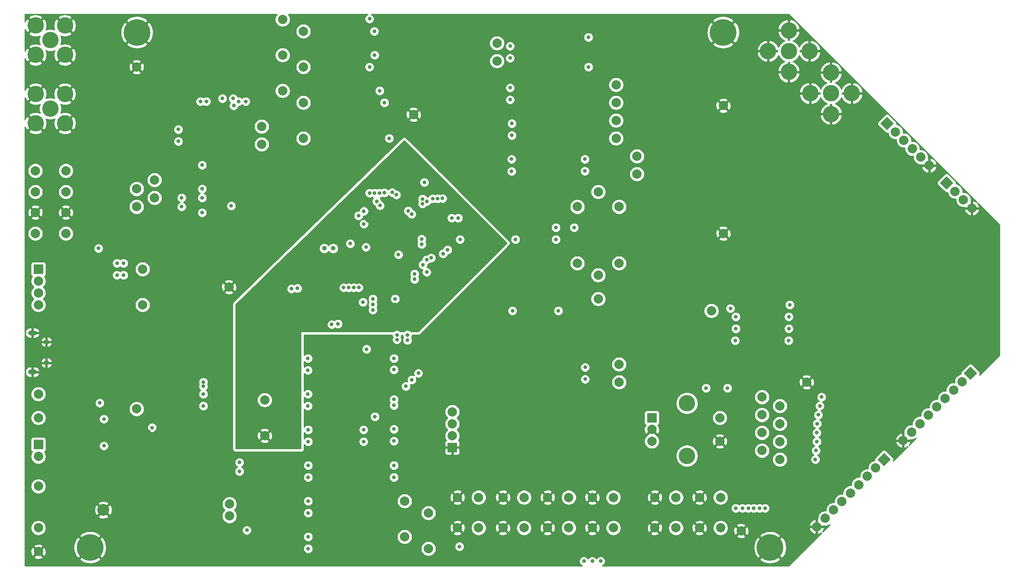
<source format=gbr>
%TF.GenerationSoftware,KiCad,Pcbnew,(5.1.10-1-10_14)*%
%TF.CreationDate,2021-06-11T06:32:06+09:00*%
%TF.ProjectId,demo32,64656d6f-3332-42e6-9b69-6361645f7063,rev?*%
%TF.SameCoordinates,Original*%
%TF.FileFunction,Copper,L2,Inr*%
%TF.FilePolarity,Positive*%
%FSLAX46Y46*%
G04 Gerber Fmt 4.6, Leading zero omitted, Abs format (unit mm)*
G04 Created by KiCad (PCBNEW (5.1.10-1-10_14)) date 2021-06-11 06:32:06*
%MOMM*%
%LPD*%
G01*
G04 APERTURE LIST*
%TA.AperFunction,ComponentPad*%
%ADD10C,2.000000*%
%TD*%
%TA.AperFunction,ComponentPad*%
%ADD11C,5.700000*%
%TD*%
%TA.AperFunction,ComponentPad*%
%ADD12R,2.000000X2.000000*%
%TD*%
%TA.AperFunction,ComponentPad*%
%ADD13O,1.250000X1.050000*%
%TD*%
%TA.AperFunction,ComponentPad*%
%ADD14O,1.900000X1.000000*%
%TD*%
%TA.AperFunction,ComponentPad*%
%ADD15C,1.000000*%
%TD*%
%TA.AperFunction,ComponentPad*%
%ADD16C,3.500000*%
%TD*%
%TA.AperFunction,ComponentPad*%
%ADD17C,0.100000*%
%TD*%
%TA.AperFunction,ComponentPad*%
%ADD18C,2.540000*%
%TD*%
%TA.AperFunction,ViaPad*%
%ADD19C,0.800000*%
%TD*%
%TA.AperFunction,Conductor*%
%ADD20C,0.254000*%
%TD*%
%TA.AperFunction,Conductor*%
%ADD21C,0.100000*%
%TD*%
G04 APERTURE END LIST*
D10*
%TO.N,GND*%
%TO.C,TPGND8*%
X74930000Y-32385000D03*
%TD*%
%TO.N,GND*%
%TO.C,TPGND7*%
X200025000Y-40640000D03*
%TD*%
%TO.N,GND*%
%TO.C,TPGND6*%
X94615000Y-79375000D03*
%TD*%
%TO.N,GND*%
%TO.C,TPGND5*%
X133985000Y-42545000D03*
%TD*%
%TO.N,GND*%
%TO.C,TPGND4*%
X200025000Y-67945000D03*
%TD*%
%TO.N,GND*%
%TO.C,TPGND3*%
X217805000Y-99695000D03*
%TD*%
%TO.N,GND*%
%TO.C,TPGND2*%
X203835000Y-131445000D03*
%TD*%
D11*
%TO.N,GND*%
%TO.C,H4*%
X65000000Y-135000000D03*
%TD*%
%TO.N,GND*%
%TO.C,H3*%
X210000000Y-135000000D03*
%TD*%
%TO.N,GND*%
%TO.C,H2*%
X200000000Y-25000000D03*
%TD*%
%TO.N,GND*%
%TO.C,H1*%
X75000000Y-25000000D03*
%TD*%
D12*
%TO.N,/EXTVIN-*%
%TO.C,J108*%
X53975000Y-75565000D03*
D10*
%TO.N,/EXTVIN+*%
X53975000Y-78105000D03*
X53975000Y-80645000D03*
%TO.N,/EXTVIN-*%
X53975000Y-83185000D03*
%TD*%
%TO.N,/VLIPO-*%
%TO.C,J10*%
X53975000Y-115570000D03*
D12*
%TO.N,/VLIPO+*%
X53975000Y-113030000D03*
%TD*%
D10*
%TO.N,Net-(C13-Pad2)*%
%TO.C,SW1*%
X53340000Y-67945000D03*
%TO.N,GND*%
X53340000Y-63445000D03*
%TO.N,Net-(C13-Pad2)*%
X59840000Y-67945000D03*
%TO.N,GND*%
X59840000Y-63445000D03*
%TD*%
%TO.N,Net-(R15-Pad1)*%
%TO.C,SW103*%
X53340000Y-59055000D03*
%TO.N,+3V3*%
X53340000Y-54555000D03*
%TO.N,Net-(R15-Pad1)*%
X59840000Y-59055000D03*
%TO.N,+3V3*%
X59840000Y-54555000D03*
%TD*%
D13*
%TO.N,GND*%
%TO.C,J9*%
X55705000Y-91120000D03*
X55705000Y-95570000D03*
D14*
X52705000Y-89170000D03*
X52705000Y-97520000D03*
%TD*%
D10*
%TO.N,Net-(R113-Pad2)*%
%TO.C,SW113*%
X147848000Y-130810000D03*
%TO.N,GND*%
X143348000Y-130810000D03*
%TO.N,Net-(R113-Pad2)*%
X147848000Y-124310000D03*
%TO.N,GND*%
X143348000Y-124310000D03*
%TD*%
%TO.N,Net-(R112-Pad2)*%
%TO.C,SW112*%
X176585000Y-130810000D03*
%TO.N,GND*%
X172085000Y-130810000D03*
%TO.N,Net-(R112-Pad2)*%
X176585000Y-124310000D03*
%TO.N,GND*%
X172085000Y-124310000D03*
%TD*%
%TO.N,Net-(R111-Pad2)*%
%TO.C,SW111*%
X167060000Y-130810000D03*
%TO.N,GND*%
X162560000Y-130810000D03*
%TO.N,Net-(R111-Pad2)*%
X167060000Y-124310000D03*
%TO.N,GND*%
X162560000Y-124310000D03*
%TD*%
%TO.N,Net-(R110-Pad2)*%
%TO.C,SW110*%
X157535000Y-130810000D03*
%TO.N,GND*%
X153035000Y-130810000D03*
%TO.N,Net-(R110-Pad2)*%
X157535000Y-124310000D03*
%TO.N,GND*%
X153035000Y-124310000D03*
%TD*%
D15*
%TO.N,Net-(C11-Pad1)*%
%TO.C,Y2*%
X116835000Y-71120000D03*
%TO.N,Net-(C12-Pad1)*%
X114935000Y-71120000D03*
%TD*%
D10*
%TO.N,/VLIPO+*%
%TO.C,TPVLIPO1*%
X53975000Y-107315000D03*
%TD*%
%TO.N,V+*%
%TO.C,TPVIN5*%
X74930000Y-105410000D03*
%TD*%
%TO.N,/EXTVIN+*%
%TO.C,TPVEXT1*%
X76200000Y-75565000D03*
%TD*%
%TO.N,VBUS*%
%TO.C,TPVBUS5*%
X53975000Y-102235000D03*
%TD*%
%TO.N,/MCU_3V3*%
%TO.C,TPMV3*%
X102235000Y-103505000D03*
%TD*%
%TO.N,GNDM*%
%TO.C,TPMV0*%
X102235000Y-111125000D03*
%TD*%
%TO.N,GND*%
%TO.C,TPGND1*%
X53975000Y-135890000D03*
%TD*%
%TO.N,/VLIPO-*%
%TO.C,TPGLIPO1*%
X53975000Y-121920000D03*
%TD*%
%TO.N,/EXTVIN-*%
%TO.C,TPGEXT1*%
X76200000Y-83185000D03*
%TD*%
%TO.N,+3V3*%
%TO.C,TP3V3*%
X53975000Y-130810000D03*
%TD*%
%TO.N,/COIL_DRIVE*%
%TO.C,TP2A1*%
X197485000Y-84455000D03*
%TD*%
%TO.N,/OLED_SDA1*%
%TO.C,TP62*%
X177800000Y-99695000D03*
%TD*%
%TO.N,/OLED_SCL1*%
%TO.C,TP61*%
X177800000Y-95885000D03*
%TD*%
%TO.N,/ACCEL_SDA*%
%TO.C,TP59*%
X74930000Y-62230000D03*
%TD*%
%TO.N,/ACCEL_SCL*%
%TO.C,TP58*%
X78740000Y-60325000D03*
%TD*%
%TO.N,/ACCEL_AVDD*%
%TO.C,TP57*%
X78740000Y-56515000D03*
%TD*%
%TO.N,/LED_BLUE*%
%TO.C,TP56*%
X137160000Y-135255000D03*
%TD*%
%TO.N,/SDIO_CMD*%
%TO.C,TP54*%
X110490000Y-32385000D03*
%TD*%
%TO.N,/SDIO_CLK*%
%TO.C,TP53*%
X106045000Y-29845000D03*
%TD*%
%TO.N,/SDIO_D3*%
%TO.C,TP52*%
X106045000Y-37465000D03*
%TD*%
%TO.N,/SDIO_D2*%
%TO.C,TP51*%
X110490000Y-40005000D03*
%TD*%
%TO.N,/LED_YELLOW*%
%TO.C,TP50*%
X132080000Y-132715000D03*
%TD*%
%TO.N,/LED_GREEN*%
%TO.C,TP49*%
X137160000Y-127635000D03*
%TD*%
%TO.N,/LED_RED*%
%TO.C,TP46*%
X132080000Y-125095000D03*
%TD*%
%TO.N,/SDIO_SW*%
%TO.C,TP41*%
X110490000Y-47625000D03*
%TD*%
%TO.N,/SDIO_D1*%
%TO.C,TP40*%
X106045000Y-22225000D03*
%TD*%
%TO.N,/SDIO_D0*%
%TO.C,TP39*%
X110490000Y-24765000D03*
%TD*%
%TO.N,Net-(R117-Pad2)*%
%TO.C,TP38*%
X212090000Y-116205000D03*
%TD*%
%TO.N,Net-(R116-Pad2)*%
%TO.C,TP37*%
X208280000Y-114300000D03*
%TD*%
%TO.N,/MRAM_SI*%
%TO.C,TP36*%
X173355000Y-76835000D03*
%TD*%
%TO.N,/MRAM_SO*%
%TO.C,TP35*%
X168910000Y-74295000D03*
%TD*%
%TO.N,/MRAM_CLK*%
%TO.C,TP34*%
X168910000Y-62230000D03*
%TD*%
%TO.N,/MRAM_~CS*%
%TO.C,TP33*%
X173355000Y-59055000D03*
%TD*%
%TO.N,/SERIAL_RX3_SDA2*%
%TO.C,TP30*%
X181610000Y-55245000D03*
%TD*%
%TO.N,/SERIAL_TX3_SCL2*%
%TO.C,TP29*%
X181610000Y-51435000D03*
%TD*%
%TO.N,/ACCEL_INT*%
%TO.C,TP28*%
X74930000Y-58420000D03*
%TD*%
%TO.N,/MRAM_~HOLD*%
%TO.C,TP27*%
X177800000Y-62230000D03*
%TD*%
%TO.N,/MRAM_~WP*%
%TO.C,TP26*%
X177800000Y-74295000D03*
%TD*%
%TO.N,Net-(R115-Pad2)*%
%TO.C,TP25*%
X212090000Y-112395000D03*
%TD*%
%TO.N,Net-(R114-Pad2)*%
%TO.C,TP24*%
X208280000Y-110490000D03*
%TD*%
%TO.N,/SPI1_MOSI*%
%TO.C,TP23*%
X177165000Y-47625000D03*
%TD*%
%TO.N,/SPI1_MISO*%
%TO.C,TP22*%
X177165000Y-43815000D03*
%TD*%
%TO.N,/SPI1_SCK*%
%TO.C,TP21*%
X177165000Y-40005000D03*
%TD*%
%TO.N,/SPI1_~SS*%
%TO.C,TP20*%
X177165000Y-36195000D03*
%TD*%
%TO.N,/MSPI1_SCK_DAC2*%
%TO.C,TP17*%
X151765000Y-31115000D03*
%TD*%
%TO.N,/MSPI1_~SS~_DAC1*%
%TO.C,TP16*%
X151765000Y-27305000D03*
%TD*%
%TO.N,/MADC1*%
%TO.C,TP15*%
X101600000Y-48895000D03*
%TD*%
%TO.N,/MADC0*%
%TO.C,TP14*%
X101600000Y-45085000D03*
%TD*%
%TO.N,Net-(R113-Pad2)*%
%TO.C,TP11*%
X212090000Y-108585000D03*
%TD*%
%TO.N,Net-(R112-Pad2)*%
%TO.C,TP10*%
X208280000Y-106680000D03*
%TD*%
%TO.N,Net-(R111-Pad2)*%
%TO.C,TP9*%
X212090000Y-104775000D03*
%TD*%
%TO.N,Net-(R110-Pad2)*%
%TO.C,TP8*%
X208280000Y-102870000D03*
%TD*%
%TO.N,/RELAY*%
%TO.C,TP2*%
X173355000Y-81915000D03*
%TD*%
%TO.N,GND*%
%TO.C,SW102*%
X199285000Y-112315000D03*
%TO.N,Net-(R17-Pad2)*%
X199285000Y-107315000D03*
D16*
%TO.N,N/C*%
X192285000Y-115415000D03*
X192285000Y-104215000D03*
D10*
%TO.N,Net-(R116-Pad2)*%
X184785000Y-112315000D03*
%TO.N,GND*%
X184785000Y-109815000D03*
D12*
%TO.N,Net-(R117-Pad2)*%
X184785000Y-107315000D03*
%TD*%
D10*
%TO.N,Net-(R115-Pad2)*%
%TO.C,SW4*%
X199445000Y-130810000D03*
%TO.N,GND*%
X194945000Y-130810000D03*
%TO.N,Net-(R115-Pad2)*%
X199445000Y-124310000D03*
%TO.N,GND*%
X194945000Y-124310000D03*
%TD*%
%TO.N,Net-(R114-Pad2)*%
%TO.C,SW3*%
X189920000Y-130810000D03*
%TO.N,GND*%
X185420000Y-130810000D03*
%TO.N,Net-(R114-Pad2)*%
X189920000Y-124310000D03*
%TO.N,GND*%
X185420000Y-124310000D03*
%TD*%
%TO.N,GND*%
%TO.C,J109*%
X243930256Y-53430256D03*
%TO.N,/SPI1_MOSI*%
X242134205Y-51634205D03*
%TO.N,/SPI1_MISO*%
X240338154Y-49838154D03*
%TO.N,/SPI1_SCK*%
X238542102Y-48042102D03*
%TO.N,/SPI1_~SS*%
X236746051Y-46246051D03*
%TA.AperFunction,ComponentPad*%
D17*
%TO.N,+3V3*%
G36*
X233535786Y-44450000D02*
G01*
X234950000Y-43035786D01*
X236364214Y-44450000D01*
X234950000Y-45864214D01*
X233535786Y-44450000D01*
G37*
%TD.AperFunction*%
%TD*%
%TA.AperFunction,ComponentPad*%
%TO.N,/KA.NC*%
%TO.C,J107*%
G36*
X252730000Y-96375786D02*
G01*
X254144214Y-97790000D01*
X252730000Y-99204214D01*
X251315786Y-97790000D01*
X252730000Y-96375786D01*
G37*
%TD.AperFunction*%
D10*
%TO.N,/KA.COM*%
X250933949Y-99586051D03*
X249137898Y-101382102D03*
%TO.N,/KA.NO*%
X247341846Y-103178154D03*
%TO.N,/KB.NO*%
X245545795Y-104974205D03*
%TO.N,/KB.COM*%
X243749744Y-106770256D03*
X241953693Y-108566307D03*
%TO.N,/KB.NC*%
X240157641Y-110362359D03*
%TO.N,GND*%
X238361590Y-112158410D03*
%TD*%
%TA.AperFunction,ComponentPad*%
D17*
%TO.N,/EXP0*%
%TO.C,J106*%
G36*
X234315000Y-114790786D02*
G01*
X235729214Y-116205000D01*
X234315000Y-117619214D01*
X232900786Y-116205000D01*
X234315000Y-114790786D01*
G37*
%TD.AperFunction*%
D10*
%TO.N,/EXP1*%
X232518949Y-118001051D03*
%TO.N,/EXP2*%
X230722898Y-119797102D03*
%TO.N,/EXP3*%
X228926846Y-121593154D03*
%TO.N,/EXP4*%
X227130795Y-123389205D03*
%TO.N,/EXP5*%
X225334744Y-125185256D03*
%TO.N,/EXP6*%
X223538693Y-126981307D03*
%TO.N,/EXP7*%
X221742641Y-128777359D03*
%TO.N,GND*%
X219946590Y-130573410D03*
%TD*%
%TA.AperFunction,ComponentPad*%
D17*
%TO.N,+3V3*%
%TO.C,J105*%
G36*
X246235786Y-57150000D02*
G01*
X247650000Y-55735786D01*
X249064214Y-57150000D01*
X247650000Y-58564214D01*
X246235786Y-57150000D01*
G37*
%TD.AperFunction*%
D10*
%TO.N,/SERIAL_TX3_SCL2*%
X249446051Y-58946051D03*
%TO.N,/SERIAL_RX3_SDA2*%
X251242102Y-60742102D03*
%TO.N,GND*%
X253038154Y-62538154D03*
%TD*%
D16*
%TO.N,GND*%
%TO.C,J104*%
X218573512Y-38000000D03*
%TO.N,/OUT_DAC2_PWM2.4*%
X223000000Y-38000000D03*
%TO.N,GND*%
X223000000Y-33573512D03*
X223000000Y-42426488D03*
X227426488Y-38000000D03*
%TD*%
%TO.N,GND*%
%TO.C,J103*%
X209573512Y-29000000D03*
%TO.N,/OUT_DAC1_PWM2.3*%
X214000000Y-29000000D03*
%TO.N,GND*%
X214000000Y-24573512D03*
X214000000Y-33426488D03*
X218426488Y-29000000D03*
%TD*%
%TO.N,GND*%
%TO.C,J102*%
X53385000Y-38145000D03*
%TO.N,/IN_ADC1*%
X56515000Y-41275000D03*
%TO.N,GND*%
X59645000Y-38145000D03*
X53385000Y-44405000D03*
X59645000Y-44405000D03*
%TD*%
%TO.N,GND*%
%TO.C,J101*%
X53385000Y-23540000D03*
%TO.N,/IN_ADC0*%
X56515000Y-26670000D03*
%TO.N,GND*%
X59645000Y-23540000D03*
X53385000Y-29800000D03*
X59645000Y-29800000D03*
%TD*%
D10*
%TO.N,Net-(BT101-Pad2)*%
%TO.C,BT101*%
X94730000Y-125730000D03*
D18*
%TO.N,GND*%
X67830000Y-127000000D03*
D10*
%TO.N,Net-(BT101-Pad2)*%
X94730000Y-128270000D03*
%TD*%
D12*
%TO.N,GND*%
%TO.C,A101*%
X142240000Y-113665000D03*
D10*
%TO.N,+3V3*%
X142240000Y-111125000D03*
%TO.N,/OLED_SCL1*%
X142240000Y-108585000D03*
%TO.N,/OLED_SDA1*%
X142240000Y-106045000D03*
%TD*%
D19*
%TO.N,GND*%
X70993000Y-81915000D03*
X70993000Y-84455000D03*
X72136000Y-84455000D03*
X72136000Y-81915000D03*
X70993000Y-116840000D03*
X72136000Y-116840000D03*
X70993000Y-119380000D03*
X72136000Y-119380000D03*
X66802000Y-102235000D03*
X68072000Y-102235000D03*
X77469994Y-110235994D03*
X85471000Y-114808000D03*
X83439000Y-114807964D03*
X83439000Y-113919000D03*
X85471000Y-113919000D03*
X84455000Y-100584000D03*
X84455000Y-99695000D03*
X92075000Y-116840000D03*
X84518500Y-58420000D03*
X84518500Y-56515000D03*
X75057000Y-69215000D03*
X66802000Y-69215000D03*
X79120998Y-110236000D03*
X177038000Y-120650000D03*
X167386000Y-120650000D03*
X157988000Y-120650000D03*
X147828000Y-120650000D03*
X170497500Y-81915000D03*
X185420000Y-91440000D03*
X102997000Y-22479000D03*
X86385000Y-23470000D03*
X86364000Y-33270000D03*
X99290000Y-38965000D03*
X91059000Y-40640000D03*
X87630000Y-38989000D03*
X166052500Y-24130000D03*
X166052500Y-26035000D03*
X166052500Y-32385000D03*
X166116000Y-34290000D03*
X91821000Y-62230000D03*
X96393000Y-57594500D03*
X96456500Y-62039500D03*
X52705000Y-92329000D03*
X52705000Y-94361000D03*
X91821000Y-58102500D03*
X89154000Y-109855000D03*
X89154000Y-112395000D03*
X155702000Y-70485000D03*
%TO.N,+3V3*%
X89154000Y-100584000D03*
X89154000Y-99695000D03*
X89154000Y-102235000D03*
X89154000Y-104775000D03*
X84518500Y-62230000D03*
X84518500Y-60325000D03*
X66802000Y-71120000D03*
X129794000Y-120015000D03*
X129794000Y-117475000D03*
X129794000Y-112268000D03*
X129794000Y-109728000D03*
X129794000Y-104648000D03*
X129794000Y-103378000D03*
X129794000Y-97028000D03*
X129794000Y-94615000D03*
X200914000Y-100965000D03*
X170561000Y-99060000D03*
X170561000Y-96520000D03*
X164338000Y-66675000D03*
X95631000Y-40640000D03*
X170497500Y-52070000D03*
X170497500Y-54610000D03*
X95115000Y-62031500D03*
%TO.N,/MCU_3V3*%
X136271000Y-57023000D03*
X130048000Y-81915000D03*
X123380500Y-65913000D03*
X136779000Y-76200000D03*
X143891000Y-69215000D03*
%TO.N,VBAT*%
X96837500Y-116840000D03*
X96837500Y-118745000D03*
X120459500Y-70104000D03*
%TO.N,+3V3A*%
X125285500Y-84264500D03*
X125285500Y-83121500D03*
X125285500Y-81915000D03*
X130746500Y-72453500D03*
%TO.N,V+*%
X70739000Y-76835000D03*
X72136000Y-76835000D03*
X70738998Y-74295000D03*
X72136000Y-74295000D03*
X201549000Y-83947000D03*
X170307000Y-137922000D03*
X172085000Y-137922000D03*
X173863000Y-137922000D03*
%TO.N,/OUT_DAC2_PWM2.4*%
X171259500Y-32385000D03*
%TO.N,/BLUE_OTGEN*%
X78229500Y-109407394D03*
X98425000Y-131318000D03*
%TO.N,/SDIO_D2*%
X98171000Y-39751000D03*
%TO.N,/SDIO_D3*%
X96647000Y-39751000D03*
%TO.N,/SDIO_CMD*%
X95504000Y-39116000D03*
%TO.N,/SDIO_CLK*%
X93218000Y-39116000D03*
%TO.N,/SDIO_D0*%
X89789000Y-39751000D03*
%TO.N,/SDIO_D1*%
X88519000Y-39751000D03*
%TO.N,/IN_ADC0*%
X83820000Y-45720000D03*
%TO.N,/IN_ADC1*%
X83820000Y-48260000D03*
%TO.N,/OUT_DAC1_PWM2.3*%
X171259500Y-26035000D03*
%TO.N,/EXP0*%
X220980000Y-102870000D03*
%TO.N,/EXP1*%
X220599000Y-104775000D03*
%TO.N,/EXP2*%
X220281500Y-106680000D03*
%TO.N,/EXP3*%
X220027500Y-108585000D03*
%TO.N,/EXP4*%
X219964000Y-110490000D03*
%TO.N,/EXP5*%
X219964000Y-112395000D03*
%TO.N,/EXP6*%
X219773500Y-114300000D03*
%TO.N,/EXP7*%
X219646500Y-116205000D03*
%TO.N,/COIL*%
X214185500Y-83185000D03*
X164846000Y-84455000D03*
%TO.N,VLIPO*%
X67056000Y-104140000D03*
X67945000Y-107569000D03*
X67945000Y-113284000D03*
%TO.N,Net-(R17-Pad2)*%
X196342000Y-100965000D03*
X126111000Y-61087000D03*
X123952000Y-92646500D03*
%TO.N,Net-(R110-Pad2)*%
X135001000Y-97790000D03*
X202692000Y-126619000D03*
%TO.N,Net-(R111-Pad2)*%
X133604000Y-99187000D03*
X204089000Y-126619000D03*
%TO.N,Net-(R112-Pad2)*%
X132334000Y-100584000D03*
X205359000Y-126619000D03*
%TO.N,Net-(R113-Pad2)*%
X125730000Y-107061000D03*
X206502000Y-126619000D03*
X143764000Y-134810500D03*
%TO.N,Net-(R114-Pad2)*%
X207772000Y-126619000D03*
X123317000Y-109855000D03*
%TO.N,Net-(R115-Pad2)*%
X123317000Y-112395000D03*
X208915000Y-126619000D03*
%TO.N,/MADC0*%
X109212439Y-79652214D03*
%TO.N,/MADC1*%
X107950000Y-79756000D03*
%TO.N,/MSPI1_~SS~_DAC1*%
X134175500Y-76581000D03*
X154559000Y-27940000D03*
X154559000Y-36830000D03*
%TO.N,/MSPI1_SCK_DAC2*%
X134175500Y-77724000D03*
X135953500Y-74612500D03*
X154559000Y-30480000D03*
X154559000Y-39370000D03*
%TO.N,/MRAM_~WP*%
X168211500Y-66675000D03*
X155702000Y-69215000D03*
%TO.N,/MRAM_CLK*%
X164338000Y-69215000D03*
%TO.N,/COIL_DRIVE*%
X155067000Y-84455000D03*
%TO.N,/MRELAY*%
X123825000Y-70866000D03*
X123190000Y-82613500D03*
%TO.N,/MEXP0*%
X111442500Y-94615000D03*
X119062500Y-79502000D03*
%TO.N,/MEXP1*%
X111442500Y-97155000D03*
X120142000Y-79502000D03*
%TO.N,/MEXP2*%
X111442500Y-102235000D03*
X121221500Y-79502000D03*
%TO.N,/MEXP3*%
X122301000Y-79502000D03*
X111442500Y-104775000D03*
%TO.N,/MSPI1_MISO*%
X135699500Y-69151500D03*
X154940000Y-44450000D03*
%TO.N,/MSPI1_MOSI*%
X135699500Y-70231000D03*
X154940000Y-46990000D03*
%TO.N,/MEXP4*%
X136779000Y-73533000D03*
X111506000Y-109855000D03*
%TO.N,/MEXP5*%
X111506000Y-112395000D03*
X137731500Y-73152000D03*
%TO.N,/MSERIAL_TX3_SCL2*%
X140271500Y-72263000D03*
X154876500Y-52070000D03*
%TO.N,/MSERIAL_RX3_SDA2*%
X141224000Y-71437500D03*
X154876500Y-54673500D03*
%TO.N,/MEXP6*%
X111506000Y-117475000D03*
X142113000Y-64643000D03*
%TO.N,/MEXP7*%
X111506000Y-120015000D03*
X143510000Y-64643000D03*
%TO.N,/MSDIO_D0*%
X125603000Y-24765000D03*
X140144500Y-60452000D03*
%TO.N,/MSDIO_D1*%
X124587000Y-22098000D03*
X139128500Y-60515500D03*
%TO.N,/MSDIO_SW*%
X128778000Y-47625000D03*
X138049000Y-60515500D03*
%TO.N,/MUSB_VBUS*%
X136779000Y-61087000D03*
X132651500Y-90741500D03*
%TO.N,/MUSB_ID*%
X135890000Y-61595000D03*
X132651500Y-89598500D03*
%TO.N,/MUSB_DM*%
X133567010Y-63822811D03*
X130429000Y-90614500D03*
%TO.N,/MUSB_DP*%
X132836808Y-63112769D03*
X130429000Y-89598500D03*
%TO.N,/MLED_RED*%
X111506000Y-125095000D03*
X135890000Y-60579000D03*
%TO.N,/MLED_GREEN*%
X111506000Y-127635000D03*
X130302000Y-59690000D03*
%TO.N,/MLED_YELLOW*%
X111506000Y-132715000D03*
X129413000Y-59182000D03*
%TO.N,/MSDIO_D2*%
X127762000Y-59245500D03*
X127762000Y-40005000D03*
%TO.N,/MSDIO_D3*%
X126746000Y-59309000D03*
X126746000Y-37465000D03*
%TO.N,/MSDIO_CLK*%
X125666500Y-59309000D03*
X125666500Y-29845000D03*
%TO.N,/MSDIO_CMD*%
X124587000Y-59309000D03*
X124587000Y-32385000D03*
%TO.N,/MLED_BLUE*%
X111506000Y-135255000D03*
X126809500Y-61976000D03*
%TO.N,/MOLED_SCL1*%
X117856000Y-87249000D03*
X123380500Y-63182500D03*
%TO.N,/MOLED_SDA1*%
X116522500Y-87376000D03*
X122237500Y-64135000D03*
%TO.N,GNDM*%
X118237000Y-67564010D03*
X118237000Y-65024000D03*
X109855000Y-72390000D03*
X109855000Y-74930000D03*
X109855000Y-77470000D03*
X130048006Y-83121500D03*
X130048000Y-84261956D03*
X124079000Y-65151000D03*
X130048000Y-71437500D03*
X141160500Y-59055000D03*
X131127500Y-75755500D03*
X141097000Y-57912000D03*
X109855000Y-70993000D03*
X141224000Y-76835000D03*
X146812000Y-70485000D03*
X146812000Y-72390000D03*
X136271000Y-77343000D03*
X126619000Y-67945000D03*
%TO.N,/ACCEL_SCL*%
X88900000Y-60325000D03*
X88900000Y-63499998D03*
%TO.N,/ACCEL_INT*%
X88900000Y-58420000D03*
X88900000Y-53340000D03*
%TO.N,/KA.NO*%
X213931500Y-90805000D03*
%TO.N,/KA.COM*%
X213995000Y-88265000D03*
%TO.N,/KA.NC*%
X213995000Y-85725000D03*
%TO.N,/KB.NO*%
X202565000Y-90805000D03*
%TO.N,/KB.COM*%
X202692000Y-88265000D03*
%TO.N,/KB.NC*%
X202692000Y-85725000D03*
%TD*%
D20*
%TO.N,GND*%
X104775013Y-21182748D02*
X104596082Y-21450537D01*
X104472832Y-21748088D01*
X104410000Y-22063967D01*
X104410000Y-22386033D01*
X104472832Y-22701912D01*
X104596082Y-22999463D01*
X104775013Y-23267252D01*
X105002748Y-23494987D01*
X105270537Y-23673918D01*
X105568088Y-23797168D01*
X105883967Y-23860000D01*
X106206033Y-23860000D01*
X106521912Y-23797168D01*
X106819463Y-23673918D01*
X107087252Y-23494987D01*
X107314987Y-23267252D01*
X107493918Y-22999463D01*
X107617168Y-22701912D01*
X107680000Y-22386033D01*
X107680000Y-22063967D01*
X107617168Y-21748088D01*
X107493918Y-21450537D01*
X107314987Y-21182748D01*
X107259239Y-21127000D01*
X124226616Y-21127000D01*
X124096744Y-21180795D01*
X123927226Y-21294063D01*
X123783063Y-21438226D01*
X123669795Y-21607744D01*
X123591774Y-21796102D01*
X123552000Y-21996061D01*
X123552000Y-22199939D01*
X123591774Y-22399898D01*
X123669795Y-22588256D01*
X123783063Y-22757774D01*
X123927226Y-22901937D01*
X124096744Y-23015205D01*
X124285102Y-23093226D01*
X124485061Y-23133000D01*
X124688939Y-23133000D01*
X124888898Y-23093226D01*
X125077256Y-23015205D01*
X125246774Y-22901937D01*
X125390937Y-22757774D01*
X125504205Y-22588256D01*
X125520893Y-22547967D01*
X197727572Y-22547967D01*
X200000000Y-24820395D01*
X202272428Y-22547967D01*
X201954243Y-22094150D01*
X201349790Y-21768731D01*
X200693465Y-21567488D01*
X200010490Y-21498155D01*
X199327112Y-21563395D01*
X198669593Y-21760702D01*
X198063201Y-22082494D01*
X198045757Y-22094150D01*
X197727572Y-22547967D01*
X125520893Y-22547967D01*
X125582226Y-22399898D01*
X125622000Y-22199939D01*
X125622000Y-21996061D01*
X125582226Y-21796102D01*
X125504205Y-21607744D01*
X125390937Y-21438226D01*
X125246774Y-21294063D01*
X125077256Y-21180795D01*
X124947384Y-21127000D01*
X213947394Y-21127000D01*
X245000649Y-52180255D01*
X244995076Y-52185828D01*
X244790300Y-52030442D01*
X244500684Y-51889553D01*
X244311931Y-51832295D01*
X244057256Y-51951539D01*
X244057256Y-53123648D01*
X243944397Y-53236507D01*
X244124005Y-53416115D01*
X244236864Y-53303256D01*
X245408973Y-53303256D01*
X245528217Y-53048581D01*
X245423052Y-52744168D01*
X245260519Y-52466121D01*
X245172868Y-52367252D01*
X245180257Y-52359863D01*
X254108547Y-61288153D01*
X254102974Y-61293726D01*
X253898198Y-61138340D01*
X253608582Y-60997451D01*
X253419829Y-60940193D01*
X253165154Y-61059437D01*
X253165154Y-62231546D01*
X253052295Y-62344405D01*
X253231903Y-62524013D01*
X253344762Y-62411154D01*
X254516871Y-62411154D01*
X254636115Y-62156479D01*
X254530950Y-61852066D01*
X254368417Y-61574019D01*
X254280766Y-61475150D01*
X254288155Y-61467761D01*
X258873000Y-66052606D01*
X258873000Y-93947394D01*
X254669493Y-98150901D01*
X254674751Y-98144494D01*
X254733716Y-98034180D01*
X254770026Y-97914482D01*
X254782286Y-97790000D01*
X254770026Y-97665518D01*
X254733716Y-97545820D01*
X254674751Y-97435506D01*
X254595399Y-97338815D01*
X253181185Y-95924601D01*
X253084494Y-95845249D01*
X252974180Y-95786284D01*
X252854482Y-95749974D01*
X252730000Y-95737714D01*
X252605518Y-95749974D01*
X252485820Y-95786284D01*
X252375506Y-95845249D01*
X252278815Y-95924601D01*
X250864601Y-97338815D01*
X250785249Y-97435506D01*
X250726284Y-97545820D01*
X250689974Y-97665518D01*
X250677714Y-97790000D01*
X250689974Y-97914482D01*
X250705156Y-97964529D01*
X250457037Y-98013883D01*
X250159486Y-98137133D01*
X249891697Y-98316064D01*
X249663962Y-98543799D01*
X249485031Y-98811588D01*
X249361781Y-99109139D01*
X249298949Y-99425018D01*
X249298949Y-99747084D01*
X249298953Y-99747106D01*
X249298931Y-99747102D01*
X248976865Y-99747102D01*
X248660986Y-99809934D01*
X248363435Y-99933184D01*
X248095646Y-100112115D01*
X247867911Y-100339850D01*
X247688980Y-100607639D01*
X247565730Y-100905190D01*
X247502898Y-101221069D01*
X247502898Y-101543135D01*
X247502903Y-101543159D01*
X247502879Y-101543154D01*
X247180813Y-101543154D01*
X246864934Y-101605986D01*
X246567383Y-101729236D01*
X246299594Y-101908167D01*
X246071859Y-102135902D01*
X245892928Y-102403691D01*
X245769678Y-102701242D01*
X245706846Y-103017121D01*
X245706846Y-103339187D01*
X245706850Y-103339209D01*
X245706828Y-103339205D01*
X245384762Y-103339205D01*
X245068883Y-103402037D01*
X244771332Y-103525287D01*
X244503543Y-103704218D01*
X244275808Y-103931953D01*
X244096877Y-104199742D01*
X243973627Y-104497293D01*
X243910795Y-104813172D01*
X243910795Y-105135238D01*
X243910799Y-105135260D01*
X243910777Y-105135256D01*
X243588711Y-105135256D01*
X243272832Y-105198088D01*
X242975281Y-105321338D01*
X242707492Y-105500269D01*
X242479757Y-105728004D01*
X242300826Y-105995793D01*
X242177576Y-106293344D01*
X242114744Y-106609223D01*
X242114744Y-106931289D01*
X242114748Y-106931311D01*
X242114726Y-106931307D01*
X241792660Y-106931307D01*
X241476781Y-106994139D01*
X241179230Y-107117389D01*
X240911441Y-107296320D01*
X240683706Y-107524055D01*
X240504775Y-107791844D01*
X240381525Y-108089395D01*
X240318693Y-108405274D01*
X240318693Y-108727340D01*
X240318698Y-108727364D01*
X240318674Y-108727359D01*
X239996608Y-108727359D01*
X239680729Y-108790191D01*
X239383178Y-108913441D01*
X239115389Y-109092372D01*
X238887654Y-109320107D01*
X238708723Y-109587896D01*
X238585473Y-109885447D01*
X238522641Y-110201326D01*
X238522641Y-110523392D01*
X238548181Y-110651791D01*
X238488590Y-110679693D01*
X238488590Y-111851802D01*
X238375731Y-111964661D01*
X238555339Y-112144269D01*
X238668198Y-112031410D01*
X239840307Y-112031410D01*
X239868209Y-111971819D01*
X239996608Y-111997359D01*
X240318674Y-111997359D01*
X240634553Y-111934527D01*
X240932104Y-111811277D01*
X241164196Y-111656198D01*
X239633876Y-113186518D01*
X239761404Y-113018454D01*
X239902293Y-112728838D01*
X239959551Y-112540085D01*
X239840307Y-112285410D01*
X238668198Y-112285410D01*
X238555339Y-112172551D01*
X238375731Y-112352159D01*
X238488590Y-112465018D01*
X238488590Y-113637127D01*
X238743265Y-113756371D01*
X239047678Y-113651206D01*
X239325725Y-113488673D01*
X239378575Y-113441819D01*
X236254493Y-116565901D01*
X236259751Y-116559494D01*
X236318716Y-116449180D01*
X236355026Y-116329482D01*
X236367286Y-116205000D01*
X236355026Y-116080518D01*
X236318716Y-115960820D01*
X236259751Y-115850506D01*
X236180399Y-115753815D01*
X234766185Y-114339601D01*
X234669494Y-114260249D01*
X234559180Y-114201284D01*
X234439482Y-114164974D01*
X234315000Y-114152714D01*
X234190518Y-114164974D01*
X234070820Y-114201284D01*
X233960506Y-114260249D01*
X233863815Y-114339601D01*
X232449601Y-115753815D01*
X232370249Y-115850506D01*
X232311284Y-115960820D01*
X232274974Y-116080518D01*
X232262714Y-116205000D01*
X232274974Y-116329482D01*
X232290156Y-116379529D01*
X232042037Y-116428883D01*
X231744486Y-116552133D01*
X231476697Y-116731064D01*
X231248962Y-116958799D01*
X231070031Y-117226588D01*
X230946781Y-117524139D01*
X230883949Y-117840018D01*
X230883949Y-118162084D01*
X230883953Y-118162106D01*
X230883931Y-118162102D01*
X230561865Y-118162102D01*
X230245986Y-118224934D01*
X229948435Y-118348184D01*
X229680646Y-118527115D01*
X229452911Y-118754850D01*
X229273980Y-119022639D01*
X229150730Y-119320190D01*
X229087898Y-119636069D01*
X229087898Y-119958135D01*
X229087903Y-119958159D01*
X229087879Y-119958154D01*
X228765813Y-119958154D01*
X228449934Y-120020986D01*
X228152383Y-120144236D01*
X227884594Y-120323167D01*
X227656859Y-120550902D01*
X227477928Y-120818691D01*
X227354678Y-121116242D01*
X227291846Y-121432121D01*
X227291846Y-121754187D01*
X227291850Y-121754209D01*
X227291828Y-121754205D01*
X226969762Y-121754205D01*
X226653883Y-121817037D01*
X226356332Y-121940287D01*
X226088543Y-122119218D01*
X225860808Y-122346953D01*
X225681877Y-122614742D01*
X225558627Y-122912293D01*
X225495795Y-123228172D01*
X225495795Y-123550238D01*
X225495799Y-123550260D01*
X225495777Y-123550256D01*
X225173711Y-123550256D01*
X224857832Y-123613088D01*
X224560281Y-123736338D01*
X224292492Y-123915269D01*
X224064757Y-124143004D01*
X223885826Y-124410793D01*
X223762576Y-124708344D01*
X223699744Y-125024223D01*
X223699744Y-125346289D01*
X223699748Y-125346311D01*
X223699726Y-125346307D01*
X223377660Y-125346307D01*
X223061781Y-125409139D01*
X222764230Y-125532389D01*
X222496441Y-125711320D01*
X222268706Y-125939055D01*
X222089775Y-126206844D01*
X221966525Y-126504395D01*
X221903693Y-126820274D01*
X221903693Y-127142340D01*
X221903698Y-127142364D01*
X221903674Y-127142359D01*
X221581608Y-127142359D01*
X221265729Y-127205191D01*
X220968178Y-127328441D01*
X220700389Y-127507372D01*
X220472654Y-127735107D01*
X220293723Y-128002896D01*
X220170473Y-128300447D01*
X220107641Y-128616326D01*
X220107641Y-128938392D01*
X220133181Y-129066791D01*
X220073590Y-129094693D01*
X220073590Y-130266802D01*
X219960731Y-130379661D01*
X220140339Y-130559269D01*
X220253198Y-130446410D01*
X221425307Y-130446410D01*
X221453209Y-130386819D01*
X221581608Y-130412359D01*
X221903674Y-130412359D01*
X222219553Y-130349527D01*
X222517104Y-130226277D01*
X222749196Y-130071198D01*
X221218876Y-131601518D01*
X221346404Y-131433454D01*
X221487293Y-131143838D01*
X221544551Y-130955085D01*
X221425307Y-130700410D01*
X220253198Y-130700410D01*
X220140339Y-130587551D01*
X219960731Y-130767159D01*
X220073590Y-130880018D01*
X220073590Y-132052127D01*
X220328265Y-132171371D01*
X220632678Y-132066206D01*
X220910725Y-131903673D01*
X220963575Y-131856819D01*
X213947394Y-138873000D01*
X174271668Y-138873000D01*
X174353256Y-138839205D01*
X174522774Y-138725937D01*
X174666937Y-138581774D01*
X174780205Y-138412256D01*
X174858226Y-138223898D01*
X174898000Y-138023939D01*
X174898000Y-137820061D01*
X174858226Y-137620102D01*
X174788610Y-137452033D01*
X207727572Y-137452033D01*
X208045757Y-137905850D01*
X208650210Y-138231269D01*
X209306535Y-138432512D01*
X209989510Y-138501845D01*
X210672888Y-138436605D01*
X211330407Y-138239298D01*
X211936799Y-137917506D01*
X211954243Y-137905850D01*
X212272428Y-137452033D01*
X210000000Y-135179605D01*
X207727572Y-137452033D01*
X174788610Y-137452033D01*
X174780205Y-137431744D01*
X174666937Y-137262226D01*
X174522774Y-137118063D01*
X174353256Y-137004795D01*
X174164898Y-136926774D01*
X173964939Y-136887000D01*
X173761061Y-136887000D01*
X173561102Y-136926774D01*
X173372744Y-137004795D01*
X173203226Y-137118063D01*
X173059063Y-137262226D01*
X172974000Y-137389532D01*
X172888937Y-137262226D01*
X172744774Y-137118063D01*
X172575256Y-137004795D01*
X172386898Y-136926774D01*
X172186939Y-136887000D01*
X171983061Y-136887000D01*
X171783102Y-136926774D01*
X171594744Y-137004795D01*
X171425226Y-137118063D01*
X171281063Y-137262226D01*
X171196000Y-137389532D01*
X171110937Y-137262226D01*
X170966774Y-137118063D01*
X170797256Y-137004795D01*
X170608898Y-136926774D01*
X170408939Y-136887000D01*
X170205061Y-136887000D01*
X170005102Y-136926774D01*
X169816744Y-137004795D01*
X169647226Y-137118063D01*
X169503063Y-137262226D01*
X169389795Y-137431744D01*
X169311774Y-137620102D01*
X169272000Y-137820061D01*
X169272000Y-138023939D01*
X169311774Y-138223898D01*
X169389795Y-138412256D01*
X169503063Y-138581774D01*
X169647226Y-138725937D01*
X169816744Y-138839205D01*
X169898332Y-138873000D01*
X51127000Y-138873000D01*
X51127000Y-137025413D01*
X53019192Y-137025413D01*
X53114956Y-137289814D01*
X53404571Y-137430704D01*
X53716108Y-137512384D01*
X54037595Y-137531718D01*
X54356675Y-137487961D01*
X54460672Y-137452033D01*
X62727572Y-137452033D01*
X63045757Y-137905850D01*
X63650210Y-138231269D01*
X64306535Y-138432512D01*
X64989510Y-138501845D01*
X65672888Y-138436605D01*
X66330407Y-138239298D01*
X66936799Y-137917506D01*
X66954243Y-137905850D01*
X67272428Y-137452033D01*
X65000000Y-135179605D01*
X62727572Y-137452033D01*
X54460672Y-137452033D01*
X54661088Y-137382795D01*
X54835044Y-137289814D01*
X54930808Y-137025413D01*
X53975000Y-136069605D01*
X53019192Y-137025413D01*
X51127000Y-137025413D01*
X51127000Y-135952595D01*
X52333282Y-135952595D01*
X52377039Y-136271675D01*
X52482205Y-136576088D01*
X52575186Y-136750044D01*
X52839587Y-136845808D01*
X53795395Y-135890000D01*
X54154605Y-135890000D01*
X55110413Y-136845808D01*
X55374814Y-136750044D01*
X55515704Y-136460429D01*
X55597384Y-136148892D01*
X55616718Y-135827405D01*
X55572961Y-135508325D01*
X55467795Y-135203912D01*
X55374814Y-135029956D01*
X55263145Y-134989510D01*
X61498155Y-134989510D01*
X61563395Y-135672888D01*
X61760702Y-136330407D01*
X62082494Y-136936799D01*
X62094150Y-136954243D01*
X62547967Y-137272428D01*
X64820395Y-135000000D01*
X65179605Y-135000000D01*
X67452033Y-137272428D01*
X67905850Y-136954243D01*
X68231269Y-136349790D01*
X68432512Y-135693465D01*
X68487371Y-135153061D01*
X110471000Y-135153061D01*
X110471000Y-135356939D01*
X110510774Y-135556898D01*
X110588795Y-135745256D01*
X110702063Y-135914774D01*
X110846226Y-136058937D01*
X111015744Y-136172205D01*
X111204102Y-136250226D01*
X111404061Y-136290000D01*
X111607939Y-136290000D01*
X111807898Y-136250226D01*
X111996256Y-136172205D01*
X112165774Y-136058937D01*
X112309937Y-135914774D01*
X112423205Y-135745256D01*
X112501226Y-135556898D01*
X112541000Y-135356939D01*
X112541000Y-135153061D01*
X112529246Y-135093967D01*
X135525000Y-135093967D01*
X135525000Y-135416033D01*
X135587832Y-135731912D01*
X135711082Y-136029463D01*
X135890013Y-136297252D01*
X136117748Y-136524987D01*
X136385537Y-136703918D01*
X136683088Y-136827168D01*
X136998967Y-136890000D01*
X137321033Y-136890000D01*
X137636912Y-136827168D01*
X137934463Y-136703918D01*
X138202252Y-136524987D01*
X138429987Y-136297252D01*
X138608918Y-136029463D01*
X138732168Y-135731912D01*
X138795000Y-135416033D01*
X138795000Y-135093967D01*
X138732168Y-134778088D01*
X138703369Y-134708561D01*
X142729000Y-134708561D01*
X142729000Y-134912439D01*
X142768774Y-135112398D01*
X142846795Y-135300756D01*
X142960063Y-135470274D01*
X143104226Y-135614437D01*
X143273744Y-135727705D01*
X143462102Y-135805726D01*
X143662061Y-135845500D01*
X143865939Y-135845500D01*
X144065898Y-135805726D01*
X144254256Y-135727705D01*
X144423774Y-135614437D01*
X144567937Y-135470274D01*
X144681205Y-135300756D01*
X144759226Y-135112398D01*
X144783669Y-134989510D01*
X206498155Y-134989510D01*
X206563395Y-135672888D01*
X206760702Y-136330407D01*
X207082494Y-136936799D01*
X207094150Y-136954243D01*
X207547967Y-137272428D01*
X209820395Y-135000000D01*
X210179605Y-135000000D01*
X212452033Y-137272428D01*
X212905850Y-136954243D01*
X213231269Y-136349790D01*
X213432512Y-135693465D01*
X213501845Y-135010490D01*
X213436605Y-134327112D01*
X213239298Y-133669593D01*
X212917506Y-133063201D01*
X212905850Y-133045757D01*
X212452033Y-132727572D01*
X210179605Y-135000000D01*
X209820395Y-135000000D01*
X207547967Y-132727572D01*
X207094150Y-133045757D01*
X206768731Y-133650210D01*
X206567488Y-134306535D01*
X206498155Y-134989510D01*
X144783669Y-134989510D01*
X144799000Y-134912439D01*
X144799000Y-134708561D01*
X144759226Y-134508602D01*
X144681205Y-134320244D01*
X144567937Y-134150726D01*
X144423774Y-134006563D01*
X144254256Y-133893295D01*
X144065898Y-133815274D01*
X143865939Y-133775500D01*
X143662061Y-133775500D01*
X143462102Y-133815274D01*
X143273744Y-133893295D01*
X143104226Y-134006563D01*
X142960063Y-134150726D01*
X142846795Y-134320244D01*
X142768774Y-134508602D01*
X142729000Y-134708561D01*
X138703369Y-134708561D01*
X138608918Y-134480537D01*
X138429987Y-134212748D01*
X138202252Y-133985013D01*
X137934463Y-133806082D01*
X137636912Y-133682832D01*
X137321033Y-133620000D01*
X136998967Y-133620000D01*
X136683088Y-133682832D01*
X136385537Y-133806082D01*
X136117748Y-133985013D01*
X135890013Y-134212748D01*
X135711082Y-134480537D01*
X135587832Y-134778088D01*
X135525000Y-135093967D01*
X112529246Y-135093967D01*
X112501226Y-134953102D01*
X112423205Y-134764744D01*
X112309937Y-134595226D01*
X112165774Y-134451063D01*
X111996256Y-134337795D01*
X111807898Y-134259774D01*
X111607939Y-134220000D01*
X111404061Y-134220000D01*
X111204102Y-134259774D01*
X111015744Y-134337795D01*
X110846226Y-134451063D01*
X110702063Y-134595226D01*
X110588795Y-134764744D01*
X110510774Y-134953102D01*
X110471000Y-135153061D01*
X68487371Y-135153061D01*
X68501845Y-135010490D01*
X68436605Y-134327112D01*
X68239298Y-133669593D01*
X67917506Y-133063201D01*
X67905850Y-133045757D01*
X67452033Y-132727572D01*
X65179605Y-135000000D01*
X64820395Y-135000000D01*
X62547967Y-132727572D01*
X62094150Y-133045757D01*
X61768731Y-133650210D01*
X61567488Y-134306535D01*
X61498155Y-134989510D01*
X55263145Y-134989510D01*
X55110413Y-134934192D01*
X54154605Y-135890000D01*
X53795395Y-135890000D01*
X52839587Y-134934192D01*
X52575186Y-135029956D01*
X52434296Y-135319571D01*
X52352616Y-135631108D01*
X52333282Y-135952595D01*
X51127000Y-135952595D01*
X51127000Y-134754587D01*
X53019192Y-134754587D01*
X53975000Y-135710395D01*
X54930808Y-134754587D01*
X54835044Y-134490186D01*
X54545429Y-134349296D01*
X54233892Y-134267616D01*
X53912405Y-134248282D01*
X53593325Y-134292039D01*
X53288912Y-134397205D01*
X53114956Y-134490186D01*
X53019192Y-134754587D01*
X51127000Y-134754587D01*
X51127000Y-132547967D01*
X62727572Y-132547967D01*
X65000000Y-134820395D01*
X67207334Y-132613061D01*
X110471000Y-132613061D01*
X110471000Y-132816939D01*
X110510774Y-133016898D01*
X110588795Y-133205256D01*
X110702063Y-133374774D01*
X110846226Y-133518937D01*
X111015744Y-133632205D01*
X111204102Y-133710226D01*
X111404061Y-133750000D01*
X111607939Y-133750000D01*
X111807898Y-133710226D01*
X111996256Y-133632205D01*
X112165774Y-133518937D01*
X112309937Y-133374774D01*
X112423205Y-133205256D01*
X112501226Y-133016898D01*
X112541000Y-132816939D01*
X112541000Y-132613061D01*
X112529246Y-132553967D01*
X130445000Y-132553967D01*
X130445000Y-132876033D01*
X130507832Y-133191912D01*
X130631082Y-133489463D01*
X130810013Y-133757252D01*
X131037748Y-133984987D01*
X131305537Y-134163918D01*
X131603088Y-134287168D01*
X131918967Y-134350000D01*
X132241033Y-134350000D01*
X132556912Y-134287168D01*
X132854463Y-134163918D01*
X133122252Y-133984987D01*
X133349987Y-133757252D01*
X133528918Y-133489463D01*
X133652168Y-133191912D01*
X133715000Y-132876033D01*
X133715000Y-132580413D01*
X202879192Y-132580413D01*
X202974956Y-132844814D01*
X203264571Y-132985704D01*
X203576108Y-133067384D01*
X203897595Y-133086718D01*
X204216675Y-133042961D01*
X204521088Y-132937795D01*
X204695044Y-132844814D01*
X204790808Y-132580413D01*
X204758362Y-132547967D01*
X207727572Y-132547967D01*
X210000000Y-134820395D01*
X212272428Y-132547967D01*
X211954243Y-132094150D01*
X211349790Y-131768731D01*
X210693465Y-131567488D01*
X210010490Y-131498155D01*
X209327112Y-131563395D01*
X208669593Y-131760702D01*
X208063201Y-132082494D01*
X208045757Y-132094150D01*
X207727572Y-132547967D01*
X204758362Y-132547967D01*
X203835000Y-131624605D01*
X202879192Y-132580413D01*
X133715000Y-132580413D01*
X133715000Y-132553967D01*
X133652168Y-132238088D01*
X133530938Y-131945413D01*
X142392192Y-131945413D01*
X142487956Y-132209814D01*
X142777571Y-132350704D01*
X143089108Y-132432384D01*
X143410595Y-132451718D01*
X143729675Y-132407961D01*
X144034088Y-132302795D01*
X144208044Y-132209814D01*
X144303808Y-131945413D01*
X143348000Y-130989605D01*
X142392192Y-131945413D01*
X133530938Y-131945413D01*
X133528918Y-131940537D01*
X133349987Y-131672748D01*
X133122252Y-131445013D01*
X132854463Y-131266082D01*
X132556912Y-131142832D01*
X132241033Y-131080000D01*
X131918967Y-131080000D01*
X131603088Y-131142832D01*
X131305537Y-131266082D01*
X131037748Y-131445013D01*
X130810013Y-131672748D01*
X130631082Y-131940537D01*
X130507832Y-132238088D01*
X130445000Y-132553967D01*
X112529246Y-132553967D01*
X112501226Y-132413102D01*
X112423205Y-132224744D01*
X112309937Y-132055226D01*
X112165774Y-131911063D01*
X111996256Y-131797795D01*
X111807898Y-131719774D01*
X111607939Y-131680000D01*
X111404061Y-131680000D01*
X111204102Y-131719774D01*
X111015744Y-131797795D01*
X110846226Y-131911063D01*
X110702063Y-132055226D01*
X110588795Y-132224744D01*
X110510774Y-132413102D01*
X110471000Y-132613061D01*
X67207334Y-132613061D01*
X67272428Y-132547967D01*
X66954243Y-132094150D01*
X66349790Y-131768731D01*
X65693465Y-131567488D01*
X65010490Y-131498155D01*
X64327112Y-131563395D01*
X63669593Y-131760702D01*
X63063201Y-132082494D01*
X63045757Y-132094150D01*
X62727572Y-132547967D01*
X51127000Y-132547967D01*
X51127000Y-130648967D01*
X52340000Y-130648967D01*
X52340000Y-130971033D01*
X52402832Y-131286912D01*
X52526082Y-131584463D01*
X52705013Y-131852252D01*
X52932748Y-132079987D01*
X53200537Y-132258918D01*
X53498088Y-132382168D01*
X53813967Y-132445000D01*
X54136033Y-132445000D01*
X54451912Y-132382168D01*
X54749463Y-132258918D01*
X55017252Y-132079987D01*
X55244987Y-131852252D01*
X55423918Y-131584463D01*
X55547168Y-131286912D01*
X55561261Y-131216061D01*
X97390000Y-131216061D01*
X97390000Y-131419939D01*
X97429774Y-131619898D01*
X97507795Y-131808256D01*
X97621063Y-131977774D01*
X97765226Y-132121937D01*
X97934744Y-132235205D01*
X98123102Y-132313226D01*
X98323061Y-132353000D01*
X98526939Y-132353000D01*
X98726898Y-132313226D01*
X98915256Y-132235205D01*
X99084774Y-132121937D01*
X99228937Y-131977774D01*
X99342205Y-131808256D01*
X99420226Y-131619898D01*
X99460000Y-131419939D01*
X99460000Y-131216061D01*
X99420226Y-131016102D01*
X99360784Y-130872595D01*
X141706282Y-130872595D01*
X141750039Y-131191675D01*
X141855205Y-131496088D01*
X141948186Y-131670044D01*
X142212587Y-131765808D01*
X143168395Y-130810000D01*
X143527605Y-130810000D01*
X144483413Y-131765808D01*
X144747814Y-131670044D01*
X144888704Y-131380429D01*
X144970384Y-131068892D01*
X144989718Y-130747405D01*
X144976219Y-130648967D01*
X146213000Y-130648967D01*
X146213000Y-130971033D01*
X146275832Y-131286912D01*
X146399082Y-131584463D01*
X146578013Y-131852252D01*
X146805748Y-132079987D01*
X147073537Y-132258918D01*
X147371088Y-132382168D01*
X147686967Y-132445000D01*
X148009033Y-132445000D01*
X148324912Y-132382168D01*
X148622463Y-132258918D01*
X148890252Y-132079987D01*
X149024826Y-131945413D01*
X152079192Y-131945413D01*
X152174956Y-132209814D01*
X152464571Y-132350704D01*
X152776108Y-132432384D01*
X153097595Y-132451718D01*
X153416675Y-132407961D01*
X153721088Y-132302795D01*
X153895044Y-132209814D01*
X153990808Y-131945413D01*
X153035000Y-130989605D01*
X152079192Y-131945413D01*
X149024826Y-131945413D01*
X149117987Y-131852252D01*
X149296918Y-131584463D01*
X149420168Y-131286912D01*
X149483000Y-130971033D01*
X149483000Y-130872595D01*
X151393282Y-130872595D01*
X151437039Y-131191675D01*
X151542205Y-131496088D01*
X151635186Y-131670044D01*
X151899587Y-131765808D01*
X152855395Y-130810000D01*
X153214605Y-130810000D01*
X154170413Y-131765808D01*
X154434814Y-131670044D01*
X154575704Y-131380429D01*
X154657384Y-131068892D01*
X154676718Y-130747405D01*
X154663219Y-130648967D01*
X155900000Y-130648967D01*
X155900000Y-130971033D01*
X155962832Y-131286912D01*
X156086082Y-131584463D01*
X156265013Y-131852252D01*
X156492748Y-132079987D01*
X156760537Y-132258918D01*
X157058088Y-132382168D01*
X157373967Y-132445000D01*
X157696033Y-132445000D01*
X158011912Y-132382168D01*
X158309463Y-132258918D01*
X158577252Y-132079987D01*
X158711826Y-131945413D01*
X161604192Y-131945413D01*
X161699956Y-132209814D01*
X161989571Y-132350704D01*
X162301108Y-132432384D01*
X162622595Y-132451718D01*
X162941675Y-132407961D01*
X163246088Y-132302795D01*
X163420044Y-132209814D01*
X163515808Y-131945413D01*
X162560000Y-130989605D01*
X161604192Y-131945413D01*
X158711826Y-131945413D01*
X158804987Y-131852252D01*
X158983918Y-131584463D01*
X159107168Y-131286912D01*
X159170000Y-130971033D01*
X159170000Y-130872595D01*
X160918282Y-130872595D01*
X160962039Y-131191675D01*
X161067205Y-131496088D01*
X161160186Y-131670044D01*
X161424587Y-131765808D01*
X162380395Y-130810000D01*
X162739605Y-130810000D01*
X163695413Y-131765808D01*
X163959814Y-131670044D01*
X164100704Y-131380429D01*
X164182384Y-131068892D01*
X164201718Y-130747405D01*
X164188219Y-130648967D01*
X165425000Y-130648967D01*
X165425000Y-130971033D01*
X165487832Y-131286912D01*
X165611082Y-131584463D01*
X165790013Y-131852252D01*
X166017748Y-132079987D01*
X166285537Y-132258918D01*
X166583088Y-132382168D01*
X166898967Y-132445000D01*
X167221033Y-132445000D01*
X167536912Y-132382168D01*
X167834463Y-132258918D01*
X168102252Y-132079987D01*
X168236826Y-131945413D01*
X171129192Y-131945413D01*
X171224956Y-132209814D01*
X171514571Y-132350704D01*
X171826108Y-132432384D01*
X172147595Y-132451718D01*
X172466675Y-132407961D01*
X172771088Y-132302795D01*
X172945044Y-132209814D01*
X173040808Y-131945413D01*
X172085000Y-130989605D01*
X171129192Y-131945413D01*
X168236826Y-131945413D01*
X168329987Y-131852252D01*
X168508918Y-131584463D01*
X168632168Y-131286912D01*
X168695000Y-130971033D01*
X168695000Y-130872595D01*
X170443282Y-130872595D01*
X170487039Y-131191675D01*
X170592205Y-131496088D01*
X170685186Y-131670044D01*
X170949587Y-131765808D01*
X171905395Y-130810000D01*
X172264605Y-130810000D01*
X173220413Y-131765808D01*
X173484814Y-131670044D01*
X173625704Y-131380429D01*
X173707384Y-131068892D01*
X173726718Y-130747405D01*
X173713219Y-130648967D01*
X174950000Y-130648967D01*
X174950000Y-130971033D01*
X175012832Y-131286912D01*
X175136082Y-131584463D01*
X175315013Y-131852252D01*
X175542748Y-132079987D01*
X175810537Y-132258918D01*
X176108088Y-132382168D01*
X176423967Y-132445000D01*
X176746033Y-132445000D01*
X177061912Y-132382168D01*
X177359463Y-132258918D01*
X177627252Y-132079987D01*
X177761826Y-131945413D01*
X184464192Y-131945413D01*
X184559956Y-132209814D01*
X184849571Y-132350704D01*
X185161108Y-132432384D01*
X185482595Y-132451718D01*
X185801675Y-132407961D01*
X186106088Y-132302795D01*
X186280044Y-132209814D01*
X186375808Y-131945413D01*
X185420000Y-130989605D01*
X184464192Y-131945413D01*
X177761826Y-131945413D01*
X177854987Y-131852252D01*
X178033918Y-131584463D01*
X178157168Y-131286912D01*
X178220000Y-130971033D01*
X178220000Y-130872595D01*
X183778282Y-130872595D01*
X183822039Y-131191675D01*
X183927205Y-131496088D01*
X184020186Y-131670044D01*
X184284587Y-131765808D01*
X185240395Y-130810000D01*
X185599605Y-130810000D01*
X186555413Y-131765808D01*
X186819814Y-131670044D01*
X186960704Y-131380429D01*
X187042384Y-131068892D01*
X187061718Y-130747405D01*
X187048219Y-130648967D01*
X188285000Y-130648967D01*
X188285000Y-130971033D01*
X188347832Y-131286912D01*
X188471082Y-131584463D01*
X188650013Y-131852252D01*
X188877748Y-132079987D01*
X189145537Y-132258918D01*
X189443088Y-132382168D01*
X189758967Y-132445000D01*
X190081033Y-132445000D01*
X190396912Y-132382168D01*
X190694463Y-132258918D01*
X190962252Y-132079987D01*
X191096826Y-131945413D01*
X193989192Y-131945413D01*
X194084956Y-132209814D01*
X194374571Y-132350704D01*
X194686108Y-132432384D01*
X195007595Y-132451718D01*
X195326675Y-132407961D01*
X195631088Y-132302795D01*
X195805044Y-132209814D01*
X195900808Y-131945413D01*
X194945000Y-130989605D01*
X193989192Y-131945413D01*
X191096826Y-131945413D01*
X191189987Y-131852252D01*
X191368918Y-131584463D01*
X191492168Y-131286912D01*
X191555000Y-130971033D01*
X191555000Y-130872595D01*
X193303282Y-130872595D01*
X193347039Y-131191675D01*
X193452205Y-131496088D01*
X193545186Y-131670044D01*
X193809587Y-131765808D01*
X194765395Y-130810000D01*
X195124605Y-130810000D01*
X196080413Y-131765808D01*
X196344814Y-131670044D01*
X196485704Y-131380429D01*
X196567384Y-131068892D01*
X196586718Y-130747405D01*
X196573219Y-130648967D01*
X197810000Y-130648967D01*
X197810000Y-130971033D01*
X197872832Y-131286912D01*
X197996082Y-131584463D01*
X198175013Y-131852252D01*
X198402748Y-132079987D01*
X198670537Y-132258918D01*
X198968088Y-132382168D01*
X199283967Y-132445000D01*
X199606033Y-132445000D01*
X199921912Y-132382168D01*
X200219463Y-132258918D01*
X200487252Y-132079987D01*
X200714987Y-131852252D01*
X200893918Y-131584463D01*
X200925757Y-131507595D01*
X202193282Y-131507595D01*
X202237039Y-131826675D01*
X202342205Y-132131088D01*
X202435186Y-132305044D01*
X202699587Y-132400808D01*
X203655395Y-131445000D01*
X204014605Y-131445000D01*
X204970413Y-132400808D01*
X205234814Y-132305044D01*
X205375704Y-132015429D01*
X205457384Y-131703892D01*
X205476718Y-131382405D01*
X205432961Y-131063325D01*
X205395568Y-130955085D01*
X218348629Y-130955085D01*
X218453794Y-131259498D01*
X218616327Y-131537545D01*
X218829981Y-131778541D01*
X219086546Y-131973224D01*
X219376162Y-132114113D01*
X219564915Y-132171371D01*
X219819590Y-132052127D01*
X219819590Y-130700410D01*
X218467873Y-130700410D01*
X218348629Y-130955085D01*
X205395568Y-130955085D01*
X205327795Y-130758912D01*
X205234814Y-130584956D01*
X204970413Y-130489192D01*
X204014605Y-131445000D01*
X203655395Y-131445000D01*
X202699587Y-130489192D01*
X202435186Y-130584956D01*
X202294296Y-130874571D01*
X202212616Y-131186108D01*
X202193282Y-131507595D01*
X200925757Y-131507595D01*
X201017168Y-131286912D01*
X201080000Y-130971033D01*
X201080000Y-130648967D01*
X201017168Y-130333088D01*
X201007434Y-130309587D01*
X202879192Y-130309587D01*
X203835000Y-131265395D01*
X204790808Y-130309587D01*
X204748123Y-130191735D01*
X218348629Y-130191735D01*
X218467873Y-130446410D01*
X219819590Y-130446410D01*
X219819590Y-129094693D01*
X219564915Y-128975449D01*
X219260502Y-129080614D01*
X218982455Y-129243147D01*
X218741459Y-129456801D01*
X218546776Y-129713366D01*
X218405887Y-130002982D01*
X218348629Y-130191735D01*
X204748123Y-130191735D01*
X204695044Y-130045186D01*
X204405429Y-129904296D01*
X204093892Y-129822616D01*
X203772405Y-129803282D01*
X203453325Y-129847039D01*
X203148912Y-129952205D01*
X202974956Y-130045186D01*
X202879192Y-130309587D01*
X201007434Y-130309587D01*
X200893918Y-130035537D01*
X200714987Y-129767748D01*
X200487252Y-129540013D01*
X200219463Y-129361082D01*
X199921912Y-129237832D01*
X199606033Y-129175000D01*
X199283967Y-129175000D01*
X198968088Y-129237832D01*
X198670537Y-129361082D01*
X198402748Y-129540013D01*
X198175013Y-129767748D01*
X197996082Y-130035537D01*
X197872832Y-130333088D01*
X197810000Y-130648967D01*
X196573219Y-130648967D01*
X196542961Y-130428325D01*
X196437795Y-130123912D01*
X196344814Y-129949956D01*
X196080413Y-129854192D01*
X195124605Y-130810000D01*
X194765395Y-130810000D01*
X193809587Y-129854192D01*
X193545186Y-129949956D01*
X193404296Y-130239571D01*
X193322616Y-130551108D01*
X193303282Y-130872595D01*
X191555000Y-130872595D01*
X191555000Y-130648967D01*
X191492168Y-130333088D01*
X191368918Y-130035537D01*
X191189987Y-129767748D01*
X191096826Y-129674587D01*
X193989192Y-129674587D01*
X194945000Y-130630395D01*
X195900808Y-129674587D01*
X195805044Y-129410186D01*
X195515429Y-129269296D01*
X195203892Y-129187616D01*
X194882405Y-129168282D01*
X194563325Y-129212039D01*
X194258912Y-129317205D01*
X194084956Y-129410186D01*
X193989192Y-129674587D01*
X191096826Y-129674587D01*
X190962252Y-129540013D01*
X190694463Y-129361082D01*
X190396912Y-129237832D01*
X190081033Y-129175000D01*
X189758967Y-129175000D01*
X189443088Y-129237832D01*
X189145537Y-129361082D01*
X188877748Y-129540013D01*
X188650013Y-129767748D01*
X188471082Y-130035537D01*
X188347832Y-130333088D01*
X188285000Y-130648967D01*
X187048219Y-130648967D01*
X187017961Y-130428325D01*
X186912795Y-130123912D01*
X186819814Y-129949956D01*
X186555413Y-129854192D01*
X185599605Y-130810000D01*
X185240395Y-130810000D01*
X184284587Y-129854192D01*
X184020186Y-129949956D01*
X183879296Y-130239571D01*
X183797616Y-130551108D01*
X183778282Y-130872595D01*
X178220000Y-130872595D01*
X178220000Y-130648967D01*
X178157168Y-130333088D01*
X178033918Y-130035537D01*
X177854987Y-129767748D01*
X177761826Y-129674587D01*
X184464192Y-129674587D01*
X185420000Y-130630395D01*
X186375808Y-129674587D01*
X186280044Y-129410186D01*
X185990429Y-129269296D01*
X185678892Y-129187616D01*
X185357405Y-129168282D01*
X185038325Y-129212039D01*
X184733912Y-129317205D01*
X184559956Y-129410186D01*
X184464192Y-129674587D01*
X177761826Y-129674587D01*
X177627252Y-129540013D01*
X177359463Y-129361082D01*
X177061912Y-129237832D01*
X176746033Y-129175000D01*
X176423967Y-129175000D01*
X176108088Y-129237832D01*
X175810537Y-129361082D01*
X175542748Y-129540013D01*
X175315013Y-129767748D01*
X175136082Y-130035537D01*
X175012832Y-130333088D01*
X174950000Y-130648967D01*
X173713219Y-130648967D01*
X173682961Y-130428325D01*
X173577795Y-130123912D01*
X173484814Y-129949956D01*
X173220413Y-129854192D01*
X172264605Y-130810000D01*
X171905395Y-130810000D01*
X170949587Y-129854192D01*
X170685186Y-129949956D01*
X170544296Y-130239571D01*
X170462616Y-130551108D01*
X170443282Y-130872595D01*
X168695000Y-130872595D01*
X168695000Y-130648967D01*
X168632168Y-130333088D01*
X168508918Y-130035537D01*
X168329987Y-129767748D01*
X168236826Y-129674587D01*
X171129192Y-129674587D01*
X172085000Y-130630395D01*
X173040808Y-129674587D01*
X172945044Y-129410186D01*
X172655429Y-129269296D01*
X172343892Y-129187616D01*
X172022405Y-129168282D01*
X171703325Y-129212039D01*
X171398912Y-129317205D01*
X171224956Y-129410186D01*
X171129192Y-129674587D01*
X168236826Y-129674587D01*
X168102252Y-129540013D01*
X167834463Y-129361082D01*
X167536912Y-129237832D01*
X167221033Y-129175000D01*
X166898967Y-129175000D01*
X166583088Y-129237832D01*
X166285537Y-129361082D01*
X166017748Y-129540013D01*
X165790013Y-129767748D01*
X165611082Y-130035537D01*
X165487832Y-130333088D01*
X165425000Y-130648967D01*
X164188219Y-130648967D01*
X164157961Y-130428325D01*
X164052795Y-130123912D01*
X163959814Y-129949956D01*
X163695413Y-129854192D01*
X162739605Y-130810000D01*
X162380395Y-130810000D01*
X161424587Y-129854192D01*
X161160186Y-129949956D01*
X161019296Y-130239571D01*
X160937616Y-130551108D01*
X160918282Y-130872595D01*
X159170000Y-130872595D01*
X159170000Y-130648967D01*
X159107168Y-130333088D01*
X158983918Y-130035537D01*
X158804987Y-129767748D01*
X158711826Y-129674587D01*
X161604192Y-129674587D01*
X162560000Y-130630395D01*
X163515808Y-129674587D01*
X163420044Y-129410186D01*
X163130429Y-129269296D01*
X162818892Y-129187616D01*
X162497405Y-129168282D01*
X162178325Y-129212039D01*
X161873912Y-129317205D01*
X161699956Y-129410186D01*
X161604192Y-129674587D01*
X158711826Y-129674587D01*
X158577252Y-129540013D01*
X158309463Y-129361082D01*
X158011912Y-129237832D01*
X157696033Y-129175000D01*
X157373967Y-129175000D01*
X157058088Y-129237832D01*
X156760537Y-129361082D01*
X156492748Y-129540013D01*
X156265013Y-129767748D01*
X156086082Y-130035537D01*
X155962832Y-130333088D01*
X155900000Y-130648967D01*
X154663219Y-130648967D01*
X154632961Y-130428325D01*
X154527795Y-130123912D01*
X154434814Y-129949956D01*
X154170413Y-129854192D01*
X153214605Y-130810000D01*
X152855395Y-130810000D01*
X151899587Y-129854192D01*
X151635186Y-129949956D01*
X151494296Y-130239571D01*
X151412616Y-130551108D01*
X151393282Y-130872595D01*
X149483000Y-130872595D01*
X149483000Y-130648967D01*
X149420168Y-130333088D01*
X149296918Y-130035537D01*
X149117987Y-129767748D01*
X149024826Y-129674587D01*
X152079192Y-129674587D01*
X153035000Y-130630395D01*
X153990808Y-129674587D01*
X153895044Y-129410186D01*
X153605429Y-129269296D01*
X153293892Y-129187616D01*
X152972405Y-129168282D01*
X152653325Y-129212039D01*
X152348912Y-129317205D01*
X152174956Y-129410186D01*
X152079192Y-129674587D01*
X149024826Y-129674587D01*
X148890252Y-129540013D01*
X148622463Y-129361082D01*
X148324912Y-129237832D01*
X148009033Y-129175000D01*
X147686967Y-129175000D01*
X147371088Y-129237832D01*
X147073537Y-129361082D01*
X146805748Y-129540013D01*
X146578013Y-129767748D01*
X146399082Y-130035537D01*
X146275832Y-130333088D01*
X146213000Y-130648967D01*
X144976219Y-130648967D01*
X144945961Y-130428325D01*
X144840795Y-130123912D01*
X144747814Y-129949956D01*
X144483413Y-129854192D01*
X143527605Y-130810000D01*
X143168395Y-130810000D01*
X142212587Y-129854192D01*
X141948186Y-129949956D01*
X141807296Y-130239571D01*
X141725616Y-130551108D01*
X141706282Y-130872595D01*
X99360784Y-130872595D01*
X99342205Y-130827744D01*
X99228937Y-130658226D01*
X99084774Y-130514063D01*
X98915256Y-130400795D01*
X98726898Y-130322774D01*
X98526939Y-130283000D01*
X98323061Y-130283000D01*
X98123102Y-130322774D01*
X97934744Y-130400795D01*
X97765226Y-130514063D01*
X97621063Y-130658226D01*
X97507795Y-130827744D01*
X97429774Y-131016102D01*
X97390000Y-131216061D01*
X55561261Y-131216061D01*
X55610000Y-130971033D01*
X55610000Y-130648967D01*
X55547168Y-130333088D01*
X55423918Y-130035537D01*
X55244987Y-129767748D01*
X55017252Y-129540013D01*
X54749463Y-129361082D01*
X54451912Y-129237832D01*
X54136033Y-129175000D01*
X53813967Y-129175000D01*
X53498088Y-129237832D01*
X53200537Y-129361082D01*
X52932748Y-129540013D01*
X52705013Y-129767748D01*
X52526082Y-130035537D01*
X52402832Y-130333088D01*
X52340000Y-130648967D01*
X51127000Y-130648967D01*
X51127000Y-128327852D01*
X66681753Y-128327852D01*
X66810076Y-128619871D01*
X67145695Y-128787723D01*
X67507611Y-128886874D01*
X67881916Y-128913514D01*
X68254227Y-128866618D01*
X68610235Y-128747988D01*
X68849924Y-128619871D01*
X68978247Y-128327852D01*
X67830000Y-127179605D01*
X66681753Y-128327852D01*
X51127000Y-128327852D01*
X51127000Y-127051916D01*
X65916486Y-127051916D01*
X65963382Y-127424227D01*
X66082012Y-127780235D01*
X66210129Y-128019924D01*
X66502148Y-128148247D01*
X67650395Y-127000000D01*
X68009605Y-127000000D01*
X69157852Y-128148247D01*
X69449871Y-128019924D01*
X69617723Y-127684305D01*
X69716874Y-127322389D01*
X69743514Y-126948084D01*
X69696618Y-126575773D01*
X69577988Y-126219765D01*
X69449871Y-125980076D01*
X69157852Y-125851753D01*
X68009605Y-127000000D01*
X67650395Y-127000000D01*
X66502148Y-125851753D01*
X66210129Y-125980076D01*
X66042277Y-126315695D01*
X65943126Y-126677611D01*
X65916486Y-127051916D01*
X51127000Y-127051916D01*
X51127000Y-125672148D01*
X66681753Y-125672148D01*
X67830000Y-126820395D01*
X68978247Y-125672148D01*
X68932906Y-125568967D01*
X93095000Y-125568967D01*
X93095000Y-125891033D01*
X93157832Y-126206912D01*
X93281082Y-126504463D01*
X93460013Y-126772252D01*
X93687748Y-126999987D01*
X93687767Y-127000000D01*
X93687748Y-127000013D01*
X93460013Y-127227748D01*
X93281082Y-127495537D01*
X93157832Y-127793088D01*
X93095000Y-128108967D01*
X93095000Y-128431033D01*
X93157832Y-128746912D01*
X93281082Y-129044463D01*
X93460013Y-129312252D01*
X93687748Y-129539987D01*
X93955537Y-129718918D01*
X94253088Y-129842168D01*
X94568967Y-129905000D01*
X94891033Y-129905000D01*
X95206912Y-129842168D01*
X95504463Y-129718918D01*
X95570808Y-129674587D01*
X142392192Y-129674587D01*
X143348000Y-130630395D01*
X144303808Y-129674587D01*
X144208044Y-129410186D01*
X143918429Y-129269296D01*
X143606892Y-129187616D01*
X143285405Y-129168282D01*
X142966325Y-129212039D01*
X142661912Y-129317205D01*
X142487956Y-129410186D01*
X142392192Y-129674587D01*
X95570808Y-129674587D01*
X95772252Y-129539987D01*
X95999987Y-129312252D01*
X96178918Y-129044463D01*
X96302168Y-128746912D01*
X96365000Y-128431033D01*
X96365000Y-128108967D01*
X96302168Y-127793088D01*
X96194461Y-127533061D01*
X110471000Y-127533061D01*
X110471000Y-127736939D01*
X110510774Y-127936898D01*
X110588795Y-128125256D01*
X110702063Y-128294774D01*
X110846226Y-128438937D01*
X111015744Y-128552205D01*
X111204102Y-128630226D01*
X111404061Y-128670000D01*
X111607939Y-128670000D01*
X111807898Y-128630226D01*
X111996256Y-128552205D01*
X112165774Y-128438937D01*
X112309937Y-128294774D01*
X112423205Y-128125256D01*
X112501226Y-127936898D01*
X112541000Y-127736939D01*
X112541000Y-127533061D01*
X112529246Y-127473967D01*
X135525000Y-127473967D01*
X135525000Y-127796033D01*
X135587832Y-128111912D01*
X135711082Y-128409463D01*
X135890013Y-128677252D01*
X136117748Y-128904987D01*
X136385537Y-129083918D01*
X136683088Y-129207168D01*
X136998967Y-129270000D01*
X137321033Y-129270000D01*
X137636912Y-129207168D01*
X137934463Y-129083918D01*
X138202252Y-128904987D01*
X138429987Y-128677252D01*
X138608918Y-128409463D01*
X138732168Y-128111912D01*
X138795000Y-127796033D01*
X138795000Y-127473967D01*
X138732168Y-127158088D01*
X138608918Y-126860537D01*
X138429987Y-126592748D01*
X138354300Y-126517061D01*
X201657000Y-126517061D01*
X201657000Y-126720939D01*
X201696774Y-126920898D01*
X201774795Y-127109256D01*
X201888063Y-127278774D01*
X202032226Y-127422937D01*
X202201744Y-127536205D01*
X202390102Y-127614226D01*
X202590061Y-127654000D01*
X202793939Y-127654000D01*
X202993898Y-127614226D01*
X203182256Y-127536205D01*
X203351774Y-127422937D01*
X203390500Y-127384211D01*
X203429226Y-127422937D01*
X203598744Y-127536205D01*
X203787102Y-127614226D01*
X203987061Y-127654000D01*
X204190939Y-127654000D01*
X204390898Y-127614226D01*
X204579256Y-127536205D01*
X204724000Y-127439490D01*
X204868744Y-127536205D01*
X205057102Y-127614226D01*
X205257061Y-127654000D01*
X205460939Y-127654000D01*
X205660898Y-127614226D01*
X205849256Y-127536205D01*
X205930500Y-127481920D01*
X206011744Y-127536205D01*
X206200102Y-127614226D01*
X206400061Y-127654000D01*
X206603939Y-127654000D01*
X206803898Y-127614226D01*
X206992256Y-127536205D01*
X207137000Y-127439490D01*
X207281744Y-127536205D01*
X207470102Y-127614226D01*
X207670061Y-127654000D01*
X207873939Y-127654000D01*
X208073898Y-127614226D01*
X208262256Y-127536205D01*
X208343500Y-127481920D01*
X208424744Y-127536205D01*
X208613102Y-127614226D01*
X208813061Y-127654000D01*
X209016939Y-127654000D01*
X209216898Y-127614226D01*
X209405256Y-127536205D01*
X209574774Y-127422937D01*
X209718937Y-127278774D01*
X209832205Y-127109256D01*
X209910226Y-126920898D01*
X209950000Y-126720939D01*
X209950000Y-126517061D01*
X209910226Y-126317102D01*
X209832205Y-126128744D01*
X209718937Y-125959226D01*
X209574774Y-125815063D01*
X209405256Y-125701795D01*
X209216898Y-125623774D01*
X209016939Y-125584000D01*
X208813061Y-125584000D01*
X208613102Y-125623774D01*
X208424744Y-125701795D01*
X208343500Y-125756080D01*
X208262256Y-125701795D01*
X208073898Y-125623774D01*
X207873939Y-125584000D01*
X207670061Y-125584000D01*
X207470102Y-125623774D01*
X207281744Y-125701795D01*
X207137000Y-125798510D01*
X206992256Y-125701795D01*
X206803898Y-125623774D01*
X206603939Y-125584000D01*
X206400061Y-125584000D01*
X206200102Y-125623774D01*
X206011744Y-125701795D01*
X205930500Y-125756080D01*
X205849256Y-125701795D01*
X205660898Y-125623774D01*
X205460939Y-125584000D01*
X205257061Y-125584000D01*
X205057102Y-125623774D01*
X204868744Y-125701795D01*
X204724000Y-125798510D01*
X204579256Y-125701795D01*
X204390898Y-125623774D01*
X204190939Y-125584000D01*
X203987061Y-125584000D01*
X203787102Y-125623774D01*
X203598744Y-125701795D01*
X203429226Y-125815063D01*
X203390500Y-125853789D01*
X203351774Y-125815063D01*
X203182256Y-125701795D01*
X202993898Y-125623774D01*
X202793939Y-125584000D01*
X202590061Y-125584000D01*
X202390102Y-125623774D01*
X202201744Y-125701795D01*
X202032226Y-125815063D01*
X201888063Y-125959226D01*
X201774795Y-126128744D01*
X201696774Y-126317102D01*
X201657000Y-126517061D01*
X138354300Y-126517061D01*
X138202252Y-126365013D01*
X137934463Y-126186082D01*
X137636912Y-126062832D01*
X137321033Y-126000000D01*
X136998967Y-126000000D01*
X136683088Y-126062832D01*
X136385537Y-126186082D01*
X136117748Y-126365013D01*
X135890013Y-126592748D01*
X135711082Y-126860537D01*
X135587832Y-127158088D01*
X135525000Y-127473967D01*
X112529246Y-127473967D01*
X112501226Y-127333102D01*
X112423205Y-127144744D01*
X112309937Y-126975226D01*
X112165774Y-126831063D01*
X111996256Y-126717795D01*
X111807898Y-126639774D01*
X111607939Y-126600000D01*
X111404061Y-126600000D01*
X111204102Y-126639774D01*
X111015744Y-126717795D01*
X110846226Y-126831063D01*
X110702063Y-126975226D01*
X110588795Y-127144744D01*
X110510774Y-127333102D01*
X110471000Y-127533061D01*
X96194461Y-127533061D01*
X96178918Y-127495537D01*
X95999987Y-127227748D01*
X95772252Y-127000013D01*
X95772233Y-127000000D01*
X95772252Y-126999987D01*
X95999987Y-126772252D01*
X96178918Y-126504463D01*
X96302168Y-126206912D01*
X96365000Y-125891033D01*
X96365000Y-125568967D01*
X96302168Y-125253088D01*
X96194461Y-124993061D01*
X110471000Y-124993061D01*
X110471000Y-125196939D01*
X110510774Y-125396898D01*
X110588795Y-125585256D01*
X110702063Y-125754774D01*
X110846226Y-125898937D01*
X111015744Y-126012205D01*
X111204102Y-126090226D01*
X111404061Y-126130000D01*
X111607939Y-126130000D01*
X111807898Y-126090226D01*
X111996256Y-126012205D01*
X112165774Y-125898937D01*
X112309937Y-125754774D01*
X112423205Y-125585256D01*
X112501226Y-125396898D01*
X112541000Y-125196939D01*
X112541000Y-124993061D01*
X112529246Y-124933967D01*
X130445000Y-124933967D01*
X130445000Y-125256033D01*
X130507832Y-125571912D01*
X130631082Y-125869463D01*
X130810013Y-126137252D01*
X131037748Y-126364987D01*
X131305537Y-126543918D01*
X131603088Y-126667168D01*
X131918967Y-126730000D01*
X132241033Y-126730000D01*
X132556912Y-126667168D01*
X132854463Y-126543918D01*
X133122252Y-126364987D01*
X133349987Y-126137252D01*
X133528918Y-125869463D01*
X133652168Y-125571912D01*
X133677330Y-125445413D01*
X142392192Y-125445413D01*
X142487956Y-125709814D01*
X142777571Y-125850704D01*
X143089108Y-125932384D01*
X143410595Y-125951718D01*
X143729675Y-125907961D01*
X144034088Y-125802795D01*
X144208044Y-125709814D01*
X144303808Y-125445413D01*
X143348000Y-124489605D01*
X142392192Y-125445413D01*
X133677330Y-125445413D01*
X133715000Y-125256033D01*
X133715000Y-124933967D01*
X133652168Y-124618088D01*
X133550482Y-124372595D01*
X141706282Y-124372595D01*
X141750039Y-124691675D01*
X141855205Y-124996088D01*
X141948186Y-125170044D01*
X142212587Y-125265808D01*
X143168395Y-124310000D01*
X143527605Y-124310000D01*
X144483413Y-125265808D01*
X144747814Y-125170044D01*
X144888704Y-124880429D01*
X144970384Y-124568892D01*
X144989718Y-124247405D01*
X144976219Y-124148967D01*
X146213000Y-124148967D01*
X146213000Y-124471033D01*
X146275832Y-124786912D01*
X146399082Y-125084463D01*
X146578013Y-125352252D01*
X146805748Y-125579987D01*
X147073537Y-125758918D01*
X147371088Y-125882168D01*
X147686967Y-125945000D01*
X148009033Y-125945000D01*
X148324912Y-125882168D01*
X148622463Y-125758918D01*
X148890252Y-125579987D01*
X149024826Y-125445413D01*
X152079192Y-125445413D01*
X152174956Y-125709814D01*
X152464571Y-125850704D01*
X152776108Y-125932384D01*
X153097595Y-125951718D01*
X153416675Y-125907961D01*
X153721088Y-125802795D01*
X153895044Y-125709814D01*
X153990808Y-125445413D01*
X153035000Y-124489605D01*
X152079192Y-125445413D01*
X149024826Y-125445413D01*
X149117987Y-125352252D01*
X149296918Y-125084463D01*
X149420168Y-124786912D01*
X149483000Y-124471033D01*
X149483000Y-124372595D01*
X151393282Y-124372595D01*
X151437039Y-124691675D01*
X151542205Y-124996088D01*
X151635186Y-125170044D01*
X151899587Y-125265808D01*
X152855395Y-124310000D01*
X153214605Y-124310000D01*
X154170413Y-125265808D01*
X154434814Y-125170044D01*
X154575704Y-124880429D01*
X154657384Y-124568892D01*
X154676718Y-124247405D01*
X154663219Y-124148967D01*
X155900000Y-124148967D01*
X155900000Y-124471033D01*
X155962832Y-124786912D01*
X156086082Y-125084463D01*
X156265013Y-125352252D01*
X156492748Y-125579987D01*
X156760537Y-125758918D01*
X157058088Y-125882168D01*
X157373967Y-125945000D01*
X157696033Y-125945000D01*
X158011912Y-125882168D01*
X158309463Y-125758918D01*
X158577252Y-125579987D01*
X158711826Y-125445413D01*
X161604192Y-125445413D01*
X161699956Y-125709814D01*
X161989571Y-125850704D01*
X162301108Y-125932384D01*
X162622595Y-125951718D01*
X162941675Y-125907961D01*
X163246088Y-125802795D01*
X163420044Y-125709814D01*
X163515808Y-125445413D01*
X162560000Y-124489605D01*
X161604192Y-125445413D01*
X158711826Y-125445413D01*
X158804987Y-125352252D01*
X158983918Y-125084463D01*
X159107168Y-124786912D01*
X159170000Y-124471033D01*
X159170000Y-124372595D01*
X160918282Y-124372595D01*
X160962039Y-124691675D01*
X161067205Y-124996088D01*
X161160186Y-125170044D01*
X161424587Y-125265808D01*
X162380395Y-124310000D01*
X162739605Y-124310000D01*
X163695413Y-125265808D01*
X163959814Y-125170044D01*
X164100704Y-124880429D01*
X164182384Y-124568892D01*
X164201718Y-124247405D01*
X164188219Y-124148967D01*
X165425000Y-124148967D01*
X165425000Y-124471033D01*
X165487832Y-124786912D01*
X165611082Y-125084463D01*
X165790013Y-125352252D01*
X166017748Y-125579987D01*
X166285537Y-125758918D01*
X166583088Y-125882168D01*
X166898967Y-125945000D01*
X167221033Y-125945000D01*
X167536912Y-125882168D01*
X167834463Y-125758918D01*
X168102252Y-125579987D01*
X168236826Y-125445413D01*
X171129192Y-125445413D01*
X171224956Y-125709814D01*
X171514571Y-125850704D01*
X171826108Y-125932384D01*
X172147595Y-125951718D01*
X172466675Y-125907961D01*
X172771088Y-125802795D01*
X172945044Y-125709814D01*
X173040808Y-125445413D01*
X172085000Y-124489605D01*
X171129192Y-125445413D01*
X168236826Y-125445413D01*
X168329987Y-125352252D01*
X168508918Y-125084463D01*
X168632168Y-124786912D01*
X168695000Y-124471033D01*
X168695000Y-124372595D01*
X170443282Y-124372595D01*
X170487039Y-124691675D01*
X170592205Y-124996088D01*
X170685186Y-125170044D01*
X170949587Y-125265808D01*
X171905395Y-124310000D01*
X172264605Y-124310000D01*
X173220413Y-125265808D01*
X173484814Y-125170044D01*
X173625704Y-124880429D01*
X173707384Y-124568892D01*
X173726718Y-124247405D01*
X173713219Y-124148967D01*
X174950000Y-124148967D01*
X174950000Y-124471033D01*
X175012832Y-124786912D01*
X175136082Y-125084463D01*
X175315013Y-125352252D01*
X175542748Y-125579987D01*
X175810537Y-125758918D01*
X176108088Y-125882168D01*
X176423967Y-125945000D01*
X176746033Y-125945000D01*
X177061912Y-125882168D01*
X177359463Y-125758918D01*
X177627252Y-125579987D01*
X177761826Y-125445413D01*
X184464192Y-125445413D01*
X184559956Y-125709814D01*
X184849571Y-125850704D01*
X185161108Y-125932384D01*
X185482595Y-125951718D01*
X185801675Y-125907961D01*
X186106088Y-125802795D01*
X186280044Y-125709814D01*
X186375808Y-125445413D01*
X185420000Y-124489605D01*
X184464192Y-125445413D01*
X177761826Y-125445413D01*
X177854987Y-125352252D01*
X178033918Y-125084463D01*
X178157168Y-124786912D01*
X178220000Y-124471033D01*
X178220000Y-124372595D01*
X183778282Y-124372595D01*
X183822039Y-124691675D01*
X183927205Y-124996088D01*
X184020186Y-125170044D01*
X184284587Y-125265808D01*
X185240395Y-124310000D01*
X185599605Y-124310000D01*
X186555413Y-125265808D01*
X186819814Y-125170044D01*
X186960704Y-124880429D01*
X187042384Y-124568892D01*
X187061718Y-124247405D01*
X187048219Y-124148967D01*
X188285000Y-124148967D01*
X188285000Y-124471033D01*
X188347832Y-124786912D01*
X188471082Y-125084463D01*
X188650013Y-125352252D01*
X188877748Y-125579987D01*
X189145537Y-125758918D01*
X189443088Y-125882168D01*
X189758967Y-125945000D01*
X190081033Y-125945000D01*
X190396912Y-125882168D01*
X190694463Y-125758918D01*
X190962252Y-125579987D01*
X191096826Y-125445413D01*
X193989192Y-125445413D01*
X194084956Y-125709814D01*
X194374571Y-125850704D01*
X194686108Y-125932384D01*
X195007595Y-125951718D01*
X195326675Y-125907961D01*
X195631088Y-125802795D01*
X195805044Y-125709814D01*
X195900808Y-125445413D01*
X194945000Y-124489605D01*
X193989192Y-125445413D01*
X191096826Y-125445413D01*
X191189987Y-125352252D01*
X191368918Y-125084463D01*
X191492168Y-124786912D01*
X191555000Y-124471033D01*
X191555000Y-124372595D01*
X193303282Y-124372595D01*
X193347039Y-124691675D01*
X193452205Y-124996088D01*
X193545186Y-125170044D01*
X193809587Y-125265808D01*
X194765395Y-124310000D01*
X195124605Y-124310000D01*
X196080413Y-125265808D01*
X196344814Y-125170044D01*
X196485704Y-124880429D01*
X196567384Y-124568892D01*
X196586718Y-124247405D01*
X196573219Y-124148967D01*
X197810000Y-124148967D01*
X197810000Y-124471033D01*
X197872832Y-124786912D01*
X197996082Y-125084463D01*
X198175013Y-125352252D01*
X198402748Y-125579987D01*
X198670537Y-125758918D01*
X198968088Y-125882168D01*
X199283967Y-125945000D01*
X199606033Y-125945000D01*
X199921912Y-125882168D01*
X200219463Y-125758918D01*
X200487252Y-125579987D01*
X200714987Y-125352252D01*
X200893918Y-125084463D01*
X201017168Y-124786912D01*
X201080000Y-124471033D01*
X201080000Y-124148967D01*
X201017168Y-123833088D01*
X200893918Y-123535537D01*
X200714987Y-123267748D01*
X200487252Y-123040013D01*
X200219463Y-122861082D01*
X199921912Y-122737832D01*
X199606033Y-122675000D01*
X199283967Y-122675000D01*
X198968088Y-122737832D01*
X198670537Y-122861082D01*
X198402748Y-123040013D01*
X198175013Y-123267748D01*
X197996082Y-123535537D01*
X197872832Y-123833088D01*
X197810000Y-124148967D01*
X196573219Y-124148967D01*
X196542961Y-123928325D01*
X196437795Y-123623912D01*
X196344814Y-123449956D01*
X196080413Y-123354192D01*
X195124605Y-124310000D01*
X194765395Y-124310000D01*
X193809587Y-123354192D01*
X193545186Y-123449956D01*
X193404296Y-123739571D01*
X193322616Y-124051108D01*
X193303282Y-124372595D01*
X191555000Y-124372595D01*
X191555000Y-124148967D01*
X191492168Y-123833088D01*
X191368918Y-123535537D01*
X191189987Y-123267748D01*
X191096826Y-123174587D01*
X193989192Y-123174587D01*
X194945000Y-124130395D01*
X195900808Y-123174587D01*
X195805044Y-122910186D01*
X195515429Y-122769296D01*
X195203892Y-122687616D01*
X194882405Y-122668282D01*
X194563325Y-122712039D01*
X194258912Y-122817205D01*
X194084956Y-122910186D01*
X193989192Y-123174587D01*
X191096826Y-123174587D01*
X190962252Y-123040013D01*
X190694463Y-122861082D01*
X190396912Y-122737832D01*
X190081033Y-122675000D01*
X189758967Y-122675000D01*
X189443088Y-122737832D01*
X189145537Y-122861082D01*
X188877748Y-123040013D01*
X188650013Y-123267748D01*
X188471082Y-123535537D01*
X188347832Y-123833088D01*
X188285000Y-124148967D01*
X187048219Y-124148967D01*
X187017961Y-123928325D01*
X186912795Y-123623912D01*
X186819814Y-123449956D01*
X186555413Y-123354192D01*
X185599605Y-124310000D01*
X185240395Y-124310000D01*
X184284587Y-123354192D01*
X184020186Y-123449956D01*
X183879296Y-123739571D01*
X183797616Y-124051108D01*
X183778282Y-124372595D01*
X178220000Y-124372595D01*
X178220000Y-124148967D01*
X178157168Y-123833088D01*
X178033918Y-123535537D01*
X177854987Y-123267748D01*
X177761826Y-123174587D01*
X184464192Y-123174587D01*
X185420000Y-124130395D01*
X186375808Y-123174587D01*
X186280044Y-122910186D01*
X185990429Y-122769296D01*
X185678892Y-122687616D01*
X185357405Y-122668282D01*
X185038325Y-122712039D01*
X184733912Y-122817205D01*
X184559956Y-122910186D01*
X184464192Y-123174587D01*
X177761826Y-123174587D01*
X177627252Y-123040013D01*
X177359463Y-122861082D01*
X177061912Y-122737832D01*
X176746033Y-122675000D01*
X176423967Y-122675000D01*
X176108088Y-122737832D01*
X175810537Y-122861082D01*
X175542748Y-123040013D01*
X175315013Y-123267748D01*
X175136082Y-123535537D01*
X175012832Y-123833088D01*
X174950000Y-124148967D01*
X173713219Y-124148967D01*
X173682961Y-123928325D01*
X173577795Y-123623912D01*
X173484814Y-123449956D01*
X173220413Y-123354192D01*
X172264605Y-124310000D01*
X171905395Y-124310000D01*
X170949587Y-123354192D01*
X170685186Y-123449956D01*
X170544296Y-123739571D01*
X170462616Y-124051108D01*
X170443282Y-124372595D01*
X168695000Y-124372595D01*
X168695000Y-124148967D01*
X168632168Y-123833088D01*
X168508918Y-123535537D01*
X168329987Y-123267748D01*
X168236826Y-123174587D01*
X171129192Y-123174587D01*
X172085000Y-124130395D01*
X173040808Y-123174587D01*
X172945044Y-122910186D01*
X172655429Y-122769296D01*
X172343892Y-122687616D01*
X172022405Y-122668282D01*
X171703325Y-122712039D01*
X171398912Y-122817205D01*
X171224956Y-122910186D01*
X171129192Y-123174587D01*
X168236826Y-123174587D01*
X168102252Y-123040013D01*
X167834463Y-122861082D01*
X167536912Y-122737832D01*
X167221033Y-122675000D01*
X166898967Y-122675000D01*
X166583088Y-122737832D01*
X166285537Y-122861082D01*
X166017748Y-123040013D01*
X165790013Y-123267748D01*
X165611082Y-123535537D01*
X165487832Y-123833088D01*
X165425000Y-124148967D01*
X164188219Y-124148967D01*
X164157961Y-123928325D01*
X164052795Y-123623912D01*
X163959814Y-123449956D01*
X163695413Y-123354192D01*
X162739605Y-124310000D01*
X162380395Y-124310000D01*
X161424587Y-123354192D01*
X161160186Y-123449956D01*
X161019296Y-123739571D01*
X160937616Y-124051108D01*
X160918282Y-124372595D01*
X159170000Y-124372595D01*
X159170000Y-124148967D01*
X159107168Y-123833088D01*
X158983918Y-123535537D01*
X158804987Y-123267748D01*
X158711826Y-123174587D01*
X161604192Y-123174587D01*
X162560000Y-124130395D01*
X163515808Y-123174587D01*
X163420044Y-122910186D01*
X163130429Y-122769296D01*
X162818892Y-122687616D01*
X162497405Y-122668282D01*
X162178325Y-122712039D01*
X161873912Y-122817205D01*
X161699956Y-122910186D01*
X161604192Y-123174587D01*
X158711826Y-123174587D01*
X158577252Y-123040013D01*
X158309463Y-122861082D01*
X158011912Y-122737832D01*
X157696033Y-122675000D01*
X157373967Y-122675000D01*
X157058088Y-122737832D01*
X156760537Y-122861082D01*
X156492748Y-123040013D01*
X156265013Y-123267748D01*
X156086082Y-123535537D01*
X155962832Y-123833088D01*
X155900000Y-124148967D01*
X154663219Y-124148967D01*
X154632961Y-123928325D01*
X154527795Y-123623912D01*
X154434814Y-123449956D01*
X154170413Y-123354192D01*
X153214605Y-124310000D01*
X152855395Y-124310000D01*
X151899587Y-123354192D01*
X151635186Y-123449956D01*
X151494296Y-123739571D01*
X151412616Y-124051108D01*
X151393282Y-124372595D01*
X149483000Y-124372595D01*
X149483000Y-124148967D01*
X149420168Y-123833088D01*
X149296918Y-123535537D01*
X149117987Y-123267748D01*
X149024826Y-123174587D01*
X152079192Y-123174587D01*
X153035000Y-124130395D01*
X153990808Y-123174587D01*
X153895044Y-122910186D01*
X153605429Y-122769296D01*
X153293892Y-122687616D01*
X152972405Y-122668282D01*
X152653325Y-122712039D01*
X152348912Y-122817205D01*
X152174956Y-122910186D01*
X152079192Y-123174587D01*
X149024826Y-123174587D01*
X148890252Y-123040013D01*
X148622463Y-122861082D01*
X148324912Y-122737832D01*
X148009033Y-122675000D01*
X147686967Y-122675000D01*
X147371088Y-122737832D01*
X147073537Y-122861082D01*
X146805748Y-123040013D01*
X146578013Y-123267748D01*
X146399082Y-123535537D01*
X146275832Y-123833088D01*
X146213000Y-124148967D01*
X144976219Y-124148967D01*
X144945961Y-123928325D01*
X144840795Y-123623912D01*
X144747814Y-123449956D01*
X144483413Y-123354192D01*
X143527605Y-124310000D01*
X143168395Y-124310000D01*
X142212587Y-123354192D01*
X141948186Y-123449956D01*
X141807296Y-123739571D01*
X141725616Y-124051108D01*
X141706282Y-124372595D01*
X133550482Y-124372595D01*
X133528918Y-124320537D01*
X133349987Y-124052748D01*
X133122252Y-123825013D01*
X132854463Y-123646082D01*
X132556912Y-123522832D01*
X132241033Y-123460000D01*
X131918967Y-123460000D01*
X131603088Y-123522832D01*
X131305537Y-123646082D01*
X131037748Y-123825013D01*
X130810013Y-124052748D01*
X130631082Y-124320537D01*
X130507832Y-124618088D01*
X130445000Y-124933967D01*
X112529246Y-124933967D01*
X112501226Y-124793102D01*
X112423205Y-124604744D01*
X112309937Y-124435226D01*
X112165774Y-124291063D01*
X111996256Y-124177795D01*
X111807898Y-124099774D01*
X111607939Y-124060000D01*
X111404061Y-124060000D01*
X111204102Y-124099774D01*
X111015744Y-124177795D01*
X110846226Y-124291063D01*
X110702063Y-124435226D01*
X110588795Y-124604744D01*
X110510774Y-124793102D01*
X110471000Y-124993061D01*
X96194461Y-124993061D01*
X96178918Y-124955537D01*
X95999987Y-124687748D01*
X95772252Y-124460013D01*
X95504463Y-124281082D01*
X95206912Y-124157832D01*
X94891033Y-124095000D01*
X94568967Y-124095000D01*
X94253088Y-124157832D01*
X93955537Y-124281082D01*
X93687748Y-124460013D01*
X93460013Y-124687748D01*
X93281082Y-124955537D01*
X93157832Y-125253088D01*
X93095000Y-125568967D01*
X68932906Y-125568967D01*
X68849924Y-125380129D01*
X68514305Y-125212277D01*
X68152389Y-125113126D01*
X67778084Y-125086486D01*
X67405773Y-125133382D01*
X67049765Y-125252012D01*
X66810076Y-125380129D01*
X66681753Y-125672148D01*
X51127000Y-125672148D01*
X51127000Y-121758967D01*
X52340000Y-121758967D01*
X52340000Y-122081033D01*
X52402832Y-122396912D01*
X52526082Y-122694463D01*
X52705013Y-122962252D01*
X52932748Y-123189987D01*
X53200537Y-123368918D01*
X53498088Y-123492168D01*
X53813967Y-123555000D01*
X54136033Y-123555000D01*
X54451912Y-123492168D01*
X54749463Y-123368918D01*
X55017252Y-123189987D01*
X55032652Y-123174587D01*
X142392192Y-123174587D01*
X143348000Y-124130395D01*
X144303808Y-123174587D01*
X144208044Y-122910186D01*
X143918429Y-122769296D01*
X143606892Y-122687616D01*
X143285405Y-122668282D01*
X142966325Y-122712039D01*
X142661912Y-122817205D01*
X142487956Y-122910186D01*
X142392192Y-123174587D01*
X55032652Y-123174587D01*
X55244987Y-122962252D01*
X55423918Y-122694463D01*
X55547168Y-122396912D01*
X55610000Y-122081033D01*
X55610000Y-121758967D01*
X55547168Y-121443088D01*
X55423918Y-121145537D01*
X55244987Y-120877748D01*
X55017252Y-120650013D01*
X54749463Y-120471082D01*
X54451912Y-120347832D01*
X54136033Y-120285000D01*
X53813967Y-120285000D01*
X53498088Y-120347832D01*
X53200537Y-120471082D01*
X52932748Y-120650013D01*
X52705013Y-120877748D01*
X52526082Y-121145537D01*
X52402832Y-121443088D01*
X52340000Y-121758967D01*
X51127000Y-121758967D01*
X51127000Y-119913061D01*
X110471000Y-119913061D01*
X110471000Y-120116939D01*
X110510774Y-120316898D01*
X110588795Y-120505256D01*
X110702063Y-120674774D01*
X110846226Y-120818937D01*
X111015744Y-120932205D01*
X111204102Y-121010226D01*
X111404061Y-121050000D01*
X111607939Y-121050000D01*
X111807898Y-121010226D01*
X111996256Y-120932205D01*
X112165774Y-120818937D01*
X112309937Y-120674774D01*
X112423205Y-120505256D01*
X112501226Y-120316898D01*
X112541000Y-120116939D01*
X112541000Y-119913061D01*
X128759000Y-119913061D01*
X128759000Y-120116939D01*
X128798774Y-120316898D01*
X128876795Y-120505256D01*
X128990063Y-120674774D01*
X129134226Y-120818937D01*
X129303744Y-120932205D01*
X129492102Y-121010226D01*
X129692061Y-121050000D01*
X129895939Y-121050000D01*
X130095898Y-121010226D01*
X130284256Y-120932205D01*
X130453774Y-120818937D01*
X130597937Y-120674774D01*
X130711205Y-120505256D01*
X130789226Y-120316898D01*
X130829000Y-120116939D01*
X130829000Y-119913061D01*
X130789226Y-119713102D01*
X130711205Y-119524744D01*
X130597937Y-119355226D01*
X130453774Y-119211063D01*
X130284256Y-119097795D01*
X130095898Y-119019774D01*
X129895939Y-118980000D01*
X129692061Y-118980000D01*
X129492102Y-119019774D01*
X129303744Y-119097795D01*
X129134226Y-119211063D01*
X128990063Y-119355226D01*
X128876795Y-119524744D01*
X128798774Y-119713102D01*
X128759000Y-119913061D01*
X112541000Y-119913061D01*
X112501226Y-119713102D01*
X112423205Y-119524744D01*
X112309937Y-119355226D01*
X112165774Y-119211063D01*
X111996256Y-119097795D01*
X111807898Y-119019774D01*
X111607939Y-118980000D01*
X111404061Y-118980000D01*
X111204102Y-119019774D01*
X111015744Y-119097795D01*
X110846226Y-119211063D01*
X110702063Y-119355226D01*
X110588795Y-119524744D01*
X110510774Y-119713102D01*
X110471000Y-119913061D01*
X51127000Y-119913061D01*
X51127000Y-112030000D01*
X52336928Y-112030000D01*
X52336928Y-114030000D01*
X52349188Y-114154482D01*
X52385498Y-114274180D01*
X52444463Y-114384494D01*
X52523815Y-114481185D01*
X52620506Y-114560537D01*
X52666630Y-114585191D01*
X52526082Y-114795537D01*
X52402832Y-115093088D01*
X52340000Y-115408967D01*
X52340000Y-115731033D01*
X52402832Y-116046912D01*
X52526082Y-116344463D01*
X52705013Y-116612252D01*
X52932748Y-116839987D01*
X53200537Y-117018918D01*
X53498088Y-117142168D01*
X53813967Y-117205000D01*
X54136033Y-117205000D01*
X54451912Y-117142168D01*
X54749463Y-117018918D01*
X55017252Y-116839987D01*
X55119178Y-116738061D01*
X95802500Y-116738061D01*
X95802500Y-116941939D01*
X95842274Y-117141898D01*
X95920295Y-117330256D01*
X96033563Y-117499774D01*
X96177726Y-117643937D01*
X96347244Y-117757205D01*
X96432453Y-117792500D01*
X96347244Y-117827795D01*
X96177726Y-117941063D01*
X96033563Y-118085226D01*
X95920295Y-118254744D01*
X95842274Y-118443102D01*
X95802500Y-118643061D01*
X95802500Y-118846939D01*
X95842274Y-119046898D01*
X95920295Y-119235256D01*
X96033563Y-119404774D01*
X96177726Y-119548937D01*
X96347244Y-119662205D01*
X96535602Y-119740226D01*
X96735561Y-119780000D01*
X96939439Y-119780000D01*
X97139398Y-119740226D01*
X97327756Y-119662205D01*
X97497274Y-119548937D01*
X97641437Y-119404774D01*
X97754705Y-119235256D01*
X97832726Y-119046898D01*
X97872500Y-118846939D01*
X97872500Y-118643061D01*
X97832726Y-118443102D01*
X97754705Y-118254744D01*
X97641437Y-118085226D01*
X97497274Y-117941063D01*
X97327756Y-117827795D01*
X97242547Y-117792500D01*
X97327756Y-117757205D01*
X97497274Y-117643937D01*
X97641437Y-117499774D01*
X97726103Y-117373061D01*
X110471000Y-117373061D01*
X110471000Y-117576939D01*
X110510774Y-117776898D01*
X110588795Y-117965256D01*
X110702063Y-118134774D01*
X110846226Y-118278937D01*
X111015744Y-118392205D01*
X111204102Y-118470226D01*
X111404061Y-118510000D01*
X111607939Y-118510000D01*
X111807898Y-118470226D01*
X111996256Y-118392205D01*
X112165774Y-118278937D01*
X112309937Y-118134774D01*
X112423205Y-117965256D01*
X112501226Y-117776898D01*
X112541000Y-117576939D01*
X112541000Y-117373061D01*
X128759000Y-117373061D01*
X128759000Y-117576939D01*
X128798774Y-117776898D01*
X128876795Y-117965256D01*
X128990063Y-118134774D01*
X129134226Y-118278937D01*
X129303744Y-118392205D01*
X129492102Y-118470226D01*
X129692061Y-118510000D01*
X129895939Y-118510000D01*
X130095898Y-118470226D01*
X130284256Y-118392205D01*
X130453774Y-118278937D01*
X130597937Y-118134774D01*
X130711205Y-117965256D01*
X130789226Y-117776898D01*
X130829000Y-117576939D01*
X130829000Y-117373061D01*
X130789226Y-117173102D01*
X130711205Y-116984744D01*
X130597937Y-116815226D01*
X130453774Y-116671063D01*
X130284256Y-116557795D01*
X130095898Y-116479774D01*
X129895939Y-116440000D01*
X129692061Y-116440000D01*
X129492102Y-116479774D01*
X129303744Y-116557795D01*
X129134226Y-116671063D01*
X128990063Y-116815226D01*
X128876795Y-116984744D01*
X128798774Y-117173102D01*
X128759000Y-117373061D01*
X112541000Y-117373061D01*
X112501226Y-117173102D01*
X112423205Y-116984744D01*
X112309937Y-116815226D01*
X112165774Y-116671063D01*
X111996256Y-116557795D01*
X111807898Y-116479774D01*
X111607939Y-116440000D01*
X111404061Y-116440000D01*
X111204102Y-116479774D01*
X111015744Y-116557795D01*
X110846226Y-116671063D01*
X110702063Y-116815226D01*
X110588795Y-116984744D01*
X110510774Y-117173102D01*
X110471000Y-117373061D01*
X97726103Y-117373061D01*
X97754705Y-117330256D01*
X97832726Y-117141898D01*
X97872500Y-116941939D01*
X97872500Y-116738061D01*
X97832726Y-116538102D01*
X97754705Y-116349744D01*
X97641437Y-116180226D01*
X97497274Y-116036063D01*
X97327756Y-115922795D01*
X97139398Y-115844774D01*
X96939439Y-115805000D01*
X96735561Y-115805000D01*
X96535602Y-115844774D01*
X96347244Y-115922795D01*
X96177726Y-116036063D01*
X96033563Y-116180226D01*
X95920295Y-116349744D01*
X95842274Y-116538102D01*
X95802500Y-116738061D01*
X55119178Y-116738061D01*
X55244987Y-116612252D01*
X55423918Y-116344463D01*
X55547168Y-116046912D01*
X55610000Y-115731033D01*
X55610000Y-115408967D01*
X55547168Y-115093088D01*
X55423918Y-114795537D01*
X55336697Y-114665000D01*
X140601928Y-114665000D01*
X140614188Y-114789482D01*
X140650498Y-114909180D01*
X140709463Y-115019494D01*
X140788815Y-115116185D01*
X140885506Y-115195537D01*
X140995820Y-115254502D01*
X141115518Y-115290812D01*
X141240000Y-115303072D01*
X141954250Y-115300000D01*
X142113000Y-115141250D01*
X142113000Y-113792000D01*
X142367000Y-113792000D01*
X142367000Y-115141250D01*
X142525750Y-115300000D01*
X143240000Y-115303072D01*
X143364482Y-115290812D01*
X143484180Y-115254502D01*
X143594494Y-115195537D01*
X143613306Y-115180098D01*
X189900000Y-115180098D01*
X189900000Y-115649902D01*
X189991654Y-116110679D01*
X190171440Y-116544721D01*
X190432450Y-116935349D01*
X190764651Y-117267550D01*
X191155279Y-117528560D01*
X191589321Y-117708346D01*
X192050098Y-117800000D01*
X192519902Y-117800000D01*
X192980679Y-117708346D01*
X193414721Y-117528560D01*
X193805349Y-117267550D01*
X194137550Y-116935349D01*
X194398560Y-116544721D01*
X194578346Y-116110679D01*
X194591615Y-116043967D01*
X210455000Y-116043967D01*
X210455000Y-116366033D01*
X210517832Y-116681912D01*
X210641082Y-116979463D01*
X210820013Y-117247252D01*
X211047748Y-117474987D01*
X211315537Y-117653918D01*
X211613088Y-117777168D01*
X211928967Y-117840000D01*
X212251033Y-117840000D01*
X212566912Y-117777168D01*
X212864463Y-117653918D01*
X213132252Y-117474987D01*
X213359987Y-117247252D01*
X213538918Y-116979463D01*
X213662168Y-116681912D01*
X213725000Y-116366033D01*
X213725000Y-116103061D01*
X218611500Y-116103061D01*
X218611500Y-116306939D01*
X218651274Y-116506898D01*
X218729295Y-116695256D01*
X218842563Y-116864774D01*
X218986726Y-117008937D01*
X219156244Y-117122205D01*
X219344602Y-117200226D01*
X219544561Y-117240000D01*
X219748439Y-117240000D01*
X219948398Y-117200226D01*
X220136756Y-117122205D01*
X220306274Y-117008937D01*
X220450437Y-116864774D01*
X220563705Y-116695256D01*
X220641726Y-116506898D01*
X220681500Y-116306939D01*
X220681500Y-116103061D01*
X220641726Y-115903102D01*
X220563705Y-115714744D01*
X220450437Y-115545226D01*
X220306274Y-115401063D01*
X220136756Y-115287795D01*
X220115047Y-115278803D01*
X220263756Y-115217205D01*
X220433274Y-115103937D01*
X220577437Y-114959774D01*
X220690705Y-114790256D01*
X220768726Y-114601898D01*
X220808500Y-114401939D01*
X220808500Y-114198061D01*
X220768726Y-113998102D01*
X220690705Y-113809744D01*
X220577437Y-113640226D01*
X220433274Y-113496063D01*
X220271441Y-113387930D01*
X220454256Y-113312205D01*
X220623774Y-113198937D01*
X220767937Y-113054774D01*
X220881205Y-112885256D01*
X220959226Y-112696898D01*
X220990417Y-112540085D01*
X236763629Y-112540085D01*
X236868794Y-112844498D01*
X237031327Y-113122545D01*
X237244981Y-113363541D01*
X237501546Y-113558224D01*
X237791162Y-113699113D01*
X237979915Y-113756371D01*
X238234590Y-113637127D01*
X238234590Y-112285410D01*
X236882873Y-112285410D01*
X236763629Y-112540085D01*
X220990417Y-112540085D01*
X220999000Y-112496939D01*
X220999000Y-112293061D01*
X220959226Y-112093102D01*
X220881205Y-111904744D01*
X220795673Y-111776735D01*
X236763629Y-111776735D01*
X236882873Y-112031410D01*
X238234590Y-112031410D01*
X238234590Y-110679693D01*
X237979915Y-110560449D01*
X237675502Y-110665614D01*
X237397455Y-110828147D01*
X237156459Y-111041801D01*
X236961776Y-111298366D01*
X236820887Y-111587982D01*
X236763629Y-111776735D01*
X220795673Y-111776735D01*
X220767937Y-111735226D01*
X220623774Y-111591063D01*
X220454256Y-111477795D01*
X220369047Y-111442500D01*
X220454256Y-111407205D01*
X220623774Y-111293937D01*
X220767937Y-111149774D01*
X220881205Y-110980256D01*
X220959226Y-110791898D01*
X220999000Y-110591939D01*
X220999000Y-110388061D01*
X220959226Y-110188102D01*
X220881205Y-109999744D01*
X220767937Y-109830226D01*
X220623774Y-109686063D01*
X220454256Y-109572795D01*
X220400797Y-109550651D01*
X220517756Y-109502205D01*
X220687274Y-109388937D01*
X220831437Y-109244774D01*
X220944705Y-109075256D01*
X221022726Y-108886898D01*
X221062500Y-108686939D01*
X221062500Y-108483061D01*
X221022726Y-108283102D01*
X220944705Y-108094744D01*
X220831437Y-107925226D01*
X220687274Y-107781063D01*
X220541384Y-107683583D01*
X220583398Y-107675226D01*
X220771756Y-107597205D01*
X220941274Y-107483937D01*
X221085437Y-107339774D01*
X221198705Y-107170256D01*
X221276726Y-106981898D01*
X221316500Y-106781939D01*
X221316500Y-106578061D01*
X221276726Y-106378102D01*
X221198705Y-106189744D01*
X221085437Y-106020226D01*
X220941274Y-105876063D01*
X220809951Y-105788316D01*
X220900898Y-105770226D01*
X221089256Y-105692205D01*
X221258774Y-105578937D01*
X221402937Y-105434774D01*
X221516205Y-105265256D01*
X221594226Y-105076898D01*
X221634000Y-104876939D01*
X221634000Y-104673061D01*
X221594226Y-104473102D01*
X221516205Y-104284744D01*
X221402937Y-104115226D01*
X221258774Y-103971063D01*
X221142018Y-103893050D01*
X221281898Y-103865226D01*
X221470256Y-103787205D01*
X221639774Y-103673937D01*
X221783937Y-103529774D01*
X221897205Y-103360256D01*
X221975226Y-103171898D01*
X222015000Y-102971939D01*
X222015000Y-102768061D01*
X221975226Y-102568102D01*
X221897205Y-102379744D01*
X221783937Y-102210226D01*
X221639774Y-102066063D01*
X221470256Y-101952795D01*
X221281898Y-101874774D01*
X221081939Y-101835000D01*
X220878061Y-101835000D01*
X220678102Y-101874774D01*
X220489744Y-101952795D01*
X220320226Y-102066063D01*
X220176063Y-102210226D01*
X220062795Y-102379744D01*
X219984774Y-102568102D01*
X219945000Y-102768061D01*
X219945000Y-102971939D01*
X219984774Y-103171898D01*
X220062795Y-103360256D01*
X220176063Y-103529774D01*
X220320226Y-103673937D01*
X220436982Y-103751950D01*
X220297102Y-103779774D01*
X220108744Y-103857795D01*
X219939226Y-103971063D01*
X219795063Y-104115226D01*
X219681795Y-104284744D01*
X219603774Y-104473102D01*
X219564000Y-104673061D01*
X219564000Y-104876939D01*
X219603774Y-105076898D01*
X219681795Y-105265256D01*
X219795063Y-105434774D01*
X219939226Y-105578937D01*
X220070549Y-105666684D01*
X219979602Y-105684774D01*
X219791244Y-105762795D01*
X219621726Y-105876063D01*
X219477563Y-106020226D01*
X219364295Y-106189744D01*
X219286274Y-106378102D01*
X219246500Y-106578061D01*
X219246500Y-106781939D01*
X219286274Y-106981898D01*
X219364295Y-107170256D01*
X219477563Y-107339774D01*
X219621726Y-107483937D01*
X219767616Y-107581417D01*
X219725602Y-107589774D01*
X219537244Y-107667795D01*
X219367726Y-107781063D01*
X219223563Y-107925226D01*
X219110295Y-108094744D01*
X219032274Y-108283102D01*
X218992500Y-108483061D01*
X218992500Y-108686939D01*
X219032274Y-108886898D01*
X219110295Y-109075256D01*
X219223563Y-109244774D01*
X219367726Y-109388937D01*
X219537244Y-109502205D01*
X219590703Y-109524349D01*
X219473744Y-109572795D01*
X219304226Y-109686063D01*
X219160063Y-109830226D01*
X219046795Y-109999744D01*
X218968774Y-110188102D01*
X218929000Y-110388061D01*
X218929000Y-110591939D01*
X218968774Y-110791898D01*
X219046795Y-110980256D01*
X219160063Y-111149774D01*
X219304226Y-111293937D01*
X219473744Y-111407205D01*
X219558953Y-111442500D01*
X219473744Y-111477795D01*
X219304226Y-111591063D01*
X219160063Y-111735226D01*
X219046795Y-111904744D01*
X218968774Y-112093102D01*
X218929000Y-112293061D01*
X218929000Y-112496939D01*
X218968774Y-112696898D01*
X219046795Y-112885256D01*
X219160063Y-113054774D01*
X219304226Y-113198937D01*
X219466059Y-113307070D01*
X219283244Y-113382795D01*
X219113726Y-113496063D01*
X218969563Y-113640226D01*
X218856295Y-113809744D01*
X218778274Y-113998102D01*
X218738500Y-114198061D01*
X218738500Y-114401939D01*
X218778274Y-114601898D01*
X218856295Y-114790256D01*
X218969563Y-114959774D01*
X219113726Y-115103937D01*
X219283244Y-115217205D01*
X219304953Y-115226197D01*
X219156244Y-115287795D01*
X218986726Y-115401063D01*
X218842563Y-115545226D01*
X218729295Y-115714744D01*
X218651274Y-115903102D01*
X218611500Y-116103061D01*
X213725000Y-116103061D01*
X213725000Y-116043967D01*
X213662168Y-115728088D01*
X213538918Y-115430537D01*
X213359987Y-115162748D01*
X213132252Y-114935013D01*
X212864463Y-114756082D01*
X212566912Y-114632832D01*
X212251033Y-114570000D01*
X211928967Y-114570000D01*
X211613088Y-114632832D01*
X211315537Y-114756082D01*
X211047748Y-114935013D01*
X210820013Y-115162748D01*
X210641082Y-115430537D01*
X210517832Y-115728088D01*
X210455000Y-116043967D01*
X194591615Y-116043967D01*
X194670000Y-115649902D01*
X194670000Y-115180098D01*
X194578346Y-114719321D01*
X194398560Y-114285279D01*
X194300798Y-114138967D01*
X206645000Y-114138967D01*
X206645000Y-114461033D01*
X206707832Y-114776912D01*
X206831082Y-115074463D01*
X207010013Y-115342252D01*
X207237748Y-115569987D01*
X207505537Y-115748918D01*
X207803088Y-115872168D01*
X208118967Y-115935000D01*
X208441033Y-115935000D01*
X208756912Y-115872168D01*
X209054463Y-115748918D01*
X209322252Y-115569987D01*
X209549987Y-115342252D01*
X209728918Y-115074463D01*
X209852168Y-114776912D01*
X209915000Y-114461033D01*
X209915000Y-114138967D01*
X209852168Y-113823088D01*
X209728918Y-113525537D01*
X209549987Y-113257748D01*
X209322252Y-113030013D01*
X209054463Y-112851082D01*
X208756912Y-112727832D01*
X208441033Y-112665000D01*
X208118967Y-112665000D01*
X207803088Y-112727832D01*
X207505537Y-112851082D01*
X207237748Y-113030013D01*
X207010013Y-113257748D01*
X206831082Y-113525537D01*
X206707832Y-113823088D01*
X206645000Y-114138967D01*
X194300798Y-114138967D01*
X194137550Y-113894651D01*
X193805349Y-113562450D01*
X193637675Y-113450413D01*
X198329192Y-113450413D01*
X198424956Y-113714814D01*
X198714571Y-113855704D01*
X199026108Y-113937384D01*
X199347595Y-113956718D01*
X199666675Y-113912961D01*
X199971088Y-113807795D01*
X200145044Y-113714814D01*
X200240808Y-113450413D01*
X199285000Y-112494605D01*
X198329192Y-113450413D01*
X193637675Y-113450413D01*
X193414721Y-113301440D01*
X192980679Y-113121654D01*
X192519902Y-113030000D01*
X192050098Y-113030000D01*
X191589321Y-113121654D01*
X191155279Y-113301440D01*
X190764651Y-113562450D01*
X190432450Y-113894651D01*
X190171440Y-114285279D01*
X189991654Y-114719321D01*
X189900000Y-115180098D01*
X143613306Y-115180098D01*
X143691185Y-115116185D01*
X143770537Y-115019494D01*
X143829502Y-114909180D01*
X143865812Y-114789482D01*
X143878072Y-114665000D01*
X143875000Y-113950750D01*
X143716250Y-113792000D01*
X142367000Y-113792000D01*
X142113000Y-113792000D01*
X140763750Y-113792000D01*
X140605000Y-113950750D01*
X140601928Y-114665000D01*
X55336697Y-114665000D01*
X55283370Y-114585191D01*
X55329494Y-114560537D01*
X55426185Y-114481185D01*
X55505537Y-114384494D01*
X55564502Y-114274180D01*
X55600812Y-114154482D01*
X55613072Y-114030000D01*
X55613072Y-113182061D01*
X66910000Y-113182061D01*
X66910000Y-113385939D01*
X66949774Y-113585898D01*
X67027795Y-113774256D01*
X67141063Y-113943774D01*
X67285226Y-114087937D01*
X67454744Y-114201205D01*
X67643102Y-114279226D01*
X67843061Y-114319000D01*
X68046939Y-114319000D01*
X68246898Y-114279226D01*
X68435256Y-114201205D01*
X68604774Y-114087937D01*
X68748937Y-113943774D01*
X68862205Y-113774256D01*
X68940226Y-113585898D01*
X68980000Y-113385939D01*
X68980000Y-113182061D01*
X68940226Y-112982102D01*
X68862205Y-112793744D01*
X68748937Y-112624226D01*
X68604774Y-112480063D01*
X68435256Y-112366795D01*
X68246898Y-112288774D01*
X68046939Y-112249000D01*
X67843061Y-112249000D01*
X67643102Y-112288774D01*
X67454744Y-112366795D01*
X67285226Y-112480063D01*
X67141063Y-112624226D01*
X67027795Y-112793744D01*
X66949774Y-112982102D01*
X66910000Y-113182061D01*
X55613072Y-113182061D01*
X55613072Y-112030000D01*
X55600812Y-111905518D01*
X55564502Y-111785820D01*
X55505537Y-111675506D01*
X55426185Y-111578815D01*
X55329494Y-111499463D01*
X55219180Y-111440498D01*
X55099482Y-111404188D01*
X54975000Y-111391928D01*
X52975000Y-111391928D01*
X52850518Y-111404188D01*
X52730820Y-111440498D01*
X52620506Y-111499463D01*
X52523815Y-111578815D01*
X52444463Y-111675506D01*
X52385498Y-111785820D01*
X52349188Y-111905518D01*
X52336928Y-112030000D01*
X51127000Y-112030000D01*
X51127000Y-109305455D01*
X77194500Y-109305455D01*
X77194500Y-109509333D01*
X77234274Y-109709292D01*
X77312295Y-109897650D01*
X77425563Y-110067168D01*
X77569726Y-110211331D01*
X77739244Y-110324599D01*
X77927602Y-110402620D01*
X78127561Y-110442394D01*
X78331439Y-110442394D01*
X78531398Y-110402620D01*
X78719756Y-110324599D01*
X78889274Y-110211331D01*
X79033437Y-110067168D01*
X79146705Y-109897650D01*
X79224726Y-109709292D01*
X79264500Y-109509333D01*
X79264500Y-109305455D01*
X79224726Y-109105496D01*
X79146705Y-108917138D01*
X79033437Y-108747620D01*
X78889274Y-108603457D01*
X78719756Y-108490189D01*
X78531398Y-108412168D01*
X78331439Y-108372394D01*
X78127561Y-108372394D01*
X77927602Y-108412168D01*
X77739244Y-108490189D01*
X77569726Y-108603457D01*
X77425563Y-108747620D01*
X77312295Y-108917138D01*
X77234274Y-109105496D01*
X77194500Y-109305455D01*
X51127000Y-109305455D01*
X51127000Y-107153967D01*
X52340000Y-107153967D01*
X52340000Y-107476033D01*
X52402832Y-107791912D01*
X52526082Y-108089463D01*
X52705013Y-108357252D01*
X52932748Y-108584987D01*
X53200537Y-108763918D01*
X53498088Y-108887168D01*
X53813967Y-108950000D01*
X54136033Y-108950000D01*
X54451912Y-108887168D01*
X54749463Y-108763918D01*
X55017252Y-108584987D01*
X55244987Y-108357252D01*
X55423918Y-108089463D01*
X55547168Y-107791912D01*
X55610000Y-107476033D01*
X55610000Y-107467061D01*
X66910000Y-107467061D01*
X66910000Y-107670939D01*
X66949774Y-107870898D01*
X67027795Y-108059256D01*
X67141063Y-108228774D01*
X67285226Y-108372937D01*
X67454744Y-108486205D01*
X67643102Y-108564226D01*
X67843061Y-108604000D01*
X68046939Y-108604000D01*
X68246898Y-108564226D01*
X68435256Y-108486205D01*
X68604774Y-108372937D01*
X68748937Y-108228774D01*
X68862205Y-108059256D01*
X68940226Y-107870898D01*
X68980000Y-107670939D01*
X68980000Y-107467061D01*
X68940226Y-107267102D01*
X68862205Y-107078744D01*
X68748937Y-106909226D01*
X68604774Y-106765063D01*
X68435256Y-106651795D01*
X68246898Y-106573774D01*
X68046939Y-106534000D01*
X67843061Y-106534000D01*
X67643102Y-106573774D01*
X67454744Y-106651795D01*
X67285226Y-106765063D01*
X67141063Y-106909226D01*
X67027795Y-107078744D01*
X66949774Y-107267102D01*
X66910000Y-107467061D01*
X55610000Y-107467061D01*
X55610000Y-107153967D01*
X55547168Y-106838088D01*
X55423918Y-106540537D01*
X55244987Y-106272748D01*
X55017252Y-106045013D01*
X54749463Y-105866082D01*
X54451912Y-105742832D01*
X54136033Y-105680000D01*
X53813967Y-105680000D01*
X53498088Y-105742832D01*
X53200537Y-105866082D01*
X52932748Y-106045013D01*
X52705013Y-106272748D01*
X52526082Y-106540537D01*
X52402832Y-106838088D01*
X52340000Y-107153967D01*
X51127000Y-107153967D01*
X51127000Y-105248967D01*
X73295000Y-105248967D01*
X73295000Y-105571033D01*
X73357832Y-105886912D01*
X73481082Y-106184463D01*
X73660013Y-106452252D01*
X73887748Y-106679987D01*
X74155537Y-106858918D01*
X74453088Y-106982168D01*
X74768967Y-107045000D01*
X75091033Y-107045000D01*
X75406912Y-106982168D01*
X75704463Y-106858918D01*
X75972252Y-106679987D01*
X76199987Y-106452252D01*
X76378918Y-106184463D01*
X76502168Y-105886912D01*
X76565000Y-105571033D01*
X76565000Y-105248967D01*
X76502168Y-104933088D01*
X76394461Y-104673061D01*
X88119000Y-104673061D01*
X88119000Y-104876939D01*
X88158774Y-105076898D01*
X88236795Y-105265256D01*
X88350063Y-105434774D01*
X88494226Y-105578937D01*
X88663744Y-105692205D01*
X88852102Y-105770226D01*
X89052061Y-105810000D01*
X89255939Y-105810000D01*
X89455898Y-105770226D01*
X89644256Y-105692205D01*
X89813774Y-105578937D01*
X89957937Y-105434774D01*
X90071205Y-105265256D01*
X90149226Y-105076898D01*
X90189000Y-104876939D01*
X90189000Y-104673061D01*
X90149226Y-104473102D01*
X90071205Y-104284744D01*
X89957937Y-104115226D01*
X89813774Y-103971063D01*
X89644256Y-103857795D01*
X89455898Y-103779774D01*
X89255939Y-103740000D01*
X89052061Y-103740000D01*
X88852102Y-103779774D01*
X88663744Y-103857795D01*
X88494226Y-103971063D01*
X88350063Y-104115226D01*
X88236795Y-104284744D01*
X88158774Y-104473102D01*
X88119000Y-104673061D01*
X76394461Y-104673061D01*
X76378918Y-104635537D01*
X76199987Y-104367748D01*
X75972252Y-104140013D01*
X75704463Y-103961082D01*
X75406912Y-103837832D01*
X75091033Y-103775000D01*
X74768967Y-103775000D01*
X74453088Y-103837832D01*
X74155537Y-103961082D01*
X73887748Y-104140013D01*
X73660013Y-104367748D01*
X73481082Y-104635537D01*
X73357832Y-104933088D01*
X73295000Y-105248967D01*
X51127000Y-105248967D01*
X51127000Y-104038061D01*
X66021000Y-104038061D01*
X66021000Y-104241939D01*
X66060774Y-104441898D01*
X66138795Y-104630256D01*
X66252063Y-104799774D01*
X66396226Y-104943937D01*
X66565744Y-105057205D01*
X66754102Y-105135226D01*
X66954061Y-105175000D01*
X67157939Y-105175000D01*
X67357898Y-105135226D01*
X67546256Y-105057205D01*
X67715774Y-104943937D01*
X67859937Y-104799774D01*
X67973205Y-104630256D01*
X68051226Y-104441898D01*
X68091000Y-104241939D01*
X68091000Y-104038061D01*
X68051226Y-103838102D01*
X67973205Y-103649744D01*
X67859937Y-103480226D01*
X67715774Y-103336063D01*
X67546256Y-103222795D01*
X67357898Y-103144774D01*
X67157939Y-103105000D01*
X66954061Y-103105000D01*
X66754102Y-103144774D01*
X66565744Y-103222795D01*
X66396226Y-103336063D01*
X66252063Y-103480226D01*
X66138795Y-103649744D01*
X66060774Y-103838102D01*
X66021000Y-104038061D01*
X51127000Y-104038061D01*
X51127000Y-102073967D01*
X52340000Y-102073967D01*
X52340000Y-102396033D01*
X52402832Y-102711912D01*
X52526082Y-103009463D01*
X52705013Y-103277252D01*
X52932748Y-103504987D01*
X53200537Y-103683918D01*
X53498088Y-103807168D01*
X53813967Y-103870000D01*
X54136033Y-103870000D01*
X54451912Y-103807168D01*
X54749463Y-103683918D01*
X55017252Y-103504987D01*
X55244987Y-103277252D01*
X55423918Y-103009463D01*
X55547168Y-102711912D01*
X55610000Y-102396033D01*
X55610000Y-102073967D01*
X55547168Y-101758088D01*
X55423918Y-101460537D01*
X55244987Y-101192748D01*
X55017252Y-100965013D01*
X54749463Y-100786082D01*
X54451912Y-100662832D01*
X54136033Y-100600000D01*
X53813967Y-100600000D01*
X53498088Y-100662832D01*
X53200537Y-100786082D01*
X52932748Y-100965013D01*
X52705013Y-101192748D01*
X52526082Y-101460537D01*
X52402832Y-101758088D01*
X52340000Y-102073967D01*
X51127000Y-102073967D01*
X51127000Y-99593061D01*
X88119000Y-99593061D01*
X88119000Y-99796939D01*
X88158774Y-99996898D01*
X88217842Y-100139500D01*
X88158774Y-100282102D01*
X88119000Y-100482061D01*
X88119000Y-100685939D01*
X88158774Y-100885898D01*
X88236795Y-101074256D01*
X88350063Y-101243774D01*
X88494226Y-101387937D01*
X88526497Y-101409500D01*
X88494226Y-101431063D01*
X88350063Y-101575226D01*
X88236795Y-101744744D01*
X88158774Y-101933102D01*
X88119000Y-102133061D01*
X88119000Y-102336939D01*
X88158774Y-102536898D01*
X88236795Y-102725256D01*
X88350063Y-102894774D01*
X88494226Y-103038937D01*
X88663744Y-103152205D01*
X88852102Y-103230226D01*
X89052061Y-103270000D01*
X89255939Y-103270000D01*
X89455898Y-103230226D01*
X89644256Y-103152205D01*
X89813774Y-103038937D01*
X89957937Y-102894774D01*
X90071205Y-102725256D01*
X90149226Y-102536898D01*
X90189000Y-102336939D01*
X90189000Y-102133061D01*
X90149226Y-101933102D01*
X90071205Y-101744744D01*
X89957937Y-101575226D01*
X89813774Y-101431063D01*
X89781503Y-101409500D01*
X89813774Y-101387937D01*
X89957937Y-101243774D01*
X90071205Y-101074256D01*
X90149226Y-100885898D01*
X90189000Y-100685939D01*
X90189000Y-100482061D01*
X90149226Y-100282102D01*
X90090158Y-100139500D01*
X90149226Y-99996898D01*
X90189000Y-99796939D01*
X90189000Y-99593061D01*
X90149226Y-99393102D01*
X90071205Y-99204744D01*
X89957937Y-99035226D01*
X89813774Y-98891063D01*
X89644256Y-98777795D01*
X89455898Y-98699774D01*
X89255939Y-98660000D01*
X89052061Y-98660000D01*
X88852102Y-98699774D01*
X88663744Y-98777795D01*
X88494226Y-98891063D01*
X88350063Y-99035226D01*
X88236795Y-99204744D01*
X88158774Y-99393102D01*
X88119000Y-99593061D01*
X51127000Y-99593061D01*
X51127000Y-97647002D01*
X51287045Y-97647002D01*
X51160881Y-97821874D01*
X51240724Y-98044976D01*
X51362631Y-98232764D01*
X51518831Y-98393161D01*
X51703322Y-98520003D01*
X51909013Y-98608415D01*
X52128000Y-98655000D01*
X52578000Y-98655000D01*
X52578000Y-97647000D01*
X52832000Y-97647000D01*
X52832000Y-98655000D01*
X53282000Y-98655000D01*
X53500987Y-98608415D01*
X53706678Y-98520003D01*
X53891169Y-98393161D01*
X54047369Y-98232764D01*
X54169276Y-98044976D01*
X54249119Y-97821874D01*
X54122954Y-97647000D01*
X52832000Y-97647000D01*
X52578000Y-97647000D01*
X52558000Y-97647000D01*
X52558000Y-97393000D01*
X52578000Y-97393000D01*
X52578000Y-96385000D01*
X52832000Y-96385000D01*
X52832000Y-97393000D01*
X54122954Y-97393000D01*
X54249119Y-97218126D01*
X54169276Y-96995024D01*
X54047369Y-96807236D01*
X53891169Y-96646839D01*
X53706678Y-96519997D01*
X53500987Y-96431585D01*
X53282000Y-96385000D01*
X52832000Y-96385000D01*
X52578000Y-96385000D01*
X52128000Y-96385000D01*
X51909013Y-96431585D01*
X51703322Y-96519997D01*
X51518831Y-96646839D01*
X51362631Y-96807236D01*
X51240724Y-96995024D01*
X51160881Y-97218126D01*
X51287045Y-97392998D01*
X51127000Y-97392998D01*
X51127000Y-95875810D01*
X54486036Y-95875810D01*
X54541592Y-96030507D01*
X54651866Y-96229119D01*
X54798768Y-96402401D01*
X54976653Y-96543695D01*
X55178685Y-96647570D01*
X55397100Y-96710035D01*
X55578000Y-96569772D01*
X55578000Y-95697000D01*
X55832000Y-95697000D01*
X55832000Y-96569772D01*
X56012900Y-96710035D01*
X56231315Y-96647570D01*
X56433347Y-96543695D01*
X56611232Y-96402401D01*
X56758134Y-96229119D01*
X56868408Y-96030507D01*
X56923964Y-95875810D01*
X56798163Y-95697000D01*
X55832000Y-95697000D01*
X55578000Y-95697000D01*
X54611837Y-95697000D01*
X54486036Y-95875810D01*
X51127000Y-95875810D01*
X51127000Y-95264190D01*
X54486036Y-95264190D01*
X54611837Y-95443000D01*
X55578000Y-95443000D01*
X55578000Y-94570228D01*
X55832000Y-94570228D01*
X55832000Y-95443000D01*
X56798163Y-95443000D01*
X56923964Y-95264190D01*
X56868408Y-95109493D01*
X56758134Y-94910881D01*
X56611232Y-94737599D01*
X56433347Y-94596305D01*
X56231315Y-94492430D01*
X56012900Y-94429965D01*
X55832000Y-94570228D01*
X55578000Y-94570228D01*
X55397100Y-94429965D01*
X55178685Y-94492430D01*
X54976653Y-94596305D01*
X54798768Y-94737599D01*
X54651866Y-94910881D01*
X54541592Y-95109493D01*
X54486036Y-95264190D01*
X51127000Y-95264190D01*
X51127000Y-91425810D01*
X54486036Y-91425810D01*
X54541592Y-91580507D01*
X54651866Y-91779119D01*
X54798768Y-91952401D01*
X54976653Y-92093695D01*
X55178685Y-92197570D01*
X55397100Y-92260035D01*
X55578000Y-92119772D01*
X55578000Y-91247000D01*
X55832000Y-91247000D01*
X55832000Y-92119772D01*
X56012900Y-92260035D01*
X56231315Y-92197570D01*
X56433347Y-92093695D01*
X56611232Y-91952401D01*
X56758134Y-91779119D01*
X56868408Y-91580507D01*
X56923964Y-91425810D01*
X56798163Y-91247000D01*
X55832000Y-91247000D01*
X55578000Y-91247000D01*
X54611837Y-91247000D01*
X54486036Y-91425810D01*
X51127000Y-91425810D01*
X51127000Y-90814190D01*
X54486036Y-90814190D01*
X54611837Y-90993000D01*
X55578000Y-90993000D01*
X55578000Y-90120228D01*
X55832000Y-90120228D01*
X55832000Y-90993000D01*
X56798163Y-90993000D01*
X56923964Y-90814190D01*
X56868408Y-90659493D01*
X56758134Y-90460881D01*
X56611232Y-90287599D01*
X56433347Y-90146305D01*
X56231315Y-90042430D01*
X56012900Y-89979965D01*
X55832000Y-90120228D01*
X55578000Y-90120228D01*
X55397100Y-89979965D01*
X55178685Y-90042430D01*
X54976653Y-90146305D01*
X54798768Y-90287599D01*
X54651866Y-90460881D01*
X54541592Y-90659493D01*
X54486036Y-90814190D01*
X51127000Y-90814190D01*
X51127000Y-89297002D01*
X51287045Y-89297002D01*
X51160881Y-89471874D01*
X51240724Y-89694976D01*
X51362631Y-89882764D01*
X51518831Y-90043161D01*
X51703322Y-90170003D01*
X51909013Y-90258415D01*
X52128000Y-90305000D01*
X52578000Y-90305000D01*
X52578000Y-89297000D01*
X52832000Y-89297000D01*
X52832000Y-90305000D01*
X53282000Y-90305000D01*
X53500987Y-90258415D01*
X53706678Y-90170003D01*
X53891169Y-90043161D01*
X54047369Y-89882764D01*
X54169276Y-89694976D01*
X54249119Y-89471874D01*
X54122954Y-89297000D01*
X52832000Y-89297000D01*
X52578000Y-89297000D01*
X52558000Y-89297000D01*
X52558000Y-89043000D01*
X52578000Y-89043000D01*
X52578000Y-88035000D01*
X52832000Y-88035000D01*
X52832000Y-89043000D01*
X54122954Y-89043000D01*
X54249119Y-88868126D01*
X54169276Y-88645024D01*
X54047369Y-88457236D01*
X53891169Y-88296839D01*
X53706678Y-88169997D01*
X53500987Y-88081585D01*
X53282000Y-88035000D01*
X52832000Y-88035000D01*
X52578000Y-88035000D01*
X52128000Y-88035000D01*
X51909013Y-88081585D01*
X51703322Y-88169997D01*
X51518831Y-88296839D01*
X51362631Y-88457236D01*
X51240724Y-88645024D01*
X51160881Y-88868126D01*
X51287045Y-89042998D01*
X51127000Y-89042998D01*
X51127000Y-74565000D01*
X52336928Y-74565000D01*
X52336928Y-76565000D01*
X52349188Y-76689482D01*
X52385498Y-76809180D01*
X52444463Y-76919494D01*
X52523815Y-77016185D01*
X52620506Y-77095537D01*
X52666630Y-77120191D01*
X52526082Y-77330537D01*
X52402832Y-77628088D01*
X52340000Y-77943967D01*
X52340000Y-78266033D01*
X52402832Y-78581912D01*
X52526082Y-78879463D01*
X52705013Y-79147252D01*
X52932748Y-79374987D01*
X52932767Y-79375000D01*
X52932748Y-79375013D01*
X52705013Y-79602748D01*
X52526082Y-79870537D01*
X52402832Y-80168088D01*
X52340000Y-80483967D01*
X52340000Y-80806033D01*
X52402832Y-81121912D01*
X52526082Y-81419463D01*
X52705013Y-81687252D01*
X52932748Y-81914987D01*
X52932767Y-81915000D01*
X52932748Y-81915013D01*
X52705013Y-82142748D01*
X52526082Y-82410537D01*
X52402832Y-82708088D01*
X52340000Y-83023967D01*
X52340000Y-83346033D01*
X52402832Y-83661912D01*
X52526082Y-83959463D01*
X52705013Y-84227252D01*
X52932748Y-84454987D01*
X53200537Y-84633918D01*
X53498088Y-84757168D01*
X53813967Y-84820000D01*
X54136033Y-84820000D01*
X54451912Y-84757168D01*
X54749463Y-84633918D01*
X55017252Y-84454987D01*
X55244987Y-84227252D01*
X55423918Y-83959463D01*
X55547168Y-83661912D01*
X55610000Y-83346033D01*
X55610000Y-83023967D01*
X74565000Y-83023967D01*
X74565000Y-83346033D01*
X74627832Y-83661912D01*
X74751082Y-83959463D01*
X74930013Y-84227252D01*
X75157748Y-84454987D01*
X75425537Y-84633918D01*
X75723088Y-84757168D01*
X76038967Y-84820000D01*
X76361033Y-84820000D01*
X76676912Y-84757168D01*
X76974463Y-84633918D01*
X77242252Y-84454987D01*
X77469987Y-84227252D01*
X77648918Y-83959463D01*
X77772168Y-83661912D01*
X77835000Y-83346033D01*
X77835000Y-83023967D01*
X77830233Y-83000000D01*
X95365000Y-83000000D01*
X95365000Y-114000000D01*
X95377201Y-114123882D01*
X95413336Y-114243004D01*
X95472017Y-114352787D01*
X95550987Y-114449013D01*
X95647213Y-114527983D01*
X95756996Y-114586664D01*
X95876118Y-114622799D01*
X96000000Y-114635000D01*
X110000000Y-114635000D01*
X110123882Y-114622799D01*
X110243004Y-114586664D01*
X110352787Y-114527983D01*
X110449013Y-114449013D01*
X110527983Y-114352787D01*
X110586664Y-114243004D01*
X110622799Y-114123882D01*
X110635000Y-114000000D01*
X110635000Y-112954407D01*
X110702063Y-113054774D01*
X110846226Y-113198937D01*
X111015744Y-113312205D01*
X111204102Y-113390226D01*
X111404061Y-113430000D01*
X111607939Y-113430000D01*
X111807898Y-113390226D01*
X111996256Y-113312205D01*
X112165774Y-113198937D01*
X112309937Y-113054774D01*
X112423205Y-112885256D01*
X112501226Y-112696898D01*
X112541000Y-112496939D01*
X112541000Y-112293061D01*
X122282000Y-112293061D01*
X122282000Y-112496939D01*
X122321774Y-112696898D01*
X122399795Y-112885256D01*
X122513063Y-113054774D01*
X122657226Y-113198937D01*
X122826744Y-113312205D01*
X123015102Y-113390226D01*
X123215061Y-113430000D01*
X123418939Y-113430000D01*
X123618898Y-113390226D01*
X123807256Y-113312205D01*
X123976774Y-113198937D01*
X124120937Y-113054774D01*
X124234205Y-112885256D01*
X124312226Y-112696898D01*
X124352000Y-112496939D01*
X124352000Y-112293061D01*
X124326739Y-112166061D01*
X128759000Y-112166061D01*
X128759000Y-112369939D01*
X128798774Y-112569898D01*
X128876795Y-112758256D01*
X128990063Y-112927774D01*
X129134226Y-113071937D01*
X129303744Y-113185205D01*
X129492102Y-113263226D01*
X129692061Y-113303000D01*
X129895939Y-113303000D01*
X130095898Y-113263226D01*
X130284256Y-113185205D01*
X130453774Y-113071937D01*
X130597937Y-112927774D01*
X130711205Y-112758256D01*
X130749833Y-112665000D01*
X140601928Y-112665000D01*
X140605000Y-113379250D01*
X140763750Y-113538000D01*
X142113000Y-113538000D01*
X142113000Y-113518000D01*
X142367000Y-113518000D01*
X142367000Y-113538000D01*
X143716250Y-113538000D01*
X143875000Y-113379250D01*
X143878072Y-112665000D01*
X143865812Y-112540518D01*
X143829502Y-112420820D01*
X143770537Y-112310506D01*
X143691185Y-112213815D01*
X143618260Y-112153967D01*
X183150000Y-112153967D01*
X183150000Y-112476033D01*
X183212832Y-112791912D01*
X183336082Y-113089463D01*
X183515013Y-113357252D01*
X183742748Y-113584987D01*
X184010537Y-113763918D01*
X184308088Y-113887168D01*
X184623967Y-113950000D01*
X184946033Y-113950000D01*
X185261912Y-113887168D01*
X185559463Y-113763918D01*
X185827252Y-113584987D01*
X186054987Y-113357252D01*
X186233918Y-113089463D01*
X186357168Y-112791912D01*
X186420000Y-112476033D01*
X186420000Y-112377595D01*
X197643282Y-112377595D01*
X197687039Y-112696675D01*
X197792205Y-113001088D01*
X197885186Y-113175044D01*
X198149587Y-113270808D01*
X199105395Y-112315000D01*
X199464605Y-112315000D01*
X200420413Y-113270808D01*
X200684814Y-113175044D01*
X200825704Y-112885429D01*
X200907384Y-112573892D01*
X200926718Y-112252405D01*
X200924190Y-112233967D01*
X210455000Y-112233967D01*
X210455000Y-112556033D01*
X210517832Y-112871912D01*
X210641082Y-113169463D01*
X210820013Y-113437252D01*
X211047748Y-113664987D01*
X211315537Y-113843918D01*
X211613088Y-113967168D01*
X211928967Y-114030000D01*
X212251033Y-114030000D01*
X212566912Y-113967168D01*
X212864463Y-113843918D01*
X213132252Y-113664987D01*
X213359987Y-113437252D01*
X213538918Y-113169463D01*
X213662168Y-112871912D01*
X213725000Y-112556033D01*
X213725000Y-112233967D01*
X213662168Y-111918088D01*
X213538918Y-111620537D01*
X213359987Y-111352748D01*
X213132252Y-111125013D01*
X212864463Y-110946082D01*
X212566912Y-110822832D01*
X212251033Y-110760000D01*
X211928967Y-110760000D01*
X211613088Y-110822832D01*
X211315537Y-110946082D01*
X211047748Y-111125013D01*
X210820013Y-111352748D01*
X210641082Y-111620537D01*
X210517832Y-111918088D01*
X210455000Y-112233967D01*
X200924190Y-112233967D01*
X200882961Y-111933325D01*
X200777795Y-111628912D01*
X200684814Y-111454956D01*
X200420413Y-111359192D01*
X199464605Y-112315000D01*
X199105395Y-112315000D01*
X198149587Y-111359192D01*
X197885186Y-111454956D01*
X197744296Y-111744571D01*
X197662616Y-112056108D01*
X197643282Y-112377595D01*
X186420000Y-112377595D01*
X186420000Y-112153967D01*
X186357168Y-111838088D01*
X186233918Y-111540537D01*
X186054987Y-111272748D01*
X185961826Y-111179587D01*
X198329192Y-111179587D01*
X199285000Y-112135395D01*
X200240808Y-111179587D01*
X200145044Y-110915186D01*
X199855429Y-110774296D01*
X199543892Y-110692616D01*
X199222405Y-110673282D01*
X198903325Y-110717039D01*
X198598912Y-110822205D01*
X198424956Y-110915186D01*
X198329192Y-111179587D01*
X185961826Y-111179587D01*
X185827252Y-111045013D01*
X185730065Y-110980075D01*
X185740808Y-110950413D01*
X184785000Y-109994605D01*
X183829192Y-110950413D01*
X183839935Y-110980075D01*
X183742748Y-111045013D01*
X183515013Y-111272748D01*
X183336082Y-111540537D01*
X183212832Y-111838088D01*
X183150000Y-112153967D01*
X143618260Y-112153967D01*
X143594494Y-112134463D01*
X143548370Y-112109809D01*
X143688918Y-111899463D01*
X143812168Y-111601912D01*
X143875000Y-111286033D01*
X143875000Y-110963967D01*
X143812168Y-110648088D01*
X143688918Y-110350537D01*
X143509987Y-110082748D01*
X143304834Y-109877595D01*
X183143282Y-109877595D01*
X183187039Y-110196675D01*
X183292205Y-110501088D01*
X183385186Y-110675044D01*
X183649587Y-110770808D01*
X184605395Y-109815000D01*
X184591253Y-109800858D01*
X184770858Y-109621253D01*
X184785000Y-109635395D01*
X184799143Y-109621253D01*
X184978748Y-109800858D01*
X184964605Y-109815000D01*
X185920413Y-110770808D01*
X186184814Y-110675044D01*
X186325704Y-110385429D01*
X186340507Y-110328967D01*
X206645000Y-110328967D01*
X206645000Y-110651033D01*
X206707832Y-110966912D01*
X206831082Y-111264463D01*
X207010013Y-111532252D01*
X207237748Y-111759987D01*
X207505537Y-111938918D01*
X207803088Y-112062168D01*
X208118967Y-112125000D01*
X208441033Y-112125000D01*
X208756912Y-112062168D01*
X209054463Y-111938918D01*
X209322252Y-111759987D01*
X209549987Y-111532252D01*
X209728918Y-111264463D01*
X209852168Y-110966912D01*
X209915000Y-110651033D01*
X209915000Y-110328967D01*
X209852168Y-110013088D01*
X209728918Y-109715537D01*
X209549987Y-109447748D01*
X209322252Y-109220013D01*
X209054463Y-109041082D01*
X208756912Y-108917832D01*
X208441033Y-108855000D01*
X208118967Y-108855000D01*
X207803088Y-108917832D01*
X207505537Y-109041082D01*
X207237748Y-109220013D01*
X207010013Y-109447748D01*
X206831082Y-109715537D01*
X206707832Y-110013088D01*
X206645000Y-110328967D01*
X186340507Y-110328967D01*
X186407384Y-110073892D01*
X186426718Y-109752405D01*
X186382961Y-109433325D01*
X186277795Y-109128912D01*
X186184814Y-108954956D01*
X186035777Y-108900976D01*
X186139494Y-108845537D01*
X186236185Y-108766185D01*
X186315537Y-108669494D01*
X186374502Y-108559180D01*
X186410812Y-108439482D01*
X186423072Y-108315000D01*
X186423072Y-107153967D01*
X197650000Y-107153967D01*
X197650000Y-107476033D01*
X197712832Y-107791912D01*
X197836082Y-108089463D01*
X198015013Y-108357252D01*
X198242748Y-108584987D01*
X198510537Y-108763918D01*
X198808088Y-108887168D01*
X199123967Y-108950000D01*
X199446033Y-108950000D01*
X199761912Y-108887168D01*
X200059463Y-108763918D01*
X200327252Y-108584987D01*
X200488272Y-108423967D01*
X210455000Y-108423967D01*
X210455000Y-108746033D01*
X210517832Y-109061912D01*
X210641082Y-109359463D01*
X210820013Y-109627252D01*
X211047748Y-109854987D01*
X211315537Y-110033918D01*
X211613088Y-110157168D01*
X211928967Y-110220000D01*
X212251033Y-110220000D01*
X212566912Y-110157168D01*
X212864463Y-110033918D01*
X213132252Y-109854987D01*
X213359987Y-109627252D01*
X213538918Y-109359463D01*
X213662168Y-109061912D01*
X213725000Y-108746033D01*
X213725000Y-108423967D01*
X213662168Y-108108088D01*
X213538918Y-107810537D01*
X213359987Y-107542748D01*
X213132252Y-107315013D01*
X212864463Y-107136082D01*
X212566912Y-107012832D01*
X212251033Y-106950000D01*
X211928967Y-106950000D01*
X211613088Y-107012832D01*
X211315537Y-107136082D01*
X211047748Y-107315013D01*
X210820013Y-107542748D01*
X210641082Y-107810537D01*
X210517832Y-108108088D01*
X210455000Y-108423967D01*
X200488272Y-108423967D01*
X200554987Y-108357252D01*
X200733918Y-108089463D01*
X200857168Y-107791912D01*
X200920000Y-107476033D01*
X200920000Y-107153967D01*
X200857168Y-106838088D01*
X200733918Y-106540537D01*
X200719506Y-106518967D01*
X206645000Y-106518967D01*
X206645000Y-106841033D01*
X206707832Y-107156912D01*
X206831082Y-107454463D01*
X207010013Y-107722252D01*
X207237748Y-107949987D01*
X207505537Y-108128918D01*
X207803088Y-108252168D01*
X208118967Y-108315000D01*
X208441033Y-108315000D01*
X208756912Y-108252168D01*
X209054463Y-108128918D01*
X209322252Y-107949987D01*
X209549987Y-107722252D01*
X209728918Y-107454463D01*
X209852168Y-107156912D01*
X209915000Y-106841033D01*
X209915000Y-106518967D01*
X209852168Y-106203088D01*
X209728918Y-105905537D01*
X209549987Y-105637748D01*
X209322252Y-105410013D01*
X209054463Y-105231082D01*
X208756912Y-105107832D01*
X208441033Y-105045000D01*
X208118967Y-105045000D01*
X207803088Y-105107832D01*
X207505537Y-105231082D01*
X207237748Y-105410013D01*
X207010013Y-105637748D01*
X206831082Y-105905537D01*
X206707832Y-106203088D01*
X206645000Y-106518967D01*
X200719506Y-106518967D01*
X200554987Y-106272748D01*
X200327252Y-106045013D01*
X200059463Y-105866082D01*
X199761912Y-105742832D01*
X199446033Y-105680000D01*
X199123967Y-105680000D01*
X198808088Y-105742832D01*
X198510537Y-105866082D01*
X198242748Y-106045013D01*
X198015013Y-106272748D01*
X197836082Y-106540537D01*
X197712832Y-106838088D01*
X197650000Y-107153967D01*
X186423072Y-107153967D01*
X186423072Y-106315000D01*
X186410812Y-106190518D01*
X186374502Y-106070820D01*
X186315537Y-105960506D01*
X186236185Y-105863815D01*
X186139494Y-105784463D01*
X186029180Y-105725498D01*
X185909482Y-105689188D01*
X185785000Y-105676928D01*
X183785000Y-105676928D01*
X183660518Y-105689188D01*
X183540820Y-105725498D01*
X183430506Y-105784463D01*
X183333815Y-105863815D01*
X183254463Y-105960506D01*
X183195498Y-106070820D01*
X183159188Y-106190518D01*
X183146928Y-106315000D01*
X183146928Y-108315000D01*
X183159188Y-108439482D01*
X183195498Y-108559180D01*
X183254463Y-108669494D01*
X183333815Y-108766185D01*
X183430506Y-108845537D01*
X183534223Y-108900976D01*
X183385186Y-108954956D01*
X183244296Y-109244571D01*
X183162616Y-109556108D01*
X183143282Y-109877595D01*
X143304834Y-109877595D01*
X143282252Y-109855013D01*
X143282233Y-109855000D01*
X143282252Y-109854987D01*
X143509987Y-109627252D01*
X143688918Y-109359463D01*
X143812168Y-109061912D01*
X143875000Y-108746033D01*
X143875000Y-108423967D01*
X143812168Y-108108088D01*
X143688918Y-107810537D01*
X143509987Y-107542748D01*
X143282252Y-107315013D01*
X143282233Y-107315000D01*
X143282252Y-107314987D01*
X143509987Y-107087252D01*
X143688918Y-106819463D01*
X143812168Y-106521912D01*
X143875000Y-106206033D01*
X143875000Y-105883967D01*
X143812168Y-105568088D01*
X143688918Y-105270537D01*
X143509987Y-105002748D01*
X143282252Y-104775013D01*
X143014463Y-104596082D01*
X142716912Y-104472832D01*
X142401033Y-104410000D01*
X142078967Y-104410000D01*
X141763088Y-104472832D01*
X141465537Y-104596082D01*
X141197748Y-104775013D01*
X140970013Y-105002748D01*
X140791082Y-105270537D01*
X140667832Y-105568088D01*
X140605000Y-105883967D01*
X140605000Y-106206033D01*
X140667832Y-106521912D01*
X140791082Y-106819463D01*
X140970013Y-107087252D01*
X141197748Y-107314987D01*
X141197767Y-107315000D01*
X141197748Y-107315013D01*
X140970013Y-107542748D01*
X140791082Y-107810537D01*
X140667832Y-108108088D01*
X140605000Y-108423967D01*
X140605000Y-108746033D01*
X140667832Y-109061912D01*
X140791082Y-109359463D01*
X140970013Y-109627252D01*
X141197748Y-109854987D01*
X141197767Y-109855000D01*
X141197748Y-109855013D01*
X140970013Y-110082748D01*
X140791082Y-110350537D01*
X140667832Y-110648088D01*
X140605000Y-110963967D01*
X140605000Y-111286033D01*
X140667832Y-111601912D01*
X140791082Y-111899463D01*
X140931630Y-112109809D01*
X140885506Y-112134463D01*
X140788815Y-112213815D01*
X140709463Y-112310506D01*
X140650498Y-112420820D01*
X140614188Y-112540518D01*
X140601928Y-112665000D01*
X130749833Y-112665000D01*
X130789226Y-112569898D01*
X130829000Y-112369939D01*
X130829000Y-112166061D01*
X130789226Y-111966102D01*
X130711205Y-111777744D01*
X130597937Y-111608226D01*
X130453774Y-111464063D01*
X130284256Y-111350795D01*
X130095898Y-111272774D01*
X129895939Y-111233000D01*
X129692061Y-111233000D01*
X129492102Y-111272774D01*
X129303744Y-111350795D01*
X129134226Y-111464063D01*
X128990063Y-111608226D01*
X128876795Y-111777744D01*
X128798774Y-111966102D01*
X128759000Y-112166061D01*
X124326739Y-112166061D01*
X124312226Y-112093102D01*
X124234205Y-111904744D01*
X124120937Y-111735226D01*
X123976774Y-111591063D01*
X123807256Y-111477795D01*
X123618898Y-111399774D01*
X123418939Y-111360000D01*
X123215061Y-111360000D01*
X123015102Y-111399774D01*
X122826744Y-111477795D01*
X122657226Y-111591063D01*
X122513063Y-111735226D01*
X122399795Y-111904744D01*
X122321774Y-112093102D01*
X122282000Y-112293061D01*
X112541000Y-112293061D01*
X112501226Y-112093102D01*
X112423205Y-111904744D01*
X112309937Y-111735226D01*
X112165774Y-111591063D01*
X111996256Y-111477795D01*
X111807898Y-111399774D01*
X111607939Y-111360000D01*
X111404061Y-111360000D01*
X111204102Y-111399774D01*
X111015744Y-111477795D01*
X110846226Y-111591063D01*
X110702063Y-111735226D01*
X110635000Y-111835593D01*
X110635000Y-110414407D01*
X110702063Y-110514774D01*
X110846226Y-110658937D01*
X111015744Y-110772205D01*
X111204102Y-110850226D01*
X111404061Y-110890000D01*
X111607939Y-110890000D01*
X111807898Y-110850226D01*
X111996256Y-110772205D01*
X112165774Y-110658937D01*
X112309937Y-110514774D01*
X112423205Y-110345256D01*
X112501226Y-110156898D01*
X112541000Y-109956939D01*
X112541000Y-109753061D01*
X122282000Y-109753061D01*
X122282000Y-109956939D01*
X122321774Y-110156898D01*
X122399795Y-110345256D01*
X122513063Y-110514774D01*
X122657226Y-110658937D01*
X122826744Y-110772205D01*
X123015102Y-110850226D01*
X123215061Y-110890000D01*
X123418939Y-110890000D01*
X123618898Y-110850226D01*
X123807256Y-110772205D01*
X123976774Y-110658937D01*
X124120937Y-110514774D01*
X124234205Y-110345256D01*
X124312226Y-110156898D01*
X124352000Y-109956939D01*
X124352000Y-109753061D01*
X124326739Y-109626061D01*
X128759000Y-109626061D01*
X128759000Y-109829939D01*
X128798774Y-110029898D01*
X128876795Y-110218256D01*
X128990063Y-110387774D01*
X129134226Y-110531937D01*
X129303744Y-110645205D01*
X129492102Y-110723226D01*
X129692061Y-110763000D01*
X129895939Y-110763000D01*
X130095898Y-110723226D01*
X130284256Y-110645205D01*
X130453774Y-110531937D01*
X130597937Y-110387774D01*
X130711205Y-110218256D01*
X130789226Y-110029898D01*
X130829000Y-109829939D01*
X130829000Y-109626061D01*
X130789226Y-109426102D01*
X130711205Y-109237744D01*
X130597937Y-109068226D01*
X130453774Y-108924063D01*
X130284256Y-108810795D01*
X130095898Y-108732774D01*
X129895939Y-108693000D01*
X129692061Y-108693000D01*
X129492102Y-108732774D01*
X129303744Y-108810795D01*
X129134226Y-108924063D01*
X128990063Y-109068226D01*
X128876795Y-109237744D01*
X128798774Y-109426102D01*
X128759000Y-109626061D01*
X124326739Y-109626061D01*
X124312226Y-109553102D01*
X124234205Y-109364744D01*
X124120937Y-109195226D01*
X123976774Y-109051063D01*
X123807256Y-108937795D01*
X123618898Y-108859774D01*
X123418939Y-108820000D01*
X123215061Y-108820000D01*
X123015102Y-108859774D01*
X122826744Y-108937795D01*
X122657226Y-109051063D01*
X122513063Y-109195226D01*
X122399795Y-109364744D01*
X122321774Y-109553102D01*
X122282000Y-109753061D01*
X112541000Y-109753061D01*
X112501226Y-109553102D01*
X112423205Y-109364744D01*
X112309937Y-109195226D01*
X112165774Y-109051063D01*
X111996256Y-108937795D01*
X111807898Y-108859774D01*
X111607939Y-108820000D01*
X111404061Y-108820000D01*
X111204102Y-108859774D01*
X111015744Y-108937795D01*
X110846226Y-109051063D01*
X110702063Y-109195226D01*
X110635000Y-109295593D01*
X110635000Y-106959061D01*
X124695000Y-106959061D01*
X124695000Y-107162939D01*
X124734774Y-107362898D01*
X124812795Y-107551256D01*
X124926063Y-107720774D01*
X125070226Y-107864937D01*
X125239744Y-107978205D01*
X125428102Y-108056226D01*
X125628061Y-108096000D01*
X125831939Y-108096000D01*
X126031898Y-108056226D01*
X126220256Y-107978205D01*
X126389774Y-107864937D01*
X126533937Y-107720774D01*
X126647205Y-107551256D01*
X126725226Y-107362898D01*
X126765000Y-107162939D01*
X126765000Y-106959061D01*
X126725226Y-106759102D01*
X126647205Y-106570744D01*
X126533937Y-106401226D01*
X126389774Y-106257063D01*
X126220256Y-106143795D01*
X126031898Y-106065774D01*
X125831939Y-106026000D01*
X125628061Y-106026000D01*
X125428102Y-106065774D01*
X125239744Y-106143795D01*
X125070226Y-106257063D01*
X124926063Y-106401226D01*
X124812795Y-106570744D01*
X124734774Y-106759102D01*
X124695000Y-106959061D01*
X110635000Y-106959061D01*
X110635000Y-105429442D01*
X110638563Y-105434774D01*
X110782726Y-105578937D01*
X110952244Y-105692205D01*
X111140602Y-105770226D01*
X111340561Y-105810000D01*
X111544439Y-105810000D01*
X111744398Y-105770226D01*
X111932756Y-105692205D01*
X112102274Y-105578937D01*
X112246437Y-105434774D01*
X112359705Y-105265256D01*
X112437726Y-105076898D01*
X112477500Y-104876939D01*
X112477500Y-104673061D01*
X112437726Y-104473102D01*
X112359705Y-104284744D01*
X112246437Y-104115226D01*
X112102274Y-103971063D01*
X111932756Y-103857795D01*
X111744398Y-103779774D01*
X111544439Y-103740000D01*
X111340561Y-103740000D01*
X111140602Y-103779774D01*
X110952244Y-103857795D01*
X110782726Y-103971063D01*
X110638563Y-104115226D01*
X110635000Y-104120558D01*
X110635000Y-103276061D01*
X128759000Y-103276061D01*
X128759000Y-103479939D01*
X128798774Y-103679898D01*
X128876795Y-103868256D01*
X128973510Y-104013000D01*
X128876795Y-104157744D01*
X128798774Y-104346102D01*
X128759000Y-104546061D01*
X128759000Y-104749939D01*
X128798774Y-104949898D01*
X128876795Y-105138256D01*
X128990063Y-105307774D01*
X129134226Y-105451937D01*
X129303744Y-105565205D01*
X129492102Y-105643226D01*
X129692061Y-105683000D01*
X129895939Y-105683000D01*
X130095898Y-105643226D01*
X130284256Y-105565205D01*
X130453774Y-105451937D01*
X130597937Y-105307774D01*
X130711205Y-105138256D01*
X130789226Y-104949898D01*
X130829000Y-104749939D01*
X130829000Y-104546061D01*
X130789226Y-104346102D01*
X130711205Y-104157744D01*
X130614490Y-104013000D01*
X130636474Y-103980098D01*
X189900000Y-103980098D01*
X189900000Y-104449902D01*
X189991654Y-104910679D01*
X190171440Y-105344721D01*
X190432450Y-105735349D01*
X190764651Y-106067550D01*
X191155279Y-106328560D01*
X191589321Y-106508346D01*
X192050098Y-106600000D01*
X192519902Y-106600000D01*
X192980679Y-106508346D01*
X193414721Y-106328560D01*
X193805349Y-106067550D01*
X194137550Y-105735349D01*
X194398560Y-105344721D01*
X194578346Y-104910679D01*
X194637365Y-104613967D01*
X210455000Y-104613967D01*
X210455000Y-104936033D01*
X210517832Y-105251912D01*
X210641082Y-105549463D01*
X210820013Y-105817252D01*
X211047748Y-106044987D01*
X211315537Y-106223918D01*
X211613088Y-106347168D01*
X211928967Y-106410000D01*
X212251033Y-106410000D01*
X212566912Y-106347168D01*
X212864463Y-106223918D01*
X213132252Y-106044987D01*
X213359987Y-105817252D01*
X213538918Y-105549463D01*
X213662168Y-105251912D01*
X213725000Y-104936033D01*
X213725000Y-104613967D01*
X213662168Y-104298088D01*
X213538918Y-104000537D01*
X213359987Y-103732748D01*
X213132252Y-103505013D01*
X212864463Y-103326082D01*
X212566912Y-103202832D01*
X212251033Y-103140000D01*
X211928967Y-103140000D01*
X211613088Y-103202832D01*
X211315537Y-103326082D01*
X211047748Y-103505013D01*
X210820013Y-103732748D01*
X210641082Y-104000537D01*
X210517832Y-104298088D01*
X210455000Y-104613967D01*
X194637365Y-104613967D01*
X194670000Y-104449902D01*
X194670000Y-103980098D01*
X194578346Y-103519321D01*
X194398560Y-103085279D01*
X194147116Y-102708967D01*
X206645000Y-102708967D01*
X206645000Y-103031033D01*
X206707832Y-103346912D01*
X206831082Y-103644463D01*
X207010013Y-103912252D01*
X207237748Y-104139987D01*
X207505537Y-104318918D01*
X207803088Y-104442168D01*
X208118967Y-104505000D01*
X208441033Y-104505000D01*
X208756912Y-104442168D01*
X209054463Y-104318918D01*
X209322252Y-104139987D01*
X209549987Y-103912252D01*
X209728918Y-103644463D01*
X209852168Y-103346912D01*
X209915000Y-103031033D01*
X209915000Y-102708967D01*
X209852168Y-102393088D01*
X209728918Y-102095537D01*
X209549987Y-101827748D01*
X209322252Y-101600013D01*
X209054463Y-101421082D01*
X208756912Y-101297832D01*
X208441033Y-101235000D01*
X208118967Y-101235000D01*
X207803088Y-101297832D01*
X207505537Y-101421082D01*
X207237748Y-101600013D01*
X207010013Y-101827748D01*
X206831082Y-102095537D01*
X206707832Y-102393088D01*
X206645000Y-102708967D01*
X194147116Y-102708967D01*
X194137550Y-102694651D01*
X193805349Y-102362450D01*
X193414721Y-102101440D01*
X192980679Y-101921654D01*
X192519902Y-101830000D01*
X192050098Y-101830000D01*
X191589321Y-101921654D01*
X191155279Y-102101440D01*
X190764651Y-102362450D01*
X190432450Y-102694651D01*
X190171440Y-103085279D01*
X189991654Y-103519321D01*
X189900000Y-103980098D01*
X130636474Y-103980098D01*
X130711205Y-103868256D01*
X130789226Y-103679898D01*
X130829000Y-103479939D01*
X130829000Y-103276061D01*
X130789226Y-103076102D01*
X130711205Y-102887744D01*
X130597937Y-102718226D01*
X130453774Y-102574063D01*
X130284256Y-102460795D01*
X130095898Y-102382774D01*
X129895939Y-102343000D01*
X129692061Y-102343000D01*
X129492102Y-102382774D01*
X129303744Y-102460795D01*
X129134226Y-102574063D01*
X128990063Y-102718226D01*
X128876795Y-102887744D01*
X128798774Y-103076102D01*
X128759000Y-103276061D01*
X110635000Y-103276061D01*
X110635000Y-102889442D01*
X110638563Y-102894774D01*
X110782726Y-103038937D01*
X110952244Y-103152205D01*
X111140602Y-103230226D01*
X111340561Y-103270000D01*
X111544439Y-103270000D01*
X111744398Y-103230226D01*
X111932756Y-103152205D01*
X112102274Y-103038937D01*
X112246437Y-102894774D01*
X112359705Y-102725256D01*
X112437726Y-102536898D01*
X112477500Y-102336939D01*
X112477500Y-102133061D01*
X112437726Y-101933102D01*
X112359705Y-101744744D01*
X112246437Y-101575226D01*
X112102274Y-101431063D01*
X111932756Y-101317795D01*
X111744398Y-101239774D01*
X111544439Y-101200000D01*
X111340561Y-101200000D01*
X111140602Y-101239774D01*
X110952244Y-101317795D01*
X110782726Y-101431063D01*
X110638563Y-101575226D01*
X110635000Y-101580558D01*
X110635000Y-100482061D01*
X131299000Y-100482061D01*
X131299000Y-100685939D01*
X131338774Y-100885898D01*
X131416795Y-101074256D01*
X131530063Y-101243774D01*
X131674226Y-101387937D01*
X131843744Y-101501205D01*
X132032102Y-101579226D01*
X132232061Y-101619000D01*
X132435939Y-101619000D01*
X132635898Y-101579226D01*
X132824256Y-101501205D01*
X132993774Y-101387937D01*
X133137937Y-101243774D01*
X133251205Y-101074256D01*
X133329226Y-100885898D01*
X133369000Y-100685939D01*
X133369000Y-100482061D01*
X133329226Y-100282102D01*
X133284905Y-100175103D01*
X133302102Y-100182226D01*
X133502061Y-100222000D01*
X133705939Y-100222000D01*
X133905898Y-100182226D01*
X134094256Y-100104205D01*
X134263774Y-99990937D01*
X134407937Y-99846774D01*
X134521205Y-99677256D01*
X134599226Y-99488898D01*
X134639000Y-99288939D01*
X134639000Y-99085061D01*
X134613739Y-98958061D01*
X169526000Y-98958061D01*
X169526000Y-99161939D01*
X169565774Y-99361898D01*
X169643795Y-99550256D01*
X169757063Y-99719774D01*
X169901226Y-99863937D01*
X170070744Y-99977205D01*
X170259102Y-100055226D01*
X170459061Y-100095000D01*
X170662939Y-100095000D01*
X170862898Y-100055226D01*
X171051256Y-99977205D01*
X171220774Y-99863937D01*
X171364937Y-99719774D01*
X171478205Y-99550256D01*
X171484952Y-99533967D01*
X176165000Y-99533967D01*
X176165000Y-99856033D01*
X176227832Y-100171912D01*
X176351082Y-100469463D01*
X176530013Y-100737252D01*
X176757748Y-100964987D01*
X177025537Y-101143918D01*
X177323088Y-101267168D01*
X177638967Y-101330000D01*
X177961033Y-101330000D01*
X178276912Y-101267168D01*
X178574463Y-101143918D01*
X178842252Y-100964987D01*
X178944178Y-100863061D01*
X195307000Y-100863061D01*
X195307000Y-101066939D01*
X195346774Y-101266898D01*
X195424795Y-101455256D01*
X195538063Y-101624774D01*
X195682226Y-101768937D01*
X195851744Y-101882205D01*
X196040102Y-101960226D01*
X196240061Y-102000000D01*
X196443939Y-102000000D01*
X196643898Y-101960226D01*
X196832256Y-101882205D01*
X197001774Y-101768937D01*
X197145937Y-101624774D01*
X197259205Y-101455256D01*
X197337226Y-101266898D01*
X197377000Y-101066939D01*
X197377000Y-100863061D01*
X199879000Y-100863061D01*
X199879000Y-101066939D01*
X199918774Y-101266898D01*
X199996795Y-101455256D01*
X200110063Y-101624774D01*
X200254226Y-101768937D01*
X200423744Y-101882205D01*
X200612102Y-101960226D01*
X200812061Y-102000000D01*
X201015939Y-102000000D01*
X201215898Y-101960226D01*
X201404256Y-101882205D01*
X201573774Y-101768937D01*
X201717937Y-101624774D01*
X201831205Y-101455256D01*
X201909226Y-101266898D01*
X201949000Y-101066939D01*
X201949000Y-100863061D01*
X201942506Y-100830413D01*
X216849192Y-100830413D01*
X216944956Y-101094814D01*
X217234571Y-101235704D01*
X217546108Y-101317384D01*
X217867595Y-101336718D01*
X218186675Y-101292961D01*
X218491088Y-101187795D01*
X218665044Y-101094814D01*
X218760808Y-100830413D01*
X217805000Y-99874605D01*
X216849192Y-100830413D01*
X201942506Y-100830413D01*
X201909226Y-100663102D01*
X201831205Y-100474744D01*
X201717937Y-100305226D01*
X201573774Y-100161063D01*
X201404256Y-100047795D01*
X201215898Y-99969774D01*
X201015939Y-99930000D01*
X200812061Y-99930000D01*
X200612102Y-99969774D01*
X200423744Y-100047795D01*
X200254226Y-100161063D01*
X200110063Y-100305226D01*
X199996795Y-100474744D01*
X199918774Y-100663102D01*
X199879000Y-100863061D01*
X197377000Y-100863061D01*
X197337226Y-100663102D01*
X197259205Y-100474744D01*
X197145937Y-100305226D01*
X197001774Y-100161063D01*
X196832256Y-100047795D01*
X196643898Y-99969774D01*
X196443939Y-99930000D01*
X196240061Y-99930000D01*
X196040102Y-99969774D01*
X195851744Y-100047795D01*
X195682226Y-100161063D01*
X195538063Y-100305226D01*
X195424795Y-100474744D01*
X195346774Y-100663102D01*
X195307000Y-100863061D01*
X178944178Y-100863061D01*
X179069987Y-100737252D01*
X179248918Y-100469463D01*
X179372168Y-100171912D01*
X179435000Y-99856033D01*
X179435000Y-99757595D01*
X216163282Y-99757595D01*
X216207039Y-100076675D01*
X216312205Y-100381088D01*
X216405186Y-100555044D01*
X216669587Y-100650808D01*
X217625395Y-99695000D01*
X217984605Y-99695000D01*
X218940413Y-100650808D01*
X219204814Y-100555044D01*
X219345704Y-100265429D01*
X219427384Y-99953892D01*
X219446718Y-99632405D01*
X219402961Y-99313325D01*
X219297795Y-99008912D01*
X219204814Y-98834956D01*
X218940413Y-98739192D01*
X217984605Y-99695000D01*
X217625395Y-99695000D01*
X216669587Y-98739192D01*
X216405186Y-98834956D01*
X216264296Y-99124571D01*
X216182616Y-99436108D01*
X216163282Y-99757595D01*
X179435000Y-99757595D01*
X179435000Y-99533967D01*
X179372168Y-99218088D01*
X179248918Y-98920537D01*
X179069987Y-98652748D01*
X178976826Y-98559587D01*
X216849192Y-98559587D01*
X217805000Y-99515395D01*
X218760808Y-98559587D01*
X218665044Y-98295186D01*
X218375429Y-98154296D01*
X218063892Y-98072616D01*
X217742405Y-98053282D01*
X217423325Y-98097039D01*
X217118912Y-98202205D01*
X216944956Y-98295186D01*
X216849192Y-98559587D01*
X178976826Y-98559587D01*
X178842252Y-98425013D01*
X178574463Y-98246082D01*
X178276912Y-98122832D01*
X177961033Y-98060000D01*
X177638967Y-98060000D01*
X177323088Y-98122832D01*
X177025537Y-98246082D01*
X176757748Y-98425013D01*
X176530013Y-98652748D01*
X176351082Y-98920537D01*
X176227832Y-99218088D01*
X176165000Y-99533967D01*
X171484952Y-99533967D01*
X171556226Y-99361898D01*
X171596000Y-99161939D01*
X171596000Y-98958061D01*
X171556226Y-98758102D01*
X171478205Y-98569744D01*
X171364937Y-98400226D01*
X171220774Y-98256063D01*
X171051256Y-98142795D01*
X170862898Y-98064774D01*
X170662939Y-98025000D01*
X170459061Y-98025000D01*
X170259102Y-98064774D01*
X170070744Y-98142795D01*
X169901226Y-98256063D01*
X169757063Y-98400226D01*
X169643795Y-98569744D01*
X169565774Y-98758102D01*
X169526000Y-98958061D01*
X134613739Y-98958061D01*
X134599226Y-98885102D01*
X134528602Y-98714602D01*
X134699102Y-98785226D01*
X134899061Y-98825000D01*
X135102939Y-98825000D01*
X135302898Y-98785226D01*
X135491256Y-98707205D01*
X135660774Y-98593937D01*
X135804937Y-98449774D01*
X135918205Y-98280256D01*
X135996226Y-98091898D01*
X136036000Y-97891939D01*
X136036000Y-97688061D01*
X135996226Y-97488102D01*
X135918205Y-97299744D01*
X135804937Y-97130226D01*
X135660774Y-96986063D01*
X135491256Y-96872795D01*
X135302898Y-96794774D01*
X135102939Y-96755000D01*
X134899061Y-96755000D01*
X134699102Y-96794774D01*
X134510744Y-96872795D01*
X134341226Y-96986063D01*
X134197063Y-97130226D01*
X134083795Y-97299744D01*
X134005774Y-97488102D01*
X133966000Y-97688061D01*
X133966000Y-97891939D01*
X134005774Y-98091898D01*
X134076398Y-98262398D01*
X133905898Y-98191774D01*
X133705939Y-98152000D01*
X133502061Y-98152000D01*
X133302102Y-98191774D01*
X133113744Y-98269795D01*
X132944226Y-98383063D01*
X132800063Y-98527226D01*
X132686795Y-98696744D01*
X132608774Y-98885102D01*
X132569000Y-99085061D01*
X132569000Y-99288939D01*
X132608774Y-99488898D01*
X132653095Y-99595897D01*
X132635898Y-99588774D01*
X132435939Y-99549000D01*
X132232061Y-99549000D01*
X132032102Y-99588774D01*
X131843744Y-99666795D01*
X131674226Y-99780063D01*
X131530063Y-99924226D01*
X131416795Y-100093744D01*
X131338774Y-100282102D01*
X131299000Y-100482061D01*
X110635000Y-100482061D01*
X110635000Y-97809442D01*
X110638563Y-97814774D01*
X110782726Y-97958937D01*
X110952244Y-98072205D01*
X111140602Y-98150226D01*
X111340561Y-98190000D01*
X111544439Y-98190000D01*
X111744398Y-98150226D01*
X111932756Y-98072205D01*
X112102274Y-97958937D01*
X112246437Y-97814774D01*
X112359705Y-97645256D01*
X112437726Y-97456898D01*
X112477500Y-97256939D01*
X112477500Y-97053061D01*
X112452239Y-96926061D01*
X128759000Y-96926061D01*
X128759000Y-97129939D01*
X128798774Y-97329898D01*
X128876795Y-97518256D01*
X128990063Y-97687774D01*
X129134226Y-97831937D01*
X129303744Y-97945205D01*
X129492102Y-98023226D01*
X129692061Y-98063000D01*
X129895939Y-98063000D01*
X130095898Y-98023226D01*
X130284256Y-97945205D01*
X130453774Y-97831937D01*
X130597937Y-97687774D01*
X130711205Y-97518256D01*
X130789226Y-97329898D01*
X130829000Y-97129939D01*
X130829000Y-96926061D01*
X130789226Y-96726102D01*
X130711205Y-96537744D01*
X130631236Y-96418061D01*
X169526000Y-96418061D01*
X169526000Y-96621939D01*
X169565774Y-96821898D01*
X169643795Y-97010256D01*
X169757063Y-97179774D01*
X169901226Y-97323937D01*
X170070744Y-97437205D01*
X170259102Y-97515226D01*
X170459061Y-97555000D01*
X170662939Y-97555000D01*
X170862898Y-97515226D01*
X171051256Y-97437205D01*
X171220774Y-97323937D01*
X171364937Y-97179774D01*
X171478205Y-97010256D01*
X171556226Y-96821898D01*
X171596000Y-96621939D01*
X171596000Y-96418061D01*
X171556226Y-96218102D01*
X171478205Y-96029744D01*
X171364937Y-95860226D01*
X171228678Y-95723967D01*
X176165000Y-95723967D01*
X176165000Y-96046033D01*
X176227832Y-96361912D01*
X176351082Y-96659463D01*
X176530013Y-96927252D01*
X176757748Y-97154987D01*
X177025537Y-97333918D01*
X177323088Y-97457168D01*
X177638967Y-97520000D01*
X177961033Y-97520000D01*
X178276912Y-97457168D01*
X178574463Y-97333918D01*
X178842252Y-97154987D01*
X179069987Y-96927252D01*
X179248918Y-96659463D01*
X179372168Y-96361912D01*
X179435000Y-96046033D01*
X179435000Y-95723967D01*
X179372168Y-95408088D01*
X179248918Y-95110537D01*
X179069987Y-94842748D01*
X178842252Y-94615013D01*
X178574463Y-94436082D01*
X178276912Y-94312832D01*
X177961033Y-94250000D01*
X177638967Y-94250000D01*
X177323088Y-94312832D01*
X177025537Y-94436082D01*
X176757748Y-94615013D01*
X176530013Y-94842748D01*
X176351082Y-95110537D01*
X176227832Y-95408088D01*
X176165000Y-95723967D01*
X171228678Y-95723967D01*
X171220774Y-95716063D01*
X171051256Y-95602795D01*
X170862898Y-95524774D01*
X170662939Y-95485000D01*
X170459061Y-95485000D01*
X170259102Y-95524774D01*
X170070744Y-95602795D01*
X169901226Y-95716063D01*
X169757063Y-95860226D01*
X169643795Y-96029744D01*
X169565774Y-96218102D01*
X169526000Y-96418061D01*
X130631236Y-96418061D01*
X130597937Y-96368226D01*
X130453774Y-96224063D01*
X130284256Y-96110795D01*
X130095898Y-96032774D01*
X129895939Y-95993000D01*
X129692061Y-95993000D01*
X129492102Y-96032774D01*
X129303744Y-96110795D01*
X129134226Y-96224063D01*
X128990063Y-96368226D01*
X128876795Y-96537744D01*
X128798774Y-96726102D01*
X128759000Y-96926061D01*
X112452239Y-96926061D01*
X112437726Y-96853102D01*
X112359705Y-96664744D01*
X112246437Y-96495226D01*
X112102274Y-96351063D01*
X111932756Y-96237795D01*
X111744398Y-96159774D01*
X111544439Y-96120000D01*
X111340561Y-96120000D01*
X111140602Y-96159774D01*
X110952244Y-96237795D01*
X110782726Y-96351063D01*
X110638563Y-96495226D01*
X110635000Y-96500558D01*
X110635000Y-95269442D01*
X110638563Y-95274774D01*
X110782726Y-95418937D01*
X110952244Y-95532205D01*
X111140602Y-95610226D01*
X111340561Y-95650000D01*
X111544439Y-95650000D01*
X111744398Y-95610226D01*
X111932756Y-95532205D01*
X112102274Y-95418937D01*
X112246437Y-95274774D01*
X112359705Y-95105256D01*
X112437726Y-94916898D01*
X112477500Y-94716939D01*
X112477500Y-94513061D01*
X128759000Y-94513061D01*
X128759000Y-94716939D01*
X128798774Y-94916898D01*
X128876795Y-95105256D01*
X128990063Y-95274774D01*
X129134226Y-95418937D01*
X129303744Y-95532205D01*
X129492102Y-95610226D01*
X129692061Y-95650000D01*
X129895939Y-95650000D01*
X130095898Y-95610226D01*
X130284256Y-95532205D01*
X130453774Y-95418937D01*
X130597937Y-95274774D01*
X130711205Y-95105256D01*
X130789226Y-94916898D01*
X130829000Y-94716939D01*
X130829000Y-94513061D01*
X130789226Y-94313102D01*
X130711205Y-94124744D01*
X130597937Y-93955226D01*
X130453774Y-93811063D01*
X130284256Y-93697795D01*
X130095898Y-93619774D01*
X129895939Y-93580000D01*
X129692061Y-93580000D01*
X129492102Y-93619774D01*
X129303744Y-93697795D01*
X129134226Y-93811063D01*
X128990063Y-93955226D01*
X128876795Y-94124744D01*
X128798774Y-94313102D01*
X128759000Y-94513061D01*
X112477500Y-94513061D01*
X112437726Y-94313102D01*
X112359705Y-94124744D01*
X112246437Y-93955226D01*
X112102274Y-93811063D01*
X111932756Y-93697795D01*
X111744398Y-93619774D01*
X111544439Y-93580000D01*
X111340561Y-93580000D01*
X111140602Y-93619774D01*
X110952244Y-93697795D01*
X110782726Y-93811063D01*
X110638563Y-93955226D01*
X110635000Y-93960558D01*
X110635000Y-92544561D01*
X122917000Y-92544561D01*
X122917000Y-92748439D01*
X122956774Y-92948398D01*
X123034795Y-93136756D01*
X123148063Y-93306274D01*
X123292226Y-93450437D01*
X123461744Y-93563705D01*
X123650102Y-93641726D01*
X123850061Y-93681500D01*
X124053939Y-93681500D01*
X124253898Y-93641726D01*
X124442256Y-93563705D01*
X124611774Y-93450437D01*
X124755937Y-93306274D01*
X124869205Y-93136756D01*
X124947226Y-92948398D01*
X124987000Y-92748439D01*
X124987000Y-92544561D01*
X124947226Y-92344602D01*
X124869205Y-92156244D01*
X124755937Y-91986726D01*
X124611774Y-91842563D01*
X124442256Y-91729295D01*
X124253898Y-91651274D01*
X124053939Y-91611500D01*
X123850061Y-91611500D01*
X123650102Y-91651274D01*
X123461744Y-91729295D01*
X123292226Y-91842563D01*
X123148063Y-91986726D01*
X123034795Y-92156244D01*
X122956774Y-92344602D01*
X122917000Y-92544561D01*
X110635000Y-92544561D01*
X110635000Y-89635000D01*
X129394000Y-89635000D01*
X129394000Y-89700439D01*
X129433774Y-89900398D01*
X129511795Y-90088756D01*
X129523651Y-90106500D01*
X129511795Y-90124244D01*
X129433774Y-90312602D01*
X129394000Y-90512561D01*
X129394000Y-90716439D01*
X129433774Y-90916398D01*
X129511795Y-91104756D01*
X129625063Y-91274274D01*
X129769226Y-91418437D01*
X129938744Y-91531705D01*
X130127102Y-91609726D01*
X130327061Y-91649500D01*
X130530939Y-91649500D01*
X130730898Y-91609726D01*
X130919256Y-91531705D01*
X131088774Y-91418437D01*
X131232937Y-91274274D01*
X131346205Y-91104756D01*
X131424226Y-90916398D01*
X131464000Y-90716439D01*
X131464000Y-90512561D01*
X131424226Y-90312602D01*
X131346205Y-90124244D01*
X131334349Y-90106500D01*
X131346205Y-90088756D01*
X131424226Y-89900398D01*
X131464000Y-89700439D01*
X131464000Y-89635000D01*
X131616500Y-89635000D01*
X131616500Y-89700439D01*
X131656274Y-89900398D01*
X131734295Y-90088756D01*
X131788580Y-90170000D01*
X131734295Y-90251244D01*
X131656274Y-90439602D01*
X131616500Y-90639561D01*
X131616500Y-90843439D01*
X131656274Y-91043398D01*
X131734295Y-91231756D01*
X131847563Y-91401274D01*
X131991726Y-91545437D01*
X132161244Y-91658705D01*
X132349602Y-91736726D01*
X132549561Y-91776500D01*
X132753439Y-91776500D01*
X132953398Y-91736726D01*
X133141756Y-91658705D01*
X133311274Y-91545437D01*
X133455437Y-91401274D01*
X133568705Y-91231756D01*
X133646726Y-91043398D01*
X133686500Y-90843439D01*
X133686500Y-90703061D01*
X201530000Y-90703061D01*
X201530000Y-90906939D01*
X201569774Y-91106898D01*
X201647795Y-91295256D01*
X201761063Y-91464774D01*
X201905226Y-91608937D01*
X202074744Y-91722205D01*
X202263102Y-91800226D01*
X202463061Y-91840000D01*
X202666939Y-91840000D01*
X202866898Y-91800226D01*
X203055256Y-91722205D01*
X203224774Y-91608937D01*
X203368937Y-91464774D01*
X203482205Y-91295256D01*
X203560226Y-91106898D01*
X203600000Y-90906939D01*
X203600000Y-90703061D01*
X212896500Y-90703061D01*
X212896500Y-90906939D01*
X212936274Y-91106898D01*
X213014295Y-91295256D01*
X213127563Y-91464774D01*
X213271726Y-91608937D01*
X213441244Y-91722205D01*
X213629602Y-91800226D01*
X213829561Y-91840000D01*
X214033439Y-91840000D01*
X214233398Y-91800226D01*
X214421756Y-91722205D01*
X214591274Y-91608937D01*
X214735437Y-91464774D01*
X214848705Y-91295256D01*
X214926726Y-91106898D01*
X214966500Y-90906939D01*
X214966500Y-90703061D01*
X214926726Y-90503102D01*
X214848705Y-90314744D01*
X214735437Y-90145226D01*
X214591274Y-90001063D01*
X214421756Y-89887795D01*
X214233398Y-89809774D01*
X214033439Y-89770000D01*
X213829561Y-89770000D01*
X213629602Y-89809774D01*
X213441244Y-89887795D01*
X213271726Y-90001063D01*
X213127563Y-90145226D01*
X213014295Y-90314744D01*
X212936274Y-90503102D01*
X212896500Y-90703061D01*
X203600000Y-90703061D01*
X203560226Y-90503102D01*
X203482205Y-90314744D01*
X203368937Y-90145226D01*
X203224774Y-90001063D01*
X203055256Y-89887795D01*
X202866898Y-89809774D01*
X202666939Y-89770000D01*
X202463061Y-89770000D01*
X202263102Y-89809774D01*
X202074744Y-89887795D01*
X201905226Y-90001063D01*
X201761063Y-90145226D01*
X201647795Y-90314744D01*
X201569774Y-90503102D01*
X201530000Y-90703061D01*
X133686500Y-90703061D01*
X133686500Y-90639561D01*
X133646726Y-90439602D01*
X133568705Y-90251244D01*
X133514420Y-90170000D01*
X133568705Y-90088756D01*
X133646726Y-89900398D01*
X133686500Y-89700439D01*
X133686500Y-89635000D01*
X135000000Y-89635000D01*
X135123882Y-89622799D01*
X135243004Y-89586664D01*
X135352787Y-89527983D01*
X135449013Y-89449013D01*
X136734965Y-88163061D01*
X201657000Y-88163061D01*
X201657000Y-88366939D01*
X201696774Y-88566898D01*
X201774795Y-88755256D01*
X201888063Y-88924774D01*
X202032226Y-89068937D01*
X202201744Y-89182205D01*
X202390102Y-89260226D01*
X202590061Y-89300000D01*
X202793939Y-89300000D01*
X202993898Y-89260226D01*
X203182256Y-89182205D01*
X203351774Y-89068937D01*
X203495937Y-88924774D01*
X203609205Y-88755256D01*
X203687226Y-88566898D01*
X203727000Y-88366939D01*
X203727000Y-88163061D01*
X212960000Y-88163061D01*
X212960000Y-88366939D01*
X212999774Y-88566898D01*
X213077795Y-88755256D01*
X213191063Y-88924774D01*
X213335226Y-89068937D01*
X213504744Y-89182205D01*
X213693102Y-89260226D01*
X213893061Y-89300000D01*
X214096939Y-89300000D01*
X214296898Y-89260226D01*
X214485256Y-89182205D01*
X214654774Y-89068937D01*
X214798937Y-88924774D01*
X214912205Y-88755256D01*
X214990226Y-88566898D01*
X215030000Y-88366939D01*
X215030000Y-88163061D01*
X214990226Y-87963102D01*
X214912205Y-87774744D01*
X214798937Y-87605226D01*
X214654774Y-87461063D01*
X214485256Y-87347795D01*
X214296898Y-87269774D01*
X214096939Y-87230000D01*
X213893061Y-87230000D01*
X213693102Y-87269774D01*
X213504744Y-87347795D01*
X213335226Y-87461063D01*
X213191063Y-87605226D01*
X213077795Y-87774744D01*
X212999774Y-87963102D01*
X212960000Y-88163061D01*
X203727000Y-88163061D01*
X203687226Y-87963102D01*
X203609205Y-87774744D01*
X203495937Y-87605226D01*
X203351774Y-87461063D01*
X203182256Y-87347795D01*
X202993898Y-87269774D01*
X202793939Y-87230000D01*
X202590061Y-87230000D01*
X202390102Y-87269774D01*
X202201744Y-87347795D01*
X202032226Y-87461063D01*
X201888063Y-87605226D01*
X201774795Y-87774744D01*
X201696774Y-87963102D01*
X201657000Y-88163061D01*
X136734965Y-88163061D01*
X140544965Y-84353061D01*
X154032000Y-84353061D01*
X154032000Y-84556939D01*
X154071774Y-84756898D01*
X154149795Y-84945256D01*
X154263063Y-85114774D01*
X154407226Y-85258937D01*
X154576744Y-85372205D01*
X154765102Y-85450226D01*
X154965061Y-85490000D01*
X155168939Y-85490000D01*
X155368898Y-85450226D01*
X155557256Y-85372205D01*
X155726774Y-85258937D01*
X155870937Y-85114774D01*
X155984205Y-84945256D01*
X156062226Y-84756898D01*
X156102000Y-84556939D01*
X156102000Y-84353061D01*
X163811000Y-84353061D01*
X163811000Y-84556939D01*
X163850774Y-84756898D01*
X163928795Y-84945256D01*
X164042063Y-85114774D01*
X164186226Y-85258937D01*
X164355744Y-85372205D01*
X164544102Y-85450226D01*
X164744061Y-85490000D01*
X164947939Y-85490000D01*
X165147898Y-85450226D01*
X165336256Y-85372205D01*
X165505774Y-85258937D01*
X165649937Y-85114774D01*
X165763205Y-84945256D01*
X165841226Y-84756898D01*
X165881000Y-84556939D01*
X165881000Y-84353061D01*
X165869246Y-84293967D01*
X195850000Y-84293967D01*
X195850000Y-84616033D01*
X195912832Y-84931912D01*
X196036082Y-85229463D01*
X196215013Y-85497252D01*
X196442748Y-85724987D01*
X196710537Y-85903918D01*
X197008088Y-86027168D01*
X197323967Y-86090000D01*
X197646033Y-86090000D01*
X197961912Y-86027168D01*
X198259463Y-85903918D01*
X198527252Y-85724987D01*
X198629178Y-85623061D01*
X201657000Y-85623061D01*
X201657000Y-85826939D01*
X201696774Y-86026898D01*
X201774795Y-86215256D01*
X201888063Y-86384774D01*
X202032226Y-86528937D01*
X202201744Y-86642205D01*
X202390102Y-86720226D01*
X202590061Y-86760000D01*
X202793939Y-86760000D01*
X202993898Y-86720226D01*
X203182256Y-86642205D01*
X203351774Y-86528937D01*
X203495937Y-86384774D01*
X203609205Y-86215256D01*
X203687226Y-86026898D01*
X203727000Y-85826939D01*
X203727000Y-85623061D01*
X212960000Y-85623061D01*
X212960000Y-85826939D01*
X212999774Y-86026898D01*
X213077795Y-86215256D01*
X213191063Y-86384774D01*
X213335226Y-86528937D01*
X213504744Y-86642205D01*
X213693102Y-86720226D01*
X213893061Y-86760000D01*
X214096939Y-86760000D01*
X214296898Y-86720226D01*
X214485256Y-86642205D01*
X214654774Y-86528937D01*
X214798937Y-86384774D01*
X214912205Y-86215256D01*
X214990226Y-86026898D01*
X215030000Y-85826939D01*
X215030000Y-85623061D01*
X214990226Y-85423102D01*
X214912205Y-85234744D01*
X214798937Y-85065226D01*
X214654774Y-84921063D01*
X214485256Y-84807795D01*
X214296898Y-84729774D01*
X214096939Y-84690000D01*
X213893061Y-84690000D01*
X213693102Y-84729774D01*
X213504744Y-84807795D01*
X213335226Y-84921063D01*
X213191063Y-85065226D01*
X213077795Y-85234744D01*
X212999774Y-85423102D01*
X212960000Y-85623061D01*
X203727000Y-85623061D01*
X203687226Y-85423102D01*
X203609205Y-85234744D01*
X203495937Y-85065226D01*
X203351774Y-84921063D01*
X203182256Y-84807795D01*
X202993898Y-84729774D01*
X202793939Y-84690000D01*
X202590061Y-84690000D01*
X202390102Y-84729774D01*
X202201744Y-84807795D01*
X202032226Y-84921063D01*
X201888063Y-85065226D01*
X201774795Y-85234744D01*
X201696774Y-85423102D01*
X201657000Y-85623061D01*
X198629178Y-85623061D01*
X198754987Y-85497252D01*
X198933918Y-85229463D01*
X199057168Y-84931912D01*
X199120000Y-84616033D01*
X199120000Y-84293967D01*
X199057168Y-83978088D01*
X199002067Y-83845061D01*
X200514000Y-83845061D01*
X200514000Y-84048939D01*
X200553774Y-84248898D01*
X200631795Y-84437256D01*
X200745063Y-84606774D01*
X200889226Y-84750937D01*
X201058744Y-84864205D01*
X201247102Y-84942226D01*
X201447061Y-84982000D01*
X201650939Y-84982000D01*
X201850898Y-84942226D01*
X202039256Y-84864205D01*
X202208774Y-84750937D01*
X202352937Y-84606774D01*
X202466205Y-84437256D01*
X202544226Y-84248898D01*
X202584000Y-84048939D01*
X202584000Y-83845061D01*
X202544226Y-83645102D01*
X202466205Y-83456744D01*
X202352937Y-83287226D01*
X202208774Y-83143063D01*
X202118975Y-83083061D01*
X213150500Y-83083061D01*
X213150500Y-83286939D01*
X213190274Y-83486898D01*
X213268295Y-83675256D01*
X213381563Y-83844774D01*
X213525726Y-83988937D01*
X213695244Y-84102205D01*
X213883602Y-84180226D01*
X214083561Y-84220000D01*
X214287439Y-84220000D01*
X214487398Y-84180226D01*
X214675756Y-84102205D01*
X214845274Y-83988937D01*
X214989437Y-83844774D01*
X215102705Y-83675256D01*
X215180726Y-83486898D01*
X215220500Y-83286939D01*
X215220500Y-83083061D01*
X215180726Y-82883102D01*
X215102705Y-82694744D01*
X214989437Y-82525226D01*
X214845274Y-82381063D01*
X214675756Y-82267795D01*
X214487398Y-82189774D01*
X214287439Y-82150000D01*
X214083561Y-82150000D01*
X213883602Y-82189774D01*
X213695244Y-82267795D01*
X213525726Y-82381063D01*
X213381563Y-82525226D01*
X213268295Y-82694744D01*
X213190274Y-82883102D01*
X213150500Y-83083061D01*
X202118975Y-83083061D01*
X202039256Y-83029795D01*
X201850898Y-82951774D01*
X201650939Y-82912000D01*
X201447061Y-82912000D01*
X201247102Y-82951774D01*
X201058744Y-83029795D01*
X200889226Y-83143063D01*
X200745063Y-83287226D01*
X200631795Y-83456744D01*
X200553774Y-83645102D01*
X200514000Y-83845061D01*
X199002067Y-83845061D01*
X198933918Y-83680537D01*
X198754987Y-83412748D01*
X198527252Y-83185013D01*
X198259463Y-83006082D01*
X197961912Y-82882832D01*
X197646033Y-82820000D01*
X197323967Y-82820000D01*
X197008088Y-82882832D01*
X196710537Y-83006082D01*
X196442748Y-83185013D01*
X196215013Y-83412748D01*
X196036082Y-83680537D01*
X195912832Y-83978088D01*
X195850000Y-84293967D01*
X165869246Y-84293967D01*
X165841226Y-84153102D01*
X165763205Y-83964744D01*
X165649937Y-83795226D01*
X165505774Y-83651063D01*
X165336256Y-83537795D01*
X165147898Y-83459774D01*
X164947939Y-83420000D01*
X164744061Y-83420000D01*
X164544102Y-83459774D01*
X164355744Y-83537795D01*
X164186226Y-83651063D01*
X164042063Y-83795226D01*
X163928795Y-83964744D01*
X163850774Y-84153102D01*
X163811000Y-84353061D01*
X156102000Y-84353061D01*
X156062226Y-84153102D01*
X155984205Y-83964744D01*
X155870937Y-83795226D01*
X155726774Y-83651063D01*
X155557256Y-83537795D01*
X155368898Y-83459774D01*
X155168939Y-83420000D01*
X154965061Y-83420000D01*
X154765102Y-83459774D01*
X154576744Y-83537795D01*
X154407226Y-83651063D01*
X154263063Y-83795226D01*
X154149795Y-83964744D01*
X154071774Y-84153102D01*
X154032000Y-84353061D01*
X140544965Y-84353061D01*
X143144059Y-81753967D01*
X171720000Y-81753967D01*
X171720000Y-82076033D01*
X171782832Y-82391912D01*
X171906082Y-82689463D01*
X172085013Y-82957252D01*
X172312748Y-83184987D01*
X172580537Y-83363918D01*
X172878088Y-83487168D01*
X173193967Y-83550000D01*
X173516033Y-83550000D01*
X173831912Y-83487168D01*
X174129463Y-83363918D01*
X174397252Y-83184987D01*
X174624987Y-82957252D01*
X174803918Y-82689463D01*
X174927168Y-82391912D01*
X174990000Y-82076033D01*
X174990000Y-81753967D01*
X174927168Y-81438088D01*
X174803918Y-81140537D01*
X174624987Y-80872748D01*
X174397252Y-80645013D01*
X174129463Y-80466082D01*
X173831912Y-80342832D01*
X173516033Y-80280000D01*
X173193967Y-80280000D01*
X172878088Y-80342832D01*
X172580537Y-80466082D01*
X172312748Y-80645013D01*
X172085013Y-80872748D01*
X171906082Y-81140537D01*
X171782832Y-81438088D01*
X171720000Y-81753967D01*
X143144059Y-81753967D01*
X148224059Y-76673967D01*
X171720000Y-76673967D01*
X171720000Y-76996033D01*
X171782832Y-77311912D01*
X171906082Y-77609463D01*
X172085013Y-77877252D01*
X172312748Y-78104987D01*
X172580537Y-78283918D01*
X172878088Y-78407168D01*
X173193967Y-78470000D01*
X173516033Y-78470000D01*
X173831912Y-78407168D01*
X174129463Y-78283918D01*
X174397252Y-78104987D01*
X174624987Y-77877252D01*
X174803918Y-77609463D01*
X174927168Y-77311912D01*
X174990000Y-76996033D01*
X174990000Y-76673967D01*
X174927168Y-76358088D01*
X174803918Y-76060537D01*
X174624987Y-75792748D01*
X174397252Y-75565013D01*
X174129463Y-75386082D01*
X173831912Y-75262832D01*
X173516033Y-75200000D01*
X173193967Y-75200000D01*
X172878088Y-75262832D01*
X172580537Y-75386082D01*
X172312748Y-75565013D01*
X172085013Y-75792748D01*
X171906082Y-76060537D01*
X171782832Y-76358088D01*
X171720000Y-76673967D01*
X148224059Y-76673967D01*
X150764059Y-74133967D01*
X167275000Y-74133967D01*
X167275000Y-74456033D01*
X167337832Y-74771912D01*
X167461082Y-75069463D01*
X167640013Y-75337252D01*
X167867748Y-75564987D01*
X168135537Y-75743918D01*
X168433088Y-75867168D01*
X168748967Y-75930000D01*
X169071033Y-75930000D01*
X169386912Y-75867168D01*
X169684463Y-75743918D01*
X169952252Y-75564987D01*
X170179987Y-75337252D01*
X170358918Y-75069463D01*
X170482168Y-74771912D01*
X170545000Y-74456033D01*
X170545000Y-74133967D01*
X176165000Y-74133967D01*
X176165000Y-74456033D01*
X176227832Y-74771912D01*
X176351082Y-75069463D01*
X176530013Y-75337252D01*
X176757748Y-75564987D01*
X177025537Y-75743918D01*
X177323088Y-75867168D01*
X177638967Y-75930000D01*
X177961033Y-75930000D01*
X178276912Y-75867168D01*
X178574463Y-75743918D01*
X178842252Y-75564987D01*
X179069987Y-75337252D01*
X179248918Y-75069463D01*
X179372168Y-74771912D01*
X179435000Y-74456033D01*
X179435000Y-74133967D01*
X179372168Y-73818088D01*
X179248918Y-73520537D01*
X179069987Y-73252748D01*
X178842252Y-73025013D01*
X178574463Y-72846082D01*
X178276912Y-72722832D01*
X177961033Y-72660000D01*
X177638967Y-72660000D01*
X177323088Y-72722832D01*
X177025537Y-72846082D01*
X176757748Y-73025013D01*
X176530013Y-73252748D01*
X176351082Y-73520537D01*
X176227832Y-73818088D01*
X176165000Y-74133967D01*
X170545000Y-74133967D01*
X170482168Y-73818088D01*
X170358918Y-73520537D01*
X170179987Y-73252748D01*
X169952252Y-73025013D01*
X169684463Y-72846082D01*
X169386912Y-72722832D01*
X169071033Y-72660000D01*
X168748967Y-72660000D01*
X168433088Y-72722832D01*
X168135537Y-72846082D01*
X167867748Y-73025013D01*
X167640013Y-73252748D01*
X167461082Y-73520537D01*
X167337832Y-73818088D01*
X167275000Y-74133967D01*
X150764059Y-74133967D01*
X154449013Y-70449013D01*
X154527983Y-70352787D01*
X154586664Y-70243004D01*
X154622799Y-70123882D01*
X154635000Y-70000000D01*
X154622799Y-69876118D01*
X154586664Y-69756996D01*
X154527983Y-69647213D01*
X154449013Y-69550987D01*
X154011087Y-69113061D01*
X154667000Y-69113061D01*
X154667000Y-69316939D01*
X154706774Y-69516898D01*
X154784795Y-69705256D01*
X154898063Y-69874774D01*
X155042226Y-70018937D01*
X155211744Y-70132205D01*
X155400102Y-70210226D01*
X155600061Y-70250000D01*
X155803939Y-70250000D01*
X156003898Y-70210226D01*
X156192256Y-70132205D01*
X156361774Y-70018937D01*
X156505937Y-69874774D01*
X156619205Y-69705256D01*
X156697226Y-69516898D01*
X156737000Y-69316939D01*
X156737000Y-69113061D01*
X163303000Y-69113061D01*
X163303000Y-69316939D01*
X163342774Y-69516898D01*
X163420795Y-69705256D01*
X163534063Y-69874774D01*
X163678226Y-70018937D01*
X163847744Y-70132205D01*
X164036102Y-70210226D01*
X164236061Y-70250000D01*
X164439939Y-70250000D01*
X164639898Y-70210226D01*
X164828256Y-70132205D01*
X164997774Y-70018937D01*
X165141937Y-69874774D01*
X165255205Y-69705256D01*
X165333226Y-69516898D01*
X165373000Y-69316939D01*
X165373000Y-69113061D01*
X165366506Y-69080413D01*
X199069192Y-69080413D01*
X199164956Y-69344814D01*
X199454571Y-69485704D01*
X199766108Y-69567384D01*
X200087595Y-69586718D01*
X200406675Y-69542961D01*
X200711088Y-69437795D01*
X200885044Y-69344814D01*
X200980808Y-69080413D01*
X200025000Y-68124605D01*
X199069192Y-69080413D01*
X165366506Y-69080413D01*
X165333226Y-68913102D01*
X165255205Y-68724744D01*
X165141937Y-68555226D01*
X164997774Y-68411063D01*
X164828256Y-68297795D01*
X164639898Y-68219774D01*
X164439939Y-68180000D01*
X164236061Y-68180000D01*
X164036102Y-68219774D01*
X163847744Y-68297795D01*
X163678226Y-68411063D01*
X163534063Y-68555226D01*
X163420795Y-68724744D01*
X163342774Y-68913102D01*
X163303000Y-69113061D01*
X156737000Y-69113061D01*
X156697226Y-68913102D01*
X156619205Y-68724744D01*
X156505937Y-68555226D01*
X156361774Y-68411063D01*
X156192256Y-68297795D01*
X156003898Y-68219774D01*
X155803939Y-68180000D01*
X155600061Y-68180000D01*
X155400102Y-68219774D01*
X155211744Y-68297795D01*
X155042226Y-68411063D01*
X154898063Y-68555226D01*
X154784795Y-68724744D01*
X154706774Y-68913102D01*
X154667000Y-69113061D01*
X154011087Y-69113061D01*
X152905621Y-68007595D01*
X198383282Y-68007595D01*
X198427039Y-68326675D01*
X198532205Y-68631088D01*
X198625186Y-68805044D01*
X198889587Y-68900808D01*
X199845395Y-67945000D01*
X200204605Y-67945000D01*
X201160413Y-68900808D01*
X201424814Y-68805044D01*
X201565704Y-68515429D01*
X201647384Y-68203892D01*
X201666718Y-67882405D01*
X201622961Y-67563325D01*
X201517795Y-67258912D01*
X201424814Y-67084956D01*
X201160413Y-66989192D01*
X200204605Y-67945000D01*
X199845395Y-67945000D01*
X198889587Y-66989192D01*
X198625186Y-67084956D01*
X198484296Y-67374571D01*
X198402616Y-67686108D01*
X198383282Y-68007595D01*
X152905621Y-68007595D01*
X151471087Y-66573061D01*
X163303000Y-66573061D01*
X163303000Y-66776939D01*
X163342774Y-66976898D01*
X163420795Y-67165256D01*
X163534063Y-67334774D01*
X163678226Y-67478937D01*
X163847744Y-67592205D01*
X164036102Y-67670226D01*
X164236061Y-67710000D01*
X164439939Y-67710000D01*
X164639898Y-67670226D01*
X164828256Y-67592205D01*
X164997774Y-67478937D01*
X165141937Y-67334774D01*
X165255205Y-67165256D01*
X165333226Y-66976898D01*
X165373000Y-66776939D01*
X165373000Y-66573061D01*
X167176500Y-66573061D01*
X167176500Y-66776939D01*
X167216274Y-66976898D01*
X167294295Y-67165256D01*
X167407563Y-67334774D01*
X167551726Y-67478937D01*
X167721244Y-67592205D01*
X167909602Y-67670226D01*
X168109561Y-67710000D01*
X168313439Y-67710000D01*
X168513398Y-67670226D01*
X168701756Y-67592205D01*
X168871274Y-67478937D01*
X169015437Y-67334774D01*
X169128705Y-67165256D01*
X169206726Y-66976898D01*
X169240005Y-66809587D01*
X199069192Y-66809587D01*
X200025000Y-67765395D01*
X200980808Y-66809587D01*
X200885044Y-66545186D01*
X200595429Y-66404296D01*
X200283892Y-66322616D01*
X199962405Y-66303282D01*
X199643325Y-66347039D01*
X199338912Y-66452205D01*
X199164956Y-66545186D01*
X199069192Y-66809587D01*
X169240005Y-66809587D01*
X169246500Y-66776939D01*
X169246500Y-66573061D01*
X169206726Y-66373102D01*
X169128705Y-66184744D01*
X169015437Y-66015226D01*
X168871274Y-65871063D01*
X168701756Y-65757795D01*
X168513398Y-65679774D01*
X168313439Y-65640000D01*
X168109561Y-65640000D01*
X167909602Y-65679774D01*
X167721244Y-65757795D01*
X167551726Y-65871063D01*
X167407563Y-66015226D01*
X167294295Y-66184744D01*
X167216274Y-66373102D01*
X167176500Y-66573061D01*
X165373000Y-66573061D01*
X165333226Y-66373102D01*
X165255205Y-66184744D01*
X165141937Y-66015226D01*
X164997774Y-65871063D01*
X164828256Y-65757795D01*
X164639898Y-65679774D01*
X164439939Y-65640000D01*
X164236061Y-65640000D01*
X164036102Y-65679774D01*
X163847744Y-65757795D01*
X163678226Y-65871063D01*
X163534063Y-66015226D01*
X163420795Y-66184744D01*
X163342774Y-66373102D01*
X163303000Y-66573061D01*
X151471087Y-66573061D01*
X146966993Y-62068967D01*
X167275000Y-62068967D01*
X167275000Y-62391033D01*
X167337832Y-62706912D01*
X167461082Y-63004463D01*
X167640013Y-63272252D01*
X167867748Y-63499987D01*
X168135537Y-63678918D01*
X168433088Y-63802168D01*
X168748967Y-63865000D01*
X169071033Y-63865000D01*
X169386912Y-63802168D01*
X169684463Y-63678918D01*
X169952252Y-63499987D01*
X170179987Y-63272252D01*
X170358918Y-63004463D01*
X170482168Y-62706912D01*
X170545000Y-62391033D01*
X170545000Y-62068967D01*
X176165000Y-62068967D01*
X176165000Y-62391033D01*
X176227832Y-62706912D01*
X176351082Y-63004463D01*
X176530013Y-63272252D01*
X176757748Y-63499987D01*
X177025537Y-63678918D01*
X177323088Y-63802168D01*
X177638967Y-63865000D01*
X177961033Y-63865000D01*
X178276912Y-63802168D01*
X178574463Y-63678918D01*
X178842252Y-63499987D01*
X179069987Y-63272252D01*
X179248918Y-63004463D01*
X179283974Y-62919829D01*
X251440193Y-62919829D01*
X251545358Y-63224242D01*
X251707891Y-63502289D01*
X251921545Y-63743285D01*
X252178110Y-63937968D01*
X252467726Y-64078857D01*
X252656479Y-64136115D01*
X252911154Y-64016871D01*
X252911154Y-62665154D01*
X253165154Y-62665154D01*
X253165154Y-64016871D01*
X253419829Y-64136115D01*
X253724242Y-64030950D01*
X254002289Y-63868417D01*
X254243285Y-63654763D01*
X254437968Y-63398198D01*
X254578857Y-63108582D01*
X254636115Y-62919829D01*
X254516871Y-62665154D01*
X253165154Y-62665154D01*
X252911154Y-62665154D01*
X251559437Y-62665154D01*
X251440193Y-62919829D01*
X179283974Y-62919829D01*
X179372168Y-62706912D01*
X179435000Y-62391033D01*
X179435000Y-62068967D01*
X179372168Y-61753088D01*
X179248918Y-61455537D01*
X179069987Y-61187748D01*
X178842252Y-60960013D01*
X178574463Y-60781082D01*
X178276912Y-60657832D01*
X177961033Y-60595000D01*
X177638967Y-60595000D01*
X177323088Y-60657832D01*
X177025537Y-60781082D01*
X176757748Y-60960013D01*
X176530013Y-61187748D01*
X176351082Y-61455537D01*
X176227832Y-61753088D01*
X176165000Y-62068967D01*
X170545000Y-62068967D01*
X170482168Y-61753088D01*
X170358918Y-61455537D01*
X170179987Y-61187748D01*
X169952252Y-60960013D01*
X169684463Y-60781082D01*
X169386912Y-60657832D01*
X169071033Y-60595000D01*
X168748967Y-60595000D01*
X168433088Y-60657832D01*
X168135537Y-60781082D01*
X167867748Y-60960013D01*
X167640013Y-61187748D01*
X167461082Y-61455537D01*
X167337832Y-61753088D01*
X167275000Y-62068967D01*
X146966993Y-62068967D01*
X143791993Y-58893967D01*
X171720000Y-58893967D01*
X171720000Y-59216033D01*
X171782832Y-59531912D01*
X171906082Y-59829463D01*
X172085013Y-60097252D01*
X172312748Y-60324987D01*
X172580537Y-60503918D01*
X172878088Y-60627168D01*
X173193967Y-60690000D01*
X173516033Y-60690000D01*
X173831912Y-60627168D01*
X174129463Y-60503918D01*
X174397252Y-60324987D01*
X174624987Y-60097252D01*
X174803918Y-59829463D01*
X174927168Y-59531912D01*
X174990000Y-59216033D01*
X174990000Y-58893967D01*
X174927168Y-58578088D01*
X174803918Y-58280537D01*
X174624987Y-58012748D01*
X174397252Y-57785013D01*
X174129463Y-57606082D01*
X173831912Y-57482832D01*
X173516033Y-57420000D01*
X173193967Y-57420000D01*
X172878088Y-57482832D01*
X172580537Y-57606082D01*
X172312748Y-57785013D01*
X172085013Y-58012748D01*
X171906082Y-58280537D01*
X171782832Y-58578088D01*
X171720000Y-58893967D01*
X143791993Y-58893967D01*
X142048026Y-57150000D01*
X245597714Y-57150000D01*
X245609974Y-57274482D01*
X245646284Y-57394180D01*
X245705249Y-57504494D01*
X245784601Y-57601185D01*
X247198815Y-59015399D01*
X247295506Y-59094751D01*
X247405820Y-59153716D01*
X247525518Y-59190026D01*
X247650000Y-59202286D01*
X247774482Y-59190026D01*
X247824529Y-59174844D01*
X247873883Y-59422963D01*
X247997133Y-59720514D01*
X248176064Y-59988303D01*
X248403799Y-60216038D01*
X248671588Y-60394969D01*
X248969139Y-60518219D01*
X249285018Y-60581051D01*
X249607084Y-60581051D01*
X249607106Y-60581047D01*
X249607102Y-60581069D01*
X249607102Y-60903135D01*
X249669934Y-61219014D01*
X249793184Y-61516565D01*
X249972115Y-61784354D01*
X250199850Y-62012089D01*
X250467639Y-62191020D01*
X250765190Y-62314270D01*
X251081069Y-62377102D01*
X251403135Y-62377102D01*
X251531535Y-62351562D01*
X251559437Y-62411154D01*
X252731546Y-62411154D01*
X252844405Y-62524013D01*
X253024013Y-62344405D01*
X252911154Y-62231546D01*
X252911154Y-61059437D01*
X252851562Y-61031535D01*
X252877102Y-60903135D01*
X252877102Y-60581069D01*
X252814270Y-60265190D01*
X252691020Y-59967639D01*
X252512089Y-59699850D01*
X252284354Y-59472115D01*
X252016565Y-59293184D01*
X251719014Y-59169934D01*
X251403135Y-59107102D01*
X251081069Y-59107102D01*
X251081047Y-59107106D01*
X251081051Y-59107084D01*
X251081051Y-58785018D01*
X251018219Y-58469139D01*
X250894969Y-58171588D01*
X250716038Y-57903799D01*
X250488303Y-57676064D01*
X250220514Y-57497133D01*
X249922963Y-57373883D01*
X249674844Y-57324529D01*
X249690026Y-57274482D01*
X249702286Y-57150000D01*
X249690026Y-57025518D01*
X249653716Y-56905820D01*
X249594751Y-56795506D01*
X249515399Y-56698815D01*
X248101185Y-55284601D01*
X248004494Y-55205249D01*
X247894180Y-55146284D01*
X247774482Y-55109974D01*
X247650000Y-55097714D01*
X247525518Y-55109974D01*
X247405820Y-55146284D01*
X247295506Y-55205249D01*
X247198815Y-55284601D01*
X245784601Y-56698815D01*
X245705249Y-56795506D01*
X245646284Y-56905820D01*
X245609974Y-57025518D01*
X245597714Y-57150000D01*
X142048026Y-57150000D01*
X139469587Y-54571561D01*
X153841500Y-54571561D01*
X153841500Y-54775439D01*
X153881274Y-54975398D01*
X153959295Y-55163756D01*
X154072563Y-55333274D01*
X154216726Y-55477437D01*
X154386244Y-55590705D01*
X154574602Y-55668726D01*
X154774561Y-55708500D01*
X154978439Y-55708500D01*
X155178398Y-55668726D01*
X155366756Y-55590705D01*
X155536274Y-55477437D01*
X155680437Y-55333274D01*
X155793705Y-55163756D01*
X155871726Y-54975398D01*
X155911500Y-54775439D01*
X155911500Y-54571561D01*
X155898870Y-54508061D01*
X169462500Y-54508061D01*
X169462500Y-54711939D01*
X169502274Y-54911898D01*
X169580295Y-55100256D01*
X169693563Y-55269774D01*
X169837726Y-55413937D01*
X170007244Y-55527205D01*
X170195602Y-55605226D01*
X170395561Y-55645000D01*
X170599439Y-55645000D01*
X170799398Y-55605226D01*
X170987756Y-55527205D01*
X171157274Y-55413937D01*
X171301437Y-55269774D01*
X171414705Y-55100256D01*
X171421452Y-55083967D01*
X179975000Y-55083967D01*
X179975000Y-55406033D01*
X180037832Y-55721912D01*
X180161082Y-56019463D01*
X180340013Y-56287252D01*
X180567748Y-56514987D01*
X180835537Y-56693918D01*
X181133088Y-56817168D01*
X181448967Y-56880000D01*
X181771033Y-56880000D01*
X182086912Y-56817168D01*
X182384463Y-56693918D01*
X182652252Y-56514987D01*
X182879987Y-56287252D01*
X183058918Y-56019463D01*
X183182168Y-55721912D01*
X183245000Y-55406033D01*
X183245000Y-55083967D01*
X183182168Y-54768088D01*
X183058918Y-54470537D01*
X182879987Y-54202748D01*
X182652252Y-53975013D01*
X182408183Y-53811931D01*
X242332295Y-53811931D01*
X242437460Y-54116344D01*
X242599993Y-54394391D01*
X242813647Y-54635387D01*
X243070212Y-54830070D01*
X243359828Y-54970959D01*
X243548581Y-55028217D01*
X243803256Y-54908973D01*
X243803256Y-53557256D01*
X244057256Y-53557256D01*
X244057256Y-54908973D01*
X244311931Y-55028217D01*
X244616344Y-54923052D01*
X244894391Y-54760519D01*
X245135387Y-54546865D01*
X245330070Y-54290300D01*
X245470959Y-54000684D01*
X245528217Y-53811931D01*
X245408973Y-53557256D01*
X244057256Y-53557256D01*
X243803256Y-53557256D01*
X242451539Y-53557256D01*
X242332295Y-53811931D01*
X182408183Y-53811931D01*
X182384463Y-53796082D01*
X182086912Y-53672832D01*
X181771033Y-53610000D01*
X181448967Y-53610000D01*
X181133088Y-53672832D01*
X180835537Y-53796082D01*
X180567748Y-53975013D01*
X180340013Y-54202748D01*
X180161082Y-54470537D01*
X180037832Y-54768088D01*
X179975000Y-55083967D01*
X171421452Y-55083967D01*
X171492726Y-54911898D01*
X171532500Y-54711939D01*
X171532500Y-54508061D01*
X171492726Y-54308102D01*
X171414705Y-54119744D01*
X171301437Y-53950226D01*
X171157274Y-53806063D01*
X170987756Y-53692795D01*
X170799398Y-53614774D01*
X170599439Y-53575000D01*
X170395561Y-53575000D01*
X170195602Y-53614774D01*
X170007244Y-53692795D01*
X169837726Y-53806063D01*
X169693563Y-53950226D01*
X169580295Y-54119744D01*
X169502274Y-54308102D01*
X169462500Y-54508061D01*
X155898870Y-54508061D01*
X155871726Y-54371602D01*
X155793705Y-54183244D01*
X155680437Y-54013726D01*
X155536274Y-53869563D01*
X155366756Y-53756295D01*
X155178398Y-53678274D01*
X154978439Y-53638500D01*
X154774561Y-53638500D01*
X154574602Y-53678274D01*
X154386244Y-53756295D01*
X154216726Y-53869563D01*
X154072563Y-54013726D01*
X153959295Y-54183244D01*
X153881274Y-54371602D01*
X153841500Y-54571561D01*
X139469587Y-54571561D01*
X136866087Y-51968061D01*
X153841500Y-51968061D01*
X153841500Y-52171939D01*
X153881274Y-52371898D01*
X153959295Y-52560256D01*
X154072563Y-52729774D01*
X154216726Y-52873937D01*
X154386244Y-52987205D01*
X154574602Y-53065226D01*
X154774561Y-53105000D01*
X154978439Y-53105000D01*
X155178398Y-53065226D01*
X155366756Y-52987205D01*
X155536274Y-52873937D01*
X155680437Y-52729774D01*
X155793705Y-52560256D01*
X155871726Y-52371898D01*
X155911500Y-52171939D01*
X155911500Y-51968061D01*
X169462500Y-51968061D01*
X169462500Y-52171939D01*
X169502274Y-52371898D01*
X169580295Y-52560256D01*
X169693563Y-52729774D01*
X169837726Y-52873937D01*
X170007244Y-52987205D01*
X170195602Y-53065226D01*
X170395561Y-53105000D01*
X170599439Y-53105000D01*
X170799398Y-53065226D01*
X170987756Y-52987205D01*
X171157274Y-52873937D01*
X171301437Y-52729774D01*
X171414705Y-52560256D01*
X171492726Y-52371898D01*
X171532500Y-52171939D01*
X171532500Y-51968061D01*
X171492726Y-51768102D01*
X171414705Y-51579744D01*
X171301437Y-51410226D01*
X171165178Y-51273967D01*
X179975000Y-51273967D01*
X179975000Y-51596033D01*
X180037832Y-51911912D01*
X180161082Y-52209463D01*
X180340013Y-52477252D01*
X180567748Y-52704987D01*
X180835537Y-52883918D01*
X181133088Y-53007168D01*
X181448967Y-53070000D01*
X181771033Y-53070000D01*
X182086912Y-53007168D01*
X182384463Y-52883918D01*
X182652252Y-52704987D01*
X182879987Y-52477252D01*
X183058918Y-52209463D01*
X183182168Y-51911912D01*
X183245000Y-51596033D01*
X183245000Y-51273967D01*
X183182168Y-50958088D01*
X183058918Y-50660537D01*
X182879987Y-50392748D01*
X182652252Y-50165013D01*
X182384463Y-49986082D01*
X182086912Y-49862832D01*
X181771033Y-49800000D01*
X181448967Y-49800000D01*
X181133088Y-49862832D01*
X180835537Y-49986082D01*
X180567748Y-50165013D01*
X180340013Y-50392748D01*
X180161082Y-50660537D01*
X180037832Y-50958088D01*
X179975000Y-51273967D01*
X171165178Y-51273967D01*
X171157274Y-51266063D01*
X170987756Y-51152795D01*
X170799398Y-51074774D01*
X170599439Y-51035000D01*
X170395561Y-51035000D01*
X170195602Y-51074774D01*
X170007244Y-51152795D01*
X169837726Y-51266063D01*
X169693563Y-51410226D01*
X169580295Y-51579744D01*
X169502274Y-51768102D01*
X169462500Y-51968061D01*
X155911500Y-51968061D01*
X155871726Y-51768102D01*
X155793705Y-51579744D01*
X155680437Y-51410226D01*
X155536274Y-51266063D01*
X155366756Y-51152795D01*
X155178398Y-51074774D01*
X154978439Y-51035000D01*
X154774561Y-51035000D01*
X154574602Y-51074774D01*
X154386244Y-51152795D01*
X154216726Y-51266063D01*
X154072563Y-51410226D01*
X153959295Y-51579744D01*
X153881274Y-51768102D01*
X153841500Y-51968061D01*
X136866087Y-51968061D01*
X132449013Y-47550987D01*
X132360188Y-47477037D01*
X132251242Y-47416817D01*
X132132641Y-47379008D01*
X132008943Y-47365063D01*
X131884901Y-47375518D01*
X131765282Y-47409972D01*
X131654684Y-47467101D01*
X131557355Y-47544708D01*
X95557355Y-82544708D01*
X95472017Y-82647213D01*
X95413336Y-82756996D01*
X95377201Y-82876118D01*
X95365000Y-83000000D01*
X77830233Y-83000000D01*
X77772168Y-82708088D01*
X77648918Y-82410537D01*
X77469987Y-82142748D01*
X77242252Y-81915013D01*
X76974463Y-81736082D01*
X76676912Y-81612832D01*
X76361033Y-81550000D01*
X76038967Y-81550000D01*
X75723088Y-81612832D01*
X75425537Y-81736082D01*
X75157748Y-81915013D01*
X74930013Y-82142748D01*
X74751082Y-82410537D01*
X74627832Y-82708088D01*
X74565000Y-83023967D01*
X55610000Y-83023967D01*
X55547168Y-82708088D01*
X55423918Y-82410537D01*
X55244987Y-82142748D01*
X55017252Y-81915013D01*
X55017233Y-81915000D01*
X55017252Y-81914987D01*
X55244987Y-81687252D01*
X55423918Y-81419463D01*
X55547168Y-81121912D01*
X55610000Y-80806033D01*
X55610000Y-80510413D01*
X93659192Y-80510413D01*
X93754956Y-80774814D01*
X94044571Y-80915704D01*
X94356108Y-80997384D01*
X94677595Y-81016718D01*
X94996675Y-80972961D01*
X95301088Y-80867795D01*
X95475044Y-80774814D01*
X95570808Y-80510413D01*
X94615000Y-79554605D01*
X93659192Y-80510413D01*
X55610000Y-80510413D01*
X55610000Y-80483967D01*
X55547168Y-80168088D01*
X55423918Y-79870537D01*
X55244987Y-79602748D01*
X55079834Y-79437595D01*
X92973282Y-79437595D01*
X93017039Y-79756675D01*
X93122205Y-80061088D01*
X93215186Y-80235044D01*
X93479587Y-80330808D01*
X94435395Y-79375000D01*
X94794605Y-79375000D01*
X95750413Y-80330808D01*
X96014814Y-80235044D01*
X96155704Y-79945429D01*
X96237384Y-79633892D01*
X96256718Y-79312405D01*
X96212961Y-78993325D01*
X96107795Y-78688912D01*
X96014814Y-78514956D01*
X95750413Y-78419192D01*
X94794605Y-79375000D01*
X94435395Y-79375000D01*
X93479587Y-78419192D01*
X93215186Y-78514956D01*
X93074296Y-78804571D01*
X92992616Y-79116108D01*
X92973282Y-79437595D01*
X55079834Y-79437595D01*
X55017252Y-79375013D01*
X55017233Y-79375000D01*
X55017252Y-79374987D01*
X55244987Y-79147252D01*
X55423918Y-78879463D01*
X55547168Y-78581912D01*
X55610000Y-78266033D01*
X55610000Y-78239587D01*
X93659192Y-78239587D01*
X94615000Y-79195395D01*
X95570808Y-78239587D01*
X95475044Y-77975186D01*
X95185429Y-77834296D01*
X94873892Y-77752616D01*
X94552405Y-77733282D01*
X94233325Y-77777039D01*
X93928912Y-77882205D01*
X93754956Y-77975186D01*
X93659192Y-78239587D01*
X55610000Y-78239587D01*
X55610000Y-77943967D01*
X55547168Y-77628088D01*
X55423918Y-77330537D01*
X55283370Y-77120191D01*
X55329494Y-77095537D01*
X55426185Y-77016185D01*
X55505537Y-76919494D01*
X55564502Y-76809180D01*
X55587592Y-76733061D01*
X69704000Y-76733061D01*
X69704000Y-76936939D01*
X69743774Y-77136898D01*
X69821795Y-77325256D01*
X69935063Y-77494774D01*
X70079226Y-77638937D01*
X70248744Y-77752205D01*
X70437102Y-77830226D01*
X70637061Y-77870000D01*
X70840939Y-77870000D01*
X71040898Y-77830226D01*
X71229256Y-77752205D01*
X71398774Y-77638937D01*
X71437500Y-77600211D01*
X71476226Y-77638937D01*
X71645744Y-77752205D01*
X71834102Y-77830226D01*
X72034061Y-77870000D01*
X72237939Y-77870000D01*
X72437898Y-77830226D01*
X72626256Y-77752205D01*
X72795774Y-77638937D01*
X72939937Y-77494774D01*
X73053205Y-77325256D01*
X73131226Y-77136898D01*
X73171000Y-76936939D01*
X73171000Y-76733061D01*
X73131226Y-76533102D01*
X73053205Y-76344744D01*
X72939937Y-76175226D01*
X72795774Y-76031063D01*
X72626256Y-75917795D01*
X72437898Y-75839774D01*
X72237939Y-75800000D01*
X72034061Y-75800000D01*
X71834102Y-75839774D01*
X71645744Y-75917795D01*
X71476226Y-76031063D01*
X71437500Y-76069789D01*
X71398774Y-76031063D01*
X71229256Y-75917795D01*
X71040898Y-75839774D01*
X70840939Y-75800000D01*
X70637061Y-75800000D01*
X70437102Y-75839774D01*
X70248744Y-75917795D01*
X70079226Y-76031063D01*
X69935063Y-76175226D01*
X69821795Y-76344744D01*
X69743774Y-76533102D01*
X69704000Y-76733061D01*
X55587592Y-76733061D01*
X55600812Y-76689482D01*
X55613072Y-76565000D01*
X55613072Y-75403967D01*
X74565000Y-75403967D01*
X74565000Y-75726033D01*
X74627832Y-76041912D01*
X74751082Y-76339463D01*
X74930013Y-76607252D01*
X75157748Y-76834987D01*
X75425537Y-77013918D01*
X75723088Y-77137168D01*
X76038967Y-77200000D01*
X76361033Y-77200000D01*
X76676912Y-77137168D01*
X76974463Y-77013918D01*
X77242252Y-76834987D01*
X77469987Y-76607252D01*
X77648918Y-76339463D01*
X77772168Y-76041912D01*
X77835000Y-75726033D01*
X77835000Y-75403967D01*
X77772168Y-75088088D01*
X77648918Y-74790537D01*
X77469987Y-74522748D01*
X77242252Y-74295013D01*
X76974463Y-74116082D01*
X76676912Y-73992832D01*
X76361033Y-73930000D01*
X76038967Y-73930000D01*
X75723088Y-73992832D01*
X75425537Y-74116082D01*
X75157748Y-74295013D01*
X74930013Y-74522748D01*
X74751082Y-74790537D01*
X74627832Y-75088088D01*
X74565000Y-75403967D01*
X55613072Y-75403967D01*
X55613072Y-74565000D01*
X55600812Y-74440518D01*
X55564502Y-74320820D01*
X55505537Y-74210506D01*
X55491221Y-74193061D01*
X69703998Y-74193061D01*
X69703998Y-74396939D01*
X69743772Y-74596898D01*
X69821793Y-74785256D01*
X69935061Y-74954774D01*
X70079224Y-75098937D01*
X70248742Y-75212205D01*
X70437100Y-75290226D01*
X70637059Y-75330000D01*
X70840937Y-75330000D01*
X71040896Y-75290226D01*
X71229254Y-75212205D01*
X71398772Y-75098937D01*
X71437499Y-75060210D01*
X71476226Y-75098937D01*
X71645744Y-75212205D01*
X71834102Y-75290226D01*
X72034061Y-75330000D01*
X72237939Y-75330000D01*
X72437898Y-75290226D01*
X72626256Y-75212205D01*
X72795774Y-75098937D01*
X72939937Y-74954774D01*
X73053205Y-74785256D01*
X73131226Y-74596898D01*
X73171000Y-74396939D01*
X73171000Y-74193061D01*
X73131226Y-73993102D01*
X73053205Y-73804744D01*
X72939937Y-73635226D01*
X72795774Y-73491063D01*
X72626256Y-73377795D01*
X72437898Y-73299774D01*
X72237939Y-73260000D01*
X72034061Y-73260000D01*
X71834102Y-73299774D01*
X71645744Y-73377795D01*
X71476226Y-73491063D01*
X71437499Y-73529790D01*
X71398772Y-73491063D01*
X71229254Y-73377795D01*
X71040896Y-73299774D01*
X70840937Y-73260000D01*
X70637059Y-73260000D01*
X70437100Y-73299774D01*
X70248742Y-73377795D01*
X70079224Y-73491063D01*
X69935061Y-73635226D01*
X69821793Y-73804744D01*
X69743772Y-73993102D01*
X69703998Y-74193061D01*
X55491221Y-74193061D01*
X55426185Y-74113815D01*
X55329494Y-74034463D01*
X55219180Y-73975498D01*
X55099482Y-73939188D01*
X54975000Y-73926928D01*
X52975000Y-73926928D01*
X52850518Y-73939188D01*
X52730820Y-73975498D01*
X52620506Y-74034463D01*
X52523815Y-74113815D01*
X52444463Y-74210506D01*
X52385498Y-74320820D01*
X52349188Y-74440518D01*
X52336928Y-74565000D01*
X51127000Y-74565000D01*
X51127000Y-71018061D01*
X65767000Y-71018061D01*
X65767000Y-71221939D01*
X65806774Y-71421898D01*
X65884795Y-71610256D01*
X65998063Y-71779774D01*
X66142226Y-71923937D01*
X66311744Y-72037205D01*
X66500102Y-72115226D01*
X66700061Y-72155000D01*
X66903939Y-72155000D01*
X67103898Y-72115226D01*
X67292256Y-72037205D01*
X67461774Y-71923937D01*
X67605937Y-71779774D01*
X67719205Y-71610256D01*
X67797226Y-71421898D01*
X67837000Y-71221939D01*
X67837000Y-71018061D01*
X67797226Y-70818102D01*
X67719205Y-70629744D01*
X67605937Y-70460226D01*
X67461774Y-70316063D01*
X67292256Y-70202795D01*
X67103898Y-70124774D01*
X66903939Y-70085000D01*
X66700061Y-70085000D01*
X66500102Y-70124774D01*
X66311744Y-70202795D01*
X66142226Y-70316063D01*
X65998063Y-70460226D01*
X65884795Y-70629744D01*
X65806774Y-70818102D01*
X65767000Y-71018061D01*
X51127000Y-71018061D01*
X51127000Y-67783967D01*
X51705000Y-67783967D01*
X51705000Y-68106033D01*
X51767832Y-68421912D01*
X51891082Y-68719463D01*
X52070013Y-68987252D01*
X52297748Y-69214987D01*
X52565537Y-69393918D01*
X52863088Y-69517168D01*
X53178967Y-69580000D01*
X53501033Y-69580000D01*
X53816912Y-69517168D01*
X54114463Y-69393918D01*
X54382252Y-69214987D01*
X54609987Y-68987252D01*
X54788918Y-68719463D01*
X54912168Y-68421912D01*
X54975000Y-68106033D01*
X54975000Y-67783967D01*
X58205000Y-67783967D01*
X58205000Y-68106033D01*
X58267832Y-68421912D01*
X58391082Y-68719463D01*
X58570013Y-68987252D01*
X58797748Y-69214987D01*
X59065537Y-69393918D01*
X59363088Y-69517168D01*
X59678967Y-69580000D01*
X60001033Y-69580000D01*
X60316912Y-69517168D01*
X60614463Y-69393918D01*
X60882252Y-69214987D01*
X61109987Y-68987252D01*
X61288918Y-68719463D01*
X61412168Y-68421912D01*
X61475000Y-68106033D01*
X61475000Y-67783967D01*
X61412168Y-67468088D01*
X61288918Y-67170537D01*
X61109987Y-66902748D01*
X60882252Y-66675013D01*
X60614463Y-66496082D01*
X60316912Y-66372832D01*
X60001033Y-66310000D01*
X59678967Y-66310000D01*
X59363088Y-66372832D01*
X59065537Y-66496082D01*
X58797748Y-66675013D01*
X58570013Y-66902748D01*
X58391082Y-67170537D01*
X58267832Y-67468088D01*
X58205000Y-67783967D01*
X54975000Y-67783967D01*
X54912168Y-67468088D01*
X54788918Y-67170537D01*
X54609987Y-66902748D01*
X54382252Y-66675013D01*
X54114463Y-66496082D01*
X53816912Y-66372832D01*
X53501033Y-66310000D01*
X53178967Y-66310000D01*
X52863088Y-66372832D01*
X52565537Y-66496082D01*
X52297748Y-66675013D01*
X52070013Y-66902748D01*
X51891082Y-67170537D01*
X51767832Y-67468088D01*
X51705000Y-67783967D01*
X51127000Y-67783967D01*
X51127000Y-64580413D01*
X52384192Y-64580413D01*
X52479956Y-64844814D01*
X52769571Y-64985704D01*
X53081108Y-65067384D01*
X53402595Y-65086718D01*
X53721675Y-65042961D01*
X54026088Y-64937795D01*
X54200044Y-64844814D01*
X54295808Y-64580413D01*
X58884192Y-64580413D01*
X58979956Y-64844814D01*
X59269571Y-64985704D01*
X59581108Y-65067384D01*
X59902595Y-65086718D01*
X60221675Y-65042961D01*
X60526088Y-64937795D01*
X60700044Y-64844814D01*
X60795808Y-64580413D01*
X59840000Y-63624605D01*
X58884192Y-64580413D01*
X54295808Y-64580413D01*
X53340000Y-63624605D01*
X52384192Y-64580413D01*
X51127000Y-64580413D01*
X51127000Y-63507595D01*
X51698282Y-63507595D01*
X51742039Y-63826675D01*
X51847205Y-64131088D01*
X51940186Y-64305044D01*
X52204587Y-64400808D01*
X53160395Y-63445000D01*
X53519605Y-63445000D01*
X54475413Y-64400808D01*
X54739814Y-64305044D01*
X54880704Y-64015429D01*
X54962384Y-63703892D01*
X54974189Y-63507595D01*
X58198282Y-63507595D01*
X58242039Y-63826675D01*
X58347205Y-64131088D01*
X58440186Y-64305044D01*
X58704587Y-64400808D01*
X59660395Y-63445000D01*
X60019605Y-63445000D01*
X60975413Y-64400808D01*
X61239814Y-64305044D01*
X61380704Y-64015429D01*
X61462384Y-63703892D01*
X61481718Y-63382405D01*
X61437961Y-63063325D01*
X61332795Y-62758912D01*
X61239814Y-62584956D01*
X60975413Y-62489192D01*
X60019605Y-63445000D01*
X59660395Y-63445000D01*
X58704587Y-62489192D01*
X58440186Y-62584956D01*
X58299296Y-62874571D01*
X58217616Y-63186108D01*
X58198282Y-63507595D01*
X54974189Y-63507595D01*
X54981718Y-63382405D01*
X54937961Y-63063325D01*
X54832795Y-62758912D01*
X54739814Y-62584956D01*
X54475413Y-62489192D01*
X53519605Y-63445000D01*
X53160395Y-63445000D01*
X52204587Y-62489192D01*
X51940186Y-62584956D01*
X51799296Y-62874571D01*
X51717616Y-63186108D01*
X51698282Y-63507595D01*
X51127000Y-63507595D01*
X51127000Y-62309587D01*
X52384192Y-62309587D01*
X53340000Y-63265395D01*
X54295808Y-62309587D01*
X58884192Y-62309587D01*
X59840000Y-63265395D01*
X60795808Y-62309587D01*
X60708658Y-62068967D01*
X73295000Y-62068967D01*
X73295000Y-62391033D01*
X73357832Y-62706912D01*
X73481082Y-63004463D01*
X73660013Y-63272252D01*
X73887748Y-63499987D01*
X74155537Y-63678918D01*
X74453088Y-63802168D01*
X74768967Y-63865000D01*
X75091033Y-63865000D01*
X75406912Y-63802168D01*
X75704463Y-63678918D01*
X75972252Y-63499987D01*
X76074180Y-63398059D01*
X87865000Y-63398059D01*
X87865000Y-63601937D01*
X87904774Y-63801896D01*
X87982795Y-63990254D01*
X88096063Y-64159772D01*
X88240226Y-64303935D01*
X88409744Y-64417203D01*
X88598102Y-64495224D01*
X88798061Y-64534998D01*
X89001939Y-64534998D01*
X89201898Y-64495224D01*
X89390256Y-64417203D01*
X89559774Y-64303935D01*
X89703937Y-64159772D01*
X89817205Y-63990254D01*
X89895226Y-63801896D01*
X89935000Y-63601937D01*
X89935000Y-63398059D01*
X89895226Y-63198100D01*
X89817205Y-63009742D01*
X89703937Y-62840224D01*
X89559774Y-62696061D01*
X89390256Y-62582793D01*
X89201898Y-62504772D01*
X89001939Y-62464998D01*
X88798061Y-62464998D01*
X88598102Y-62504772D01*
X88409744Y-62582793D01*
X88240226Y-62696061D01*
X88096063Y-62840224D01*
X87982795Y-63009742D01*
X87904774Y-63198100D01*
X87865000Y-63398059D01*
X76074180Y-63398059D01*
X76199987Y-63272252D01*
X76378918Y-63004463D01*
X76502168Y-62706912D01*
X76565000Y-62391033D01*
X76565000Y-62068967D01*
X76502168Y-61753088D01*
X76378918Y-61455537D01*
X76199987Y-61187748D01*
X75972252Y-60960013D01*
X75704463Y-60781082D01*
X75406912Y-60657832D01*
X75091033Y-60595000D01*
X74768967Y-60595000D01*
X74453088Y-60657832D01*
X74155537Y-60781082D01*
X73887748Y-60960013D01*
X73660013Y-61187748D01*
X73481082Y-61455537D01*
X73357832Y-61753088D01*
X73295000Y-62068967D01*
X60708658Y-62068967D01*
X60700044Y-62045186D01*
X60410429Y-61904296D01*
X60098892Y-61822616D01*
X59777405Y-61803282D01*
X59458325Y-61847039D01*
X59153912Y-61952205D01*
X58979956Y-62045186D01*
X58884192Y-62309587D01*
X54295808Y-62309587D01*
X54200044Y-62045186D01*
X53910429Y-61904296D01*
X53598892Y-61822616D01*
X53277405Y-61803282D01*
X52958325Y-61847039D01*
X52653912Y-61952205D01*
X52479956Y-62045186D01*
X52384192Y-62309587D01*
X51127000Y-62309587D01*
X51127000Y-58893967D01*
X51705000Y-58893967D01*
X51705000Y-59216033D01*
X51767832Y-59531912D01*
X51891082Y-59829463D01*
X52070013Y-60097252D01*
X52297748Y-60324987D01*
X52565537Y-60503918D01*
X52863088Y-60627168D01*
X53178967Y-60690000D01*
X53501033Y-60690000D01*
X53816912Y-60627168D01*
X54114463Y-60503918D01*
X54382252Y-60324987D01*
X54609987Y-60097252D01*
X54788918Y-59829463D01*
X54912168Y-59531912D01*
X54975000Y-59216033D01*
X54975000Y-58893967D01*
X58205000Y-58893967D01*
X58205000Y-59216033D01*
X58267832Y-59531912D01*
X58391082Y-59829463D01*
X58570013Y-60097252D01*
X58797748Y-60324987D01*
X59065537Y-60503918D01*
X59363088Y-60627168D01*
X59678967Y-60690000D01*
X60001033Y-60690000D01*
X60316912Y-60627168D01*
X60614463Y-60503918D01*
X60882252Y-60324987D01*
X61043272Y-60163967D01*
X77105000Y-60163967D01*
X77105000Y-60486033D01*
X77167832Y-60801912D01*
X77291082Y-61099463D01*
X77470013Y-61367252D01*
X77697748Y-61594987D01*
X77965537Y-61773918D01*
X78263088Y-61897168D01*
X78578967Y-61960000D01*
X78901033Y-61960000D01*
X79216912Y-61897168D01*
X79514463Y-61773918D01*
X79782252Y-61594987D01*
X80009987Y-61367252D01*
X80188918Y-61099463D01*
X80312168Y-60801912D01*
X80375000Y-60486033D01*
X80375000Y-60223061D01*
X83483500Y-60223061D01*
X83483500Y-60426939D01*
X83523274Y-60626898D01*
X83601295Y-60815256D01*
X83714563Y-60984774D01*
X83858726Y-61128937D01*
X84028244Y-61242205D01*
X84113453Y-61277500D01*
X84028244Y-61312795D01*
X83858726Y-61426063D01*
X83714563Y-61570226D01*
X83601295Y-61739744D01*
X83523274Y-61928102D01*
X83483500Y-62128061D01*
X83483500Y-62331939D01*
X83523274Y-62531898D01*
X83601295Y-62720256D01*
X83714563Y-62889774D01*
X83858726Y-63033937D01*
X84028244Y-63147205D01*
X84216602Y-63225226D01*
X84416561Y-63265000D01*
X84620439Y-63265000D01*
X84820398Y-63225226D01*
X85008756Y-63147205D01*
X85178274Y-63033937D01*
X85322437Y-62889774D01*
X85435705Y-62720256D01*
X85513726Y-62531898D01*
X85553500Y-62331939D01*
X85553500Y-62128061D01*
X85514017Y-61929561D01*
X94080000Y-61929561D01*
X94080000Y-62133439D01*
X94119774Y-62333398D01*
X94197795Y-62521756D01*
X94311063Y-62691274D01*
X94455226Y-62835437D01*
X94624744Y-62948705D01*
X94813102Y-63026726D01*
X95013061Y-63066500D01*
X95216939Y-63066500D01*
X95416898Y-63026726D01*
X95605256Y-62948705D01*
X95774774Y-62835437D01*
X95918937Y-62691274D01*
X96032205Y-62521756D01*
X96110226Y-62333398D01*
X96150000Y-62133439D01*
X96150000Y-61929561D01*
X96110226Y-61729602D01*
X96032205Y-61541244D01*
X95918937Y-61371726D01*
X95774774Y-61227563D01*
X95605256Y-61114295D01*
X95416898Y-61036274D01*
X95216939Y-60996500D01*
X95013061Y-60996500D01*
X94813102Y-61036274D01*
X94624744Y-61114295D01*
X94455226Y-61227563D01*
X94311063Y-61371726D01*
X94197795Y-61541244D01*
X94119774Y-61729602D01*
X94080000Y-61929561D01*
X85514017Y-61929561D01*
X85513726Y-61928102D01*
X85435705Y-61739744D01*
X85322437Y-61570226D01*
X85178274Y-61426063D01*
X85008756Y-61312795D01*
X84923547Y-61277500D01*
X85008756Y-61242205D01*
X85178274Y-61128937D01*
X85322437Y-60984774D01*
X85435705Y-60815256D01*
X85513726Y-60626898D01*
X85553500Y-60426939D01*
X85553500Y-60223061D01*
X85513726Y-60023102D01*
X85435705Y-59834744D01*
X85322437Y-59665226D01*
X85178274Y-59521063D01*
X85008756Y-59407795D01*
X84820398Y-59329774D01*
X84620439Y-59290000D01*
X84416561Y-59290000D01*
X84216602Y-59329774D01*
X84028244Y-59407795D01*
X83858726Y-59521063D01*
X83714563Y-59665226D01*
X83601295Y-59834744D01*
X83523274Y-60023102D01*
X83483500Y-60223061D01*
X80375000Y-60223061D01*
X80375000Y-60163967D01*
X80312168Y-59848088D01*
X80188918Y-59550537D01*
X80009987Y-59282748D01*
X79782252Y-59055013D01*
X79514463Y-58876082D01*
X79216912Y-58752832D01*
X78901033Y-58690000D01*
X78578967Y-58690000D01*
X78263088Y-58752832D01*
X77965537Y-58876082D01*
X77697748Y-59055013D01*
X77470013Y-59282748D01*
X77291082Y-59550537D01*
X77167832Y-59848088D01*
X77105000Y-60163967D01*
X61043272Y-60163967D01*
X61109987Y-60097252D01*
X61288918Y-59829463D01*
X61412168Y-59531912D01*
X61475000Y-59216033D01*
X61475000Y-58893967D01*
X61412168Y-58578088D01*
X61288918Y-58280537D01*
X61274506Y-58258967D01*
X73295000Y-58258967D01*
X73295000Y-58581033D01*
X73357832Y-58896912D01*
X73481082Y-59194463D01*
X73660013Y-59462252D01*
X73887748Y-59689987D01*
X74155537Y-59868918D01*
X74453088Y-59992168D01*
X74768967Y-60055000D01*
X75091033Y-60055000D01*
X75406912Y-59992168D01*
X75704463Y-59868918D01*
X75972252Y-59689987D01*
X76199987Y-59462252D01*
X76378918Y-59194463D01*
X76502168Y-58896912D01*
X76565000Y-58581033D01*
X76565000Y-58318061D01*
X87865000Y-58318061D01*
X87865000Y-58521939D01*
X87904774Y-58721898D01*
X87982795Y-58910256D01*
X88096063Y-59079774D01*
X88240226Y-59223937D01*
X88409744Y-59337205D01*
X88494953Y-59372500D01*
X88409744Y-59407795D01*
X88240226Y-59521063D01*
X88096063Y-59665226D01*
X87982795Y-59834744D01*
X87904774Y-60023102D01*
X87865000Y-60223061D01*
X87865000Y-60426939D01*
X87904774Y-60626898D01*
X87982795Y-60815256D01*
X88096063Y-60984774D01*
X88240226Y-61128937D01*
X88409744Y-61242205D01*
X88598102Y-61320226D01*
X88798061Y-61360000D01*
X89001939Y-61360000D01*
X89201898Y-61320226D01*
X89390256Y-61242205D01*
X89559774Y-61128937D01*
X89703937Y-60984774D01*
X89817205Y-60815256D01*
X89895226Y-60626898D01*
X89935000Y-60426939D01*
X89935000Y-60223061D01*
X89895226Y-60023102D01*
X89817205Y-59834744D01*
X89703937Y-59665226D01*
X89559774Y-59521063D01*
X89390256Y-59407795D01*
X89305047Y-59372500D01*
X89390256Y-59337205D01*
X89559774Y-59223937D01*
X89703937Y-59079774D01*
X89817205Y-58910256D01*
X89895226Y-58721898D01*
X89935000Y-58521939D01*
X89935000Y-58318061D01*
X89895226Y-58118102D01*
X89817205Y-57929744D01*
X89703937Y-57760226D01*
X89559774Y-57616063D01*
X89390256Y-57502795D01*
X89201898Y-57424774D01*
X89001939Y-57385000D01*
X88798061Y-57385000D01*
X88598102Y-57424774D01*
X88409744Y-57502795D01*
X88240226Y-57616063D01*
X88096063Y-57760226D01*
X87982795Y-57929744D01*
X87904774Y-58118102D01*
X87865000Y-58318061D01*
X76565000Y-58318061D01*
X76565000Y-58258967D01*
X76502168Y-57943088D01*
X76378918Y-57645537D01*
X76199987Y-57377748D01*
X75972252Y-57150013D01*
X75704463Y-56971082D01*
X75406912Y-56847832D01*
X75091033Y-56785000D01*
X74768967Y-56785000D01*
X74453088Y-56847832D01*
X74155537Y-56971082D01*
X73887748Y-57150013D01*
X73660013Y-57377748D01*
X73481082Y-57645537D01*
X73357832Y-57943088D01*
X73295000Y-58258967D01*
X61274506Y-58258967D01*
X61109987Y-58012748D01*
X60882252Y-57785013D01*
X60614463Y-57606082D01*
X60316912Y-57482832D01*
X60001033Y-57420000D01*
X59678967Y-57420000D01*
X59363088Y-57482832D01*
X59065537Y-57606082D01*
X58797748Y-57785013D01*
X58570013Y-58012748D01*
X58391082Y-58280537D01*
X58267832Y-58578088D01*
X58205000Y-58893967D01*
X54975000Y-58893967D01*
X54912168Y-58578088D01*
X54788918Y-58280537D01*
X54609987Y-58012748D01*
X54382252Y-57785013D01*
X54114463Y-57606082D01*
X53816912Y-57482832D01*
X53501033Y-57420000D01*
X53178967Y-57420000D01*
X52863088Y-57482832D01*
X52565537Y-57606082D01*
X52297748Y-57785013D01*
X52070013Y-58012748D01*
X51891082Y-58280537D01*
X51767832Y-58578088D01*
X51705000Y-58893967D01*
X51127000Y-58893967D01*
X51127000Y-56353967D01*
X77105000Y-56353967D01*
X77105000Y-56676033D01*
X77167832Y-56991912D01*
X77291082Y-57289463D01*
X77470013Y-57557252D01*
X77697748Y-57784987D01*
X77965537Y-57963918D01*
X78263088Y-58087168D01*
X78578967Y-58150000D01*
X78901033Y-58150000D01*
X79216912Y-58087168D01*
X79514463Y-57963918D01*
X79782252Y-57784987D01*
X80009987Y-57557252D01*
X80188918Y-57289463D01*
X80312168Y-56991912D01*
X80375000Y-56676033D01*
X80375000Y-56353967D01*
X80312168Y-56038088D01*
X80188918Y-55740537D01*
X80009987Y-55472748D01*
X79782252Y-55245013D01*
X79514463Y-55066082D01*
X79216912Y-54942832D01*
X78901033Y-54880000D01*
X78578967Y-54880000D01*
X78263088Y-54942832D01*
X77965537Y-55066082D01*
X77697748Y-55245013D01*
X77470013Y-55472748D01*
X77291082Y-55740537D01*
X77167832Y-56038088D01*
X77105000Y-56353967D01*
X51127000Y-56353967D01*
X51127000Y-54393967D01*
X51705000Y-54393967D01*
X51705000Y-54716033D01*
X51767832Y-55031912D01*
X51891082Y-55329463D01*
X52070013Y-55597252D01*
X52297748Y-55824987D01*
X52565537Y-56003918D01*
X52863088Y-56127168D01*
X53178967Y-56190000D01*
X53501033Y-56190000D01*
X53816912Y-56127168D01*
X54114463Y-56003918D01*
X54382252Y-55824987D01*
X54609987Y-55597252D01*
X54788918Y-55329463D01*
X54912168Y-55031912D01*
X54975000Y-54716033D01*
X54975000Y-54393967D01*
X58205000Y-54393967D01*
X58205000Y-54716033D01*
X58267832Y-55031912D01*
X58391082Y-55329463D01*
X58570013Y-55597252D01*
X58797748Y-55824987D01*
X59065537Y-56003918D01*
X59363088Y-56127168D01*
X59678967Y-56190000D01*
X60001033Y-56190000D01*
X60316912Y-56127168D01*
X60614463Y-56003918D01*
X60882252Y-55824987D01*
X61109987Y-55597252D01*
X61288918Y-55329463D01*
X61412168Y-55031912D01*
X61475000Y-54716033D01*
X61475000Y-54393967D01*
X61412168Y-54078088D01*
X61288918Y-53780537D01*
X61109987Y-53512748D01*
X60882252Y-53285013D01*
X60811984Y-53238061D01*
X87865000Y-53238061D01*
X87865000Y-53441939D01*
X87904774Y-53641898D01*
X87982795Y-53830256D01*
X88096063Y-53999774D01*
X88240226Y-54143937D01*
X88409744Y-54257205D01*
X88598102Y-54335226D01*
X88798061Y-54375000D01*
X89001939Y-54375000D01*
X89201898Y-54335226D01*
X89390256Y-54257205D01*
X89559774Y-54143937D01*
X89703937Y-53999774D01*
X89817205Y-53830256D01*
X89895226Y-53641898D01*
X89935000Y-53441939D01*
X89935000Y-53238061D01*
X89895226Y-53038102D01*
X89817205Y-52849744D01*
X89703937Y-52680226D01*
X89559774Y-52536063D01*
X89390256Y-52422795D01*
X89201898Y-52344774D01*
X89001939Y-52305000D01*
X88798061Y-52305000D01*
X88598102Y-52344774D01*
X88409744Y-52422795D01*
X88240226Y-52536063D01*
X88096063Y-52680226D01*
X87982795Y-52849744D01*
X87904774Y-53038102D01*
X87865000Y-53238061D01*
X60811984Y-53238061D01*
X60614463Y-53106082D01*
X60316912Y-52982832D01*
X60001033Y-52920000D01*
X59678967Y-52920000D01*
X59363088Y-52982832D01*
X59065537Y-53106082D01*
X58797748Y-53285013D01*
X58570013Y-53512748D01*
X58391082Y-53780537D01*
X58267832Y-54078088D01*
X58205000Y-54393967D01*
X54975000Y-54393967D01*
X54912168Y-54078088D01*
X54788918Y-53780537D01*
X54609987Y-53512748D01*
X54382252Y-53285013D01*
X54114463Y-53106082D01*
X53816912Y-52982832D01*
X53501033Y-52920000D01*
X53178967Y-52920000D01*
X52863088Y-52982832D01*
X52565537Y-53106082D01*
X52297748Y-53285013D01*
X52070013Y-53512748D01*
X51891082Y-53780537D01*
X51767832Y-54078088D01*
X51705000Y-54393967D01*
X51127000Y-54393967D01*
X51127000Y-48158061D01*
X82785000Y-48158061D01*
X82785000Y-48361939D01*
X82824774Y-48561898D01*
X82902795Y-48750256D01*
X83016063Y-48919774D01*
X83160226Y-49063937D01*
X83329744Y-49177205D01*
X83518102Y-49255226D01*
X83718061Y-49295000D01*
X83921939Y-49295000D01*
X84121898Y-49255226D01*
X84310256Y-49177205D01*
X84479774Y-49063937D01*
X84623937Y-48919774D01*
X84737205Y-48750256D01*
X84743952Y-48733967D01*
X99965000Y-48733967D01*
X99965000Y-49056033D01*
X100027832Y-49371912D01*
X100151082Y-49669463D01*
X100330013Y-49937252D01*
X100557748Y-50164987D01*
X100825537Y-50343918D01*
X101123088Y-50467168D01*
X101438967Y-50530000D01*
X101761033Y-50530000D01*
X102076912Y-50467168D01*
X102374463Y-50343918D01*
X102642252Y-50164987D01*
X102869987Y-49937252D01*
X103048918Y-49669463D01*
X103172168Y-49371912D01*
X103235000Y-49056033D01*
X103235000Y-48733967D01*
X103172168Y-48418088D01*
X103048918Y-48120537D01*
X102869987Y-47852748D01*
X102642252Y-47625013D01*
X102401230Y-47463967D01*
X108855000Y-47463967D01*
X108855000Y-47786033D01*
X108917832Y-48101912D01*
X109041082Y-48399463D01*
X109220013Y-48667252D01*
X109447748Y-48894987D01*
X109715537Y-49073918D01*
X110013088Y-49197168D01*
X110328967Y-49260000D01*
X110651033Y-49260000D01*
X110966912
... [362749 chars truncated]
</source>
